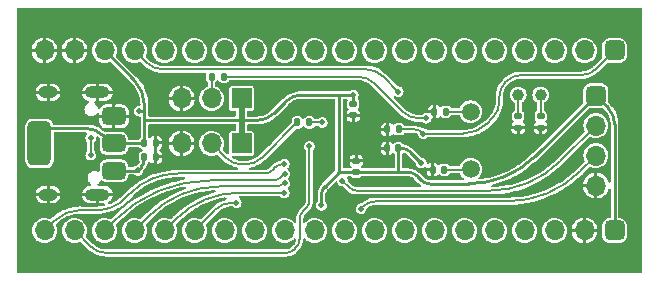
<source format=gbr>
%TF.GenerationSoftware,KiCad,Pcbnew,6.0.2+dfsg-1*%
%TF.CreationDate,2022-07-02T11:43:58+03:00*%
%TF.ProjectId,GDBluePill,4744426c-7565-4506-996c-6c2e6b696361,rev?*%
%TF.SameCoordinates,Original*%
%TF.FileFunction,Copper,L2,Bot*%
%TF.FilePolarity,Positive*%
%FSLAX46Y46*%
G04 Gerber Fmt 4.6, Leading zero omitted, Abs format (unit mm)*
G04 Created by KiCad (PCBNEW 6.0.2+dfsg-1) date 2022-07-02 11:43:58*
%MOMM*%
%LPD*%
G01*
G04 APERTURE LIST*
G04 Aperture macros list*
%AMRoundRect*
0 Rectangle with rounded corners*
0 $1 Rounding radius*
0 $2 $3 $4 $5 $6 $7 $8 $9 X,Y pos of 4 corners*
0 Add a 4 corners polygon primitive as box body*
4,1,4,$2,$3,$4,$5,$6,$7,$8,$9,$2,$3,0*
0 Add four circle primitives for the rounded corners*
1,1,$1+$1,$2,$3*
1,1,$1+$1,$4,$5*
1,1,$1+$1,$6,$7*
1,1,$1+$1,$8,$9*
0 Add four rect primitives between the rounded corners*
20,1,$1+$1,$2,$3,$4,$5,0*
20,1,$1+$1,$4,$5,$6,$7,0*
20,1,$1+$1,$6,$7,$8,$9,0*
20,1,$1+$1,$8,$9,$2,$3,0*%
G04 Aperture macros list end*
%TA.AperFunction,ComponentPad*%
%ADD10O,2.100000X1.000000*%
%TD*%
%TA.AperFunction,ComponentPad*%
%ADD11O,1.600000X1.000000*%
%TD*%
%TA.AperFunction,ComponentPad*%
%ADD12O,1.700000X1.700000*%
%TD*%
%TA.AperFunction,ComponentPad*%
%ADD13R,1.700000X1.700000*%
%TD*%
%TA.AperFunction,ComponentPad*%
%ADD14C,1.000000*%
%TD*%
%TA.AperFunction,ComponentPad*%
%ADD15RoundRect,0.425000X-0.425000X-0.425000X0.425000X-0.425000X0.425000X0.425000X-0.425000X0.425000X0*%
%TD*%
%TA.AperFunction,ComponentPad*%
%ADD16RoundRect,0.425000X-0.425000X0.425000X-0.425000X-0.425000X0.425000X-0.425000X0.425000X0.425000X0*%
%TD*%
%TA.AperFunction,ComponentPad*%
%ADD17C,1.500000*%
%TD*%
%TA.AperFunction,SMDPad,CuDef*%
%ADD18RoundRect,0.135000X0.135000X0.185000X-0.135000X0.185000X-0.135000X-0.185000X0.135000X-0.185000X0*%
%TD*%
%TA.AperFunction,SMDPad,CuDef*%
%ADD19RoundRect,0.140000X0.140000X0.170000X-0.140000X0.170000X-0.140000X-0.170000X0.140000X-0.170000X0*%
%TD*%
%TA.AperFunction,SMDPad,CuDef*%
%ADD20RoundRect,0.140000X0.170000X-0.140000X0.170000X0.140000X-0.170000X0.140000X-0.170000X-0.140000X0*%
%TD*%
%TA.AperFunction,SMDPad,CuDef*%
%ADD21RoundRect,0.140000X-0.140000X-0.170000X0.140000X-0.170000X0.140000X0.170000X-0.140000X0.170000X0*%
%TD*%
%TA.AperFunction,SMDPad,CuDef*%
%ADD22RoundRect,0.140000X-0.170000X0.140000X-0.170000X-0.140000X0.170000X-0.140000X0.170000X0.140000X0*%
%TD*%
%TA.AperFunction,SMDPad,CuDef*%
%ADD23RoundRect,0.375000X0.625000X0.375000X-0.625000X0.375000X-0.625000X-0.375000X0.625000X-0.375000X0*%
%TD*%
%TA.AperFunction,SMDPad,CuDef*%
%ADD24RoundRect,0.500000X0.500000X1.400000X-0.500000X1.400000X-0.500000X-1.400000X0.500000X-1.400000X0*%
%TD*%
%TA.AperFunction,ViaPad*%
%ADD25C,0.500000*%
%TD*%
%TA.AperFunction,Conductor*%
%ADD26C,0.250000*%
%TD*%
%TA.AperFunction,Conductor*%
%ADD27C,0.200000*%
%TD*%
%TA.AperFunction,Conductor*%
%ADD28C,0.500000*%
%TD*%
G04 APERTURE END LIST*
D10*
%TO.P,P1,S1,SHIELD*%
%TO.N,GND*%
X22257600Y-31244000D03*
D11*
X18077600Y-31244000D03*
X18077600Y-22604000D03*
D10*
X22257600Y-22604000D03*
%TD*%
D12*
%TO.P,J2,3,Pin_3*%
%TO.N,GND*%
X29380000Y-26924000D03*
%TO.P,J2,2,Pin_2*%
%TO.N,Net-(J2-Pad2)*%
X31920000Y-26924000D03*
D13*
%TO.P,J2,1,Pin_1*%
%TO.N,+3V3*%
X34460000Y-26924000D03*
%TD*%
D14*
%TO.P,Y2,1,1*%
%TO.N,PC15*%
X57886600Y-22809200D03*
%TO.P,Y2,2,2*%
%TO.N,PC14*%
X59786600Y-22809200D03*
%TD*%
D12*
%TO.P,J1,3,Pin_3*%
%TO.N,GND*%
X29385000Y-23114000D03*
%TO.P,J1,2,Pin_2*%
%TO.N,Net-(J1-Pad2)*%
X31925000Y-23114000D03*
D13*
%TO.P,J1,1,Pin_1*%
%TO.N,+3V3*%
X34465000Y-23114000D03*
%TD*%
D15*
%TO.P,J4,1,Pin_1*%
%TO.N,+3V3*%
X64459000Y-22870000D03*
D12*
%TO.P,J4,2,Pin_2*%
%TO.N,SWDIO*%
X64459000Y-25410000D03*
%TO.P,J4,3,Pin_3*%
%TO.N,SWCLK*%
X64459000Y-27950000D03*
%TO.P,J4,4,Pin_4*%
%TO.N,GND*%
X64459000Y-30490000D03*
%TD*%
D16*
%TO.P,J3,1,Pin_1*%
%TO.N,VBAT*%
X66040000Y-19050000D03*
D12*
%TO.P,J3,2,Pin_2*%
%TO.N,PC13*%
X63500000Y-19050000D03*
%TO.P,J3,3,Pin_3*%
%TO.N,PC14*%
X60960000Y-19050000D03*
%TO.P,J3,4,Pin_4*%
%TO.N,PC15*%
X58420000Y-19050000D03*
%TO.P,J3,5,Pin_5*%
%TO.N,PA0*%
X55880000Y-19050000D03*
%TO.P,J3,6,Pin_6*%
%TO.N,PA1*%
X53340000Y-19050000D03*
%TO.P,J3,7,Pin_7*%
%TO.N,PA2*%
X50800000Y-19050000D03*
%TO.P,J3,8,Pin_8*%
%TO.N,PA3*%
X48260000Y-19050000D03*
%TO.P,J3,9,Pin_9*%
%TO.N,PA4*%
X45720000Y-19050000D03*
%TO.P,J3,10,Pin_10*%
%TO.N,PA5*%
X43180000Y-19050000D03*
%TO.P,J3,11,Pin_11*%
%TO.N,PA6*%
X40640000Y-19050000D03*
%TO.P,J3,12,Pin_12*%
%TO.N,PA7*%
X38100000Y-19050000D03*
%TO.P,J3,13,Pin_13*%
%TO.N,PB0*%
X35560000Y-19050000D03*
%TO.P,J3,14,Pin_14*%
%TO.N,PB1*%
X33020000Y-19050000D03*
%TO.P,J3,15,Pin_15*%
%TO.N,PB10*%
X30480000Y-19050000D03*
%TO.P,J3,16,Pin_16*%
%TO.N,PB11*%
X27940000Y-19050000D03*
%TO.P,J3,17,Pin_17*%
%TO.N,RESET*%
X25400000Y-19050000D03*
%TO.P,J3,18,Pin_18*%
%TO.N,+3V3*%
X22860000Y-19050000D03*
%TO.P,J3,19,Pin_19*%
%TO.N,GND*%
X20320000Y-19050000D03*
%TO.P,J3,20,Pin_20*%
X17780000Y-19050000D03*
%TD*%
D17*
%TO.P,Y1,1,1*%
%TO.N,OSC_IN*%
X53850000Y-24230000D03*
%TO.P,Y1,2,2*%
%TO.N,OSC_OUT*%
X53850000Y-29110000D03*
%TD*%
D12*
%TO.P,J5,20,Pin_20*%
%TO.N,PB12*%
X17780000Y-34290000D03*
%TO.P,J5,19,Pin_19*%
%TO.N,PB13*%
X20320000Y-34290000D03*
%TO.P,J5,18,Pin_18*%
%TO.N,PB14*%
X22860000Y-34290000D03*
%TO.P,J5,17,Pin_17*%
%TO.N,PB15*%
X25400000Y-34290000D03*
%TO.P,J5,16,Pin_16*%
%TO.N,PA8*%
X27940000Y-34290000D03*
%TO.P,J5,15,Pin_15*%
%TO.N,PA9*%
X30480000Y-34290000D03*
%TO.P,J5,14,Pin_14*%
%TO.N,PA10*%
X33020000Y-34290000D03*
%TO.P,J5,13,Pin_13*%
%TO.N,PA11*%
X35560000Y-34290000D03*
%TO.P,J5,12,Pin_12*%
%TO.N,PA12*%
X38100000Y-34290000D03*
%TO.P,J5,11,Pin_11*%
%TO.N,PA15*%
X40640000Y-34290000D03*
%TO.P,J5,10,Pin_10*%
%TO.N,PB3*%
X43180000Y-34290000D03*
%TO.P,J5,9,Pin_9*%
%TO.N,PB4*%
X45720000Y-34290000D03*
%TO.P,J5,8,Pin_8*%
%TO.N,PB5*%
X48260000Y-34290000D03*
%TO.P,J5,7,Pin_7*%
%TO.N,PB6*%
X50800000Y-34290000D03*
%TO.P,J5,6,Pin_6*%
%TO.N,PB7*%
X53340000Y-34290000D03*
%TO.P,J5,5,Pin_5*%
%TO.N,PB8*%
X55880000Y-34290000D03*
%TO.P,J5,4,Pin_4*%
%TO.N,PB9*%
X58420000Y-34290000D03*
%TO.P,J5,3,Pin_3*%
%TO.N,+5V*%
X60960000Y-34290000D03*
%TO.P,J5,2,Pin_2*%
%TO.N,GND*%
X63500000Y-34290000D03*
D16*
%TO.P,J5,1,Pin_1*%
%TO.N,+3V3*%
X66040000Y-34290000D03*
%TD*%
D18*
%TO.P,R1,1*%
%TO.N,BOOT0*%
X32945800Y-21259800D03*
%TO.P,R1,2*%
%TO.N,Net-(J1-Pad2)*%
X31925800Y-21259800D03*
%TD*%
D19*
%TO.P,C7,1*%
%TO.N,+3V3*%
X47750000Y-27330000D03*
%TO.P,C7,2*%
%TO.N,GND*%
X46790000Y-27330000D03*
%TD*%
D20*
%TO.P,C9,1*%
%TO.N,+3V3*%
X44170600Y-29359800D03*
%TO.P,C9,2*%
%TO.N,GND*%
X44170600Y-28399800D03*
%TD*%
D21*
%TO.P,C5,1*%
%TO.N,+3V3*%
X26240800Y-26873200D03*
%TO.P,C5,2*%
%TO.N,GND*%
X27200800Y-26873200D03*
%TD*%
D19*
%TO.P,C6,1*%
%TO.N,OSC_OUT*%
X51620000Y-29140000D03*
%TO.P,C6,2*%
%TO.N,GND*%
X50660000Y-29140000D03*
%TD*%
%TO.P,C12,1*%
%TO.N,VBAT*%
X47760000Y-25730000D03*
%TO.P,C12,2*%
%TO.N,GND*%
X46800000Y-25730000D03*
%TD*%
D18*
%TO.P,R2,1*%
%TO.N,BOOT1*%
X40210200Y-25146000D03*
%TO.P,R2,2*%
%TO.N,Net-(J2-Pad2)*%
X39190200Y-25146000D03*
%TD*%
D21*
%TO.P,C1,1*%
%TO.N,+5V*%
X26240800Y-28067000D03*
%TO.P,C1,2*%
%TO.N,GND*%
X27200800Y-28067000D03*
%TD*%
D22*
%TO.P,C8,1*%
%TO.N,PC14*%
X59790000Y-24630000D03*
%TO.P,C8,2*%
%TO.N,GND*%
X59790000Y-25590000D03*
%TD*%
D19*
%TO.P,C3,1*%
%TO.N,OSC_IN*%
X51730000Y-24230000D03*
%TO.P,C3,2*%
%TO.N,GND*%
X50770000Y-24230000D03*
%TD*%
D22*
%TO.P,C4,1*%
%TO.N,+3V3*%
X43916600Y-23580000D03*
%TO.P,C4,2*%
%TO.N,GND*%
X43916600Y-24540000D03*
%TD*%
D23*
%TO.P,U1,1,GND*%
%TO.N,GND*%
X23650000Y-24624000D03*
D24*
%TO.P,U1,2,VO*%
%TO.N,+3V3*%
X17350000Y-26924000D03*
D23*
X23650000Y-26924000D03*
%TO.P,U1,3,VI*%
%TO.N,+5V*%
X23650000Y-29224000D03*
%TD*%
D22*
%TO.P,C10,1*%
%TO.N,PC15*%
X57880000Y-24630000D03*
%TO.P,C10,2*%
%TO.N,GND*%
X57880000Y-25590000D03*
%TD*%
D25*
%TO.N,GND*%
X44754800Y-29972000D03*
X50393600Y-28143200D03*
%TO.N,+5V*%
X25679400Y-29210000D03*
%TO.N,GND*%
X43510200Y-27203400D03*
X41986200Y-27203400D03*
X60858400Y-27381200D03*
X54610000Y-22402800D03*
X44323000Y-35687000D03*
X45161200Y-28295600D03*
X43484800Y-25857200D03*
X56896000Y-26873200D03*
X41986200Y-25882600D03*
X62788800Y-21996400D03*
X50800000Y-26797000D03*
X52070000Y-35814000D03*
X67233800Y-31445200D03*
X36779200Y-26847800D03*
X37693600Y-27711400D03*
X44805600Y-24587200D03*
X67589400Y-21183600D03*
X45872400Y-27330400D03*
%TO.N,RESET*%
X47726600Y-22529800D03*
%TO.N,+3V3*%
X25806400Y-24180800D03*
X49682400Y-28575000D03*
X41224200Y-32156400D03*
X43916600Y-22809200D03*
%TO.N,VBAT*%
X49834800Y-26085800D03*
%TO.N,SWDIO*%
X43002200Y-30073600D03*
%TO.N,SWCLK*%
X44577000Y-32435800D03*
%TO.N,PA9*%
X34010600Y-31927800D03*
%TO.N,PA8*%
X38074600Y-31089600D03*
%TO.N,PB15*%
X38100000Y-30302200D03*
%TO.N,PB14*%
X38100000Y-29489400D03*
%TO.N,PB13*%
X40208200Y-27178000D03*
%TO.N,PB12*%
X38074600Y-28651200D03*
%TO.N,Net-(P1-PadA6)*%
X21691600Y-26441400D03*
X21691600Y-27914600D03*
%TO.N,BOOT0*%
X50088800Y-24790400D03*
%TO.N,BOOT1*%
X41300400Y-25146000D03*
%TD*%
D26*
%TO.N,+5V*%
X23650000Y-29224000D02*
X25665400Y-29224000D01*
X26240800Y-28234386D02*
X26240800Y-28067000D01*
X25665400Y-29224000D02*
X25947907Y-28941493D01*
X25947907Y-28941493D02*
G75*
G03*
X26240800Y-28234386I-707106J707106D01*
G01*
D27*
%TO.N,RESET*%
X47726600Y-22529800D02*
X46432786Y-21235986D01*
X26414413Y-20064413D02*
X25400000Y-19050000D01*
X45018573Y-20650200D02*
X27828627Y-20650200D01*
X45018573Y-20650201D02*
G75*
G02*
X46432785Y-21235987I0J-1999999D01*
G01*
X27828627Y-20650199D02*
G75*
G02*
X26414414Y-20064412I0J1999999D01*
G01*
%TO.N,OSC_IN*%
X51730000Y-24230000D02*
X53850000Y-24230000D01*
%TO.N,+3V3*%
X64465200Y-22870000D02*
X64459000Y-22870000D01*
D28*
X34465000Y-23114000D02*
X34465000Y-24965400D01*
D26*
X42725400Y-29359800D02*
X42725400Y-22811800D01*
X23390800Y-26921400D02*
X26192600Y-26921400D01*
X34467800Y-24968200D02*
X35772973Y-24968200D01*
X22709187Y-26239787D02*
X23390800Y-26921400D01*
X37187187Y-24382413D02*
X38174614Y-23394986D01*
D27*
X26192600Y-26921400D02*
X26238200Y-26875800D01*
D26*
X41224200Y-32156400D02*
X41224200Y-31275214D01*
X17800000Y-25654000D02*
X21294973Y-25654000D01*
X49668907Y-30034707D02*
X49286893Y-29652693D01*
X47750000Y-27330000D02*
X48023186Y-27330000D01*
X26593800Y-24968200D02*
X34467800Y-24968200D01*
D28*
X34460000Y-26924000D02*
X34460000Y-24970400D01*
D27*
X34465000Y-24965400D02*
X34467800Y-24968200D01*
D26*
X53713130Y-30327600D02*
X50376014Y-30327600D01*
X26238200Y-24968200D02*
X26238200Y-24206200D01*
X26238200Y-26875800D02*
X26238200Y-24968200D01*
X41517093Y-30568107D02*
X42725400Y-29359800D01*
X26238200Y-24206200D02*
X26238200Y-23670841D01*
D27*
X16530000Y-26924000D02*
X17800000Y-25654000D01*
X34460000Y-24970400D02*
X34465000Y-24965400D01*
D26*
X48730293Y-27622893D02*
X49682400Y-28575000D01*
X25359520Y-21549520D02*
X22860000Y-19050000D01*
X26238200Y-24968200D02*
X26593800Y-24968200D01*
X65454213Y-23865213D02*
X64459000Y-22870000D01*
D27*
X26212800Y-24180800D02*
X26238200Y-24206200D01*
D26*
X42725400Y-29359800D02*
X44170600Y-29359800D01*
X66040000Y-34290000D02*
X66040000Y-25279427D01*
X43916600Y-23580000D02*
X43916600Y-22809200D01*
X64459000Y-22870000D02*
X59326557Y-28002443D01*
X48579786Y-29359800D02*
X47750000Y-29359800D01*
X39588827Y-22809200D02*
X42722800Y-22809200D01*
X42722800Y-22809200D02*
X43916600Y-22809200D01*
D27*
X42725400Y-22811800D02*
X42722800Y-22809200D01*
D26*
X25806400Y-24180800D02*
X26212800Y-24180800D01*
X44170600Y-29359800D02*
X47750000Y-29359800D01*
X47750000Y-29359800D02*
X47750000Y-27330000D01*
X41517093Y-30568107D02*
G75*
G03*
X41224200Y-31275214I707106J-707106D01*
G01*
X37187187Y-24382413D02*
G75*
G02*
X35772973Y-24968200I-1414214J1414213D01*
G01*
X66039999Y-25279427D02*
G75*
G03*
X65454212Y-23865214I-1999999J0D01*
G01*
X22709187Y-26239787D02*
G75*
G03*
X21294973Y-25654000I-1414214J-1414213D01*
G01*
X25359520Y-21549520D02*
G75*
G02*
X26238200Y-23670841I-2121325J-2121323D01*
G01*
X49668907Y-30034707D02*
G75*
G03*
X50376014Y-30327600I707106J707106D01*
G01*
X48579786Y-29359801D02*
G75*
G02*
X49286892Y-29652694I1J-999998D01*
G01*
X39588827Y-22809201D02*
G75*
G03*
X38174615Y-23394987I0J-1999999D01*
G01*
X53713130Y-30327600D02*
G75*
G03*
X59326557Y-28002443I3J7938578D01*
G01*
X48730293Y-27622893D02*
G75*
G03*
X48023186Y-27330000I-707106J-707106D01*
G01*
D27*
%TO.N,OSC_OUT*%
X53820000Y-29140000D02*
X53850000Y-29110000D01*
X51620000Y-29140000D02*
X53820000Y-29140000D01*
%TO.N,PC14*%
X59790000Y-24335000D02*
X59790000Y-22812600D01*
X59790000Y-22812600D02*
X59786600Y-22809200D01*
%TO.N,PC15*%
X57880000Y-22815800D02*
X57886600Y-22809200D01*
X57880000Y-24285000D02*
X57880000Y-22815800D01*
%TO.N,VBAT*%
X49064786Y-25730000D02*
X47760000Y-25730000D01*
X64469763Y-20620237D02*
X66040000Y-19050000D01*
X56798963Y-21737837D02*
X56891437Y-21645363D01*
X55255091Y-25237509D02*
X55700614Y-24791986D01*
X58128874Y-21132800D02*
X63232326Y-21132800D01*
X56286400Y-23377773D02*
X56286400Y-22975274D01*
X49834800Y-26085800D02*
X49771893Y-26022893D01*
X49834800Y-26085800D02*
X53207135Y-26085800D01*
X58128874Y-21132800D02*
G75*
G03*
X56891437Y-21645363I1J-1750003D01*
G01*
X56286399Y-23377773D02*
G75*
G02*
X55700613Y-24791985I-1999999J0D01*
G01*
X55255091Y-25237509D02*
G75*
G02*
X53207135Y-26085800I-2047957J2047959D01*
G01*
X49771893Y-26022893D02*
G75*
G03*
X49064786Y-25730000I-707106J-707106D01*
G01*
X56798963Y-21737837D02*
G75*
G03*
X56286400Y-22975274I1237440J-1237438D01*
G01*
X64469763Y-20620237D02*
G75*
G02*
X63232326Y-21132800I-1237438J1237440D01*
G01*
%TO.N,Net-(J1-Pad2)*%
X31925000Y-21260600D02*
X31925800Y-21259800D01*
X31925000Y-23114000D02*
X31925000Y-21260600D01*
%TO.N,Net-(J2-Pad2)*%
X39164800Y-25146000D02*
X39190200Y-25146000D01*
X36194587Y-28116213D02*
X39164800Y-25146000D01*
X31920000Y-26924000D02*
X33112214Y-28116214D01*
X34526427Y-28702000D02*
X34780373Y-28702000D01*
X34526427Y-28701999D02*
G75*
G02*
X33112215Y-28116213I0J1999999D01*
G01*
X34780373Y-28701999D02*
G75*
G03*
X36194586Y-28116212I0J1999999D01*
G01*
%TO.N,SWDIO*%
X44262814Y-30920000D02*
X55425884Y-30920000D01*
X61440219Y-28428781D02*
X64459000Y-25410000D01*
X43002200Y-30073600D02*
X43555707Y-30627107D01*
X55425884Y-30920000D02*
G75*
G03*
X61440219Y-28428781I-1J8505556D01*
G01*
X44262814Y-30919999D02*
G75*
G02*
X43555708Y-30627106I-3J999993D01*
G01*
%TO.N,SWCLK*%
X63131279Y-29277721D02*
X64459000Y-27950000D01*
X45856351Y-31810000D02*
X57017815Y-31810000D01*
X44577000Y-32435800D02*
X44740671Y-32272129D01*
X57017815Y-31809999D02*
G75*
G03*
X63131278Y-29277720I0J8645745D01*
G01*
X45856351Y-31810001D02*
G75*
G03*
X44740672Y-32272130I-3J-1577804D01*
G01*
%TO.N,PA9*%
X34010600Y-31927800D02*
X33670627Y-31927800D01*
X32256413Y-32513587D02*
X30480000Y-34290000D01*
X32256413Y-32513587D02*
G75*
G02*
X33670627Y-31927800I1414214J-1414213D01*
G01*
%TO.N,PA8*%
X28906891Y-33323109D02*
X27940000Y-34290000D01*
X38074600Y-31089600D02*
X34299061Y-31089600D01*
X34299061Y-31089601D02*
G75*
G03*
X28906892Y-33323110I-5J-7625670D01*
G01*
%TO.N,PB15*%
X38100000Y-30302200D02*
X38065670Y-30336530D01*
X37535340Y-30556200D02*
X32646132Y-30556200D01*
X26650207Y-33039793D02*
X25400000Y-34290000D01*
X37535340Y-30556199D02*
G75*
G03*
X38065669Y-30336529I3J749992D01*
G01*
X26650207Y-33039793D02*
G75*
G02*
X32646132Y-30556200I5995926J-5995930D01*
G01*
%TO.N,PB14*%
X38100000Y-29489400D02*
X37834093Y-29755307D01*
X23727003Y-33422997D02*
X22860000Y-34290000D01*
X37126986Y-30048200D02*
X31874482Y-30048200D01*
X37126986Y-30048199D02*
G75*
G03*
X37834092Y-29755306I3J999993D01*
G01*
X31874482Y-30048200D02*
G75*
G03*
X23727003Y-33422997I4J-11522283D01*
G01*
%TO.N,PB13*%
X39077107Y-35725893D02*
X38900893Y-35902107D01*
X39662893Y-32676307D02*
X39915307Y-32423893D01*
X38193786Y-36195000D02*
X23053427Y-36195000D01*
X39370000Y-35018786D02*
X39370000Y-33383414D01*
X40208200Y-31716786D02*
X40208200Y-27178000D01*
X21639213Y-35609213D02*
X20320000Y-34290000D01*
X39662893Y-32676307D02*
G75*
G03*
X39370000Y-33383414I707106J-707106D01*
G01*
X39915307Y-32423893D02*
G75*
G03*
X40208200Y-31716786I-707106J707106D01*
G01*
X23053427Y-36194999D02*
G75*
G02*
X21639214Y-35609212I0J1999999D01*
G01*
X39077107Y-35725893D02*
G75*
G03*
X39370000Y-35018786I-707106J707106D01*
G01*
X38193786Y-36194999D02*
G75*
G03*
X38900892Y-35902106I3J999993D01*
G01*
%TO.N,PB12*%
X24617247Y-31567552D02*
X24617248Y-31567552D01*
X20830746Y-32562800D02*
X22214504Y-32562800D01*
X24617248Y-31567552D02*
X25055204Y-31129596D01*
X29076327Y-29464000D02*
X36390386Y-29464000D01*
X38031614Y-28651200D02*
X38074600Y-28651200D01*
X37097493Y-29171107D02*
X37324507Y-28944093D01*
X17780000Y-34290000D02*
X18571312Y-33498688D01*
X20830746Y-32562801D02*
G75*
G03*
X18571313Y-33498689I-2J-3195317D01*
G01*
X36390386Y-29463999D02*
G75*
G03*
X37097492Y-29171106I3J999993D01*
G01*
X37324507Y-28944093D02*
G75*
G02*
X38031614Y-28651200I707106J-707106D01*
G01*
X29076327Y-29464000D02*
G75*
G03*
X25055204Y-31129596I0J-5686745D01*
G01*
X24617247Y-31567552D02*
G75*
G02*
X22214504Y-32562800I-2402745J2402751D01*
G01*
%TO.N,Net-(P1-PadA6)*%
X21691600Y-27914600D02*
X21691600Y-26441400D01*
%TO.N,BOOT0*%
X50088800Y-24790400D02*
X49494827Y-24790400D01*
X44307373Y-21259800D02*
X32945800Y-21259800D01*
X48080613Y-24204613D02*
X45721586Y-21845586D01*
X48080613Y-24204613D02*
G75*
G03*
X49494827Y-24790400I1414214J1414213D01*
G01*
X45721586Y-21845586D02*
G75*
G03*
X44307373Y-21259800I-1414213J-1414214D01*
G01*
%TO.N,BOOT1*%
X40210200Y-25146000D02*
X41300400Y-25146000D01*
%TD*%
%TA.AperFunction,Conductor*%
%TO.N,GND*%
G36*
X68339191Y-15458907D02*
G01*
X68375155Y-15508407D01*
X68380000Y-15539000D01*
X68380000Y-37801000D01*
X68361093Y-37859191D01*
X68311593Y-37895155D01*
X68281000Y-37900000D01*
X15539000Y-37900000D01*
X15480809Y-37881093D01*
X15444845Y-37831593D01*
X15440000Y-37801000D01*
X15440000Y-31382873D01*
X17036386Y-31382873D01*
X17048379Y-31452664D01*
X17051606Y-31463630D01*
X17115942Y-31614829D01*
X17121600Y-31624748D01*
X17218996Y-31757095D01*
X17226789Y-31765452D01*
X17352013Y-31871838D01*
X17361525Y-31878181D01*
X17507863Y-31952906D01*
X17518573Y-31956889D01*
X17679490Y-31996265D01*
X17688169Y-31997585D01*
X17693344Y-31997906D01*
X17696378Y-31998000D01*
X17934920Y-31998000D01*
X17947605Y-31993878D01*
X17950600Y-31989757D01*
X17950600Y-31982320D01*
X18204600Y-31982320D01*
X18208722Y-31995005D01*
X18212843Y-31998000D01*
X18418760Y-31998000D01*
X18424472Y-31997668D01*
X18546521Y-31983439D01*
X18557649Y-31980808D01*
X18712101Y-31924745D01*
X18722322Y-31919627D01*
X18859738Y-31829532D01*
X18868499Y-31822207D01*
X18981506Y-31702915D01*
X18988351Y-31693766D01*
X19070885Y-31551673D01*
X19075437Y-31541203D01*
X19123067Y-31383938D01*
X19123256Y-31382888D01*
X19123252Y-31382873D01*
X20966386Y-31382873D01*
X20978379Y-31452664D01*
X20981606Y-31463630D01*
X21045942Y-31614829D01*
X21051600Y-31624748D01*
X21148996Y-31757095D01*
X21156789Y-31765452D01*
X21282013Y-31871838D01*
X21291525Y-31878181D01*
X21437863Y-31952906D01*
X21448573Y-31956889D01*
X21609490Y-31996265D01*
X21618169Y-31997585D01*
X21623344Y-31997906D01*
X21626378Y-31998000D01*
X22114920Y-31998000D01*
X22127605Y-31993878D01*
X22130600Y-31989757D01*
X22130600Y-31386680D01*
X22126478Y-31373995D01*
X22122357Y-31371000D01*
X20980026Y-31371000D01*
X20967341Y-31375122D01*
X20966902Y-31375726D01*
X20966386Y-31382873D01*
X19123252Y-31382873D01*
X19120897Y-31373734D01*
X19118103Y-31371427D01*
X19115859Y-31371000D01*
X18220280Y-31371000D01*
X18207595Y-31375122D01*
X18204600Y-31379243D01*
X18204600Y-31982320D01*
X17950600Y-31982320D01*
X17950600Y-31386680D01*
X17946478Y-31373995D01*
X17942357Y-31371000D01*
X17050026Y-31371000D01*
X17037341Y-31375122D01*
X17036902Y-31375726D01*
X17036386Y-31382873D01*
X15440000Y-31382873D01*
X15440000Y-31105112D01*
X17031944Y-31105112D01*
X17034303Y-31114266D01*
X17037097Y-31116573D01*
X17039341Y-31117000D01*
X17934920Y-31117000D01*
X17947605Y-31112878D01*
X17950600Y-31108757D01*
X17950600Y-31101320D01*
X18204600Y-31101320D01*
X18208722Y-31114005D01*
X18212843Y-31117000D01*
X19105174Y-31117000D01*
X19117859Y-31112878D01*
X19118298Y-31112274D01*
X19118814Y-31105127D01*
X19106821Y-31035336D01*
X19103594Y-31024370D01*
X19039258Y-30873171D01*
X19033600Y-30863252D01*
X18936204Y-30730905D01*
X18928411Y-30722548D01*
X18803187Y-30616162D01*
X18793675Y-30609819D01*
X18647337Y-30535094D01*
X18636627Y-30531111D01*
X18475710Y-30491735D01*
X18467031Y-30490415D01*
X18461856Y-30490094D01*
X18458822Y-30490000D01*
X18220280Y-30490000D01*
X18207595Y-30494122D01*
X18204600Y-30498243D01*
X18204600Y-31101320D01*
X17950600Y-31101320D01*
X17950600Y-30505680D01*
X17946478Y-30492995D01*
X17942357Y-30490000D01*
X17736440Y-30490000D01*
X17730728Y-30490332D01*
X17608679Y-30504561D01*
X17597551Y-30507192D01*
X17443099Y-30563255D01*
X17432878Y-30568373D01*
X17295462Y-30658468D01*
X17286701Y-30665793D01*
X17173694Y-30785085D01*
X17166849Y-30794234D01*
X17084315Y-30936327D01*
X17079763Y-30946797D01*
X17032133Y-31104062D01*
X17031944Y-31105112D01*
X15440000Y-31105112D01*
X15440000Y-25468007D01*
X16149500Y-25468007D01*
X16149501Y-28379992D01*
X16151365Y-28400283D01*
X16155536Y-28445678D01*
X16156171Y-28452594D01*
X16172547Y-28504850D01*
X16202528Y-28600517D01*
X16206873Y-28614383D01*
X16294703Y-28759408D01*
X16414592Y-28879297D01*
X16559617Y-28967127D01*
X16565310Y-28968911D01*
X16565312Y-28968912D01*
X16632339Y-28989917D01*
X16721406Y-29017829D01*
X16794007Y-29024500D01*
X17349877Y-29024500D01*
X17905992Y-29024499D01*
X17945528Y-29020867D01*
X17973360Y-29018310D01*
X17973361Y-29018310D01*
X17978594Y-29017829D01*
X18094417Y-28981532D01*
X18134688Y-28968912D01*
X18134690Y-28968911D01*
X18140383Y-28967127D01*
X18285408Y-28879297D01*
X18405297Y-28759408D01*
X18493127Y-28614383D01*
X18497473Y-28600517D01*
X18527896Y-28503436D01*
X18543829Y-28452594D01*
X18550500Y-28379993D01*
X18550499Y-26078500D01*
X18569406Y-26020309D01*
X18618906Y-25984345D01*
X18649499Y-25979500D01*
X21257836Y-25979500D01*
X21275025Y-25981004D01*
X21289306Y-25983522D01*
X21293278Y-25984222D01*
X21347302Y-26012945D01*
X21374125Y-26067937D01*
X21363502Y-26128193D01*
X21350293Y-26147253D01*
X21311196Y-26191522D01*
X21256354Y-26308332D01*
X21236501Y-26435840D01*
X21237416Y-26442837D01*
X21237416Y-26442838D01*
X21240360Y-26465351D01*
X21253233Y-26563794D01*
X21256071Y-26570245D01*
X21256072Y-26570247D01*
X21302364Y-26675454D01*
X21305205Y-26681910D01*
X21332467Y-26714342D01*
X21367883Y-26756475D01*
X21390853Y-26813185D01*
X21391100Y-26820177D01*
X21391100Y-27536789D01*
X21372193Y-27594980D01*
X21366304Y-27602324D01*
X21311196Y-27664722D01*
X21256354Y-27781532D01*
X21236501Y-27909040D01*
X21237416Y-27916037D01*
X21237416Y-27916038D01*
X21240560Y-27940082D01*
X21253233Y-28036994D01*
X21256071Y-28043445D01*
X21256072Y-28043447D01*
X21300845Y-28145202D01*
X21305205Y-28155110D01*
X21340413Y-28196995D01*
X21383700Y-28248492D01*
X21383703Y-28248494D01*
X21388239Y-28253891D01*
X21495660Y-28325396D01*
X21502388Y-28327498D01*
X21502390Y-28327499D01*
X21553895Y-28343590D01*
X21618833Y-28363878D01*
X21683344Y-28365060D01*
X21740802Y-28366114D01*
X21740804Y-28366114D01*
X21747855Y-28366243D01*
X21754658Y-28364388D01*
X21754660Y-28364388D01*
X21806516Y-28350250D01*
X21872355Y-28332300D01*
X21966954Y-28274216D01*
X21976311Y-28268471D01*
X21982324Y-28264779D01*
X22020068Y-28223080D01*
X22064190Y-28174335D01*
X22064190Y-28174334D01*
X22068922Y-28169107D01*
X22125188Y-28052975D01*
X22137671Y-27978778D01*
X22145963Y-27929491D01*
X22145963Y-27929486D01*
X22146597Y-27925720D01*
X22146733Y-27914600D01*
X22128439Y-27786859D01*
X22090992Y-27704498D01*
X22077949Y-27675812D01*
X22077948Y-27675811D01*
X22075028Y-27669388D01*
X22016101Y-27600999D01*
X21992440Y-27544575D01*
X21992100Y-27536377D01*
X21992100Y-26818930D01*
X22011007Y-26760739D01*
X22017702Y-26752494D01*
X22040708Y-26727078D01*
X22046025Y-26721203D01*
X22064190Y-26701135D01*
X22064190Y-26701134D01*
X22068922Y-26695907D01*
X22108745Y-26613713D01*
X22122112Y-26586124D01*
X22122112Y-26586123D01*
X22125188Y-26579775D01*
X22137708Y-26505354D01*
X22145963Y-26456291D01*
X22145963Y-26456286D01*
X22146597Y-26452520D01*
X22146650Y-26448244D01*
X22146686Y-26445225D01*
X22146733Y-26441400D01*
X22142096Y-26409021D01*
X22152563Y-26348737D01*
X22196465Y-26306119D01*
X22257032Y-26297445D01*
X22295098Y-26312671D01*
X22308952Y-26321928D01*
X22319225Y-26329811D01*
X22417649Y-26416126D01*
X22448933Y-26468709D01*
X22450527Y-26503480D01*
X22449500Y-26511280D01*
X22449500Y-27336720D01*
X22464313Y-27449236D01*
X22466797Y-27455233D01*
X22519819Y-27583240D01*
X22519821Y-27583244D01*
X22522302Y-27589233D01*
X22526248Y-27594375D01*
X22526250Y-27594379D01*
X22585124Y-27671104D01*
X22614549Y-27709451D01*
X22619698Y-27713402D01*
X22729621Y-27797750D01*
X22729625Y-27797752D01*
X22734767Y-27801698D01*
X22740756Y-27804179D01*
X22740760Y-27804181D01*
X22860759Y-27853886D01*
X22874764Y-27859687D01*
X22987280Y-27874500D01*
X24312720Y-27874500D01*
X24425236Y-27859687D01*
X24439241Y-27853886D01*
X24559240Y-27804181D01*
X24559244Y-27804179D01*
X24565233Y-27801698D01*
X24570375Y-27797752D01*
X24570379Y-27797750D01*
X24680302Y-27713402D01*
X24685451Y-27709451D01*
X24714876Y-27671104D01*
X24773750Y-27594379D01*
X24773752Y-27594375D01*
X24777698Y-27589233D01*
X24780179Y-27583244D01*
X24780181Y-27583240D01*
X24833203Y-27455233D01*
X24835687Y-27449236D01*
X24850500Y-27336720D01*
X24851157Y-27336807D01*
X24872778Y-27282601D01*
X24924522Y-27249948D01*
X24948898Y-27246900D01*
X25781952Y-27246900D01*
X25840143Y-27265807D01*
X25851956Y-27275896D01*
X25902484Y-27326424D01*
X25910332Y-27330084D01*
X25910334Y-27330085D01*
X26004444Y-27373969D01*
X26011206Y-27377122D01*
X26011313Y-27377172D01*
X26011305Y-27377189D01*
X26058745Y-27409491D01*
X26079420Y-27467078D01*
X26062298Y-27525819D01*
X26011255Y-27562904D01*
X26011313Y-27563028D01*
X26010673Y-27563326D01*
X26010671Y-27563327D01*
X26004444Y-27566231D01*
X25910334Y-27610115D01*
X25910332Y-27610116D01*
X25902484Y-27613776D01*
X25817576Y-27698684D01*
X25813916Y-27706532D01*
X25813915Y-27706534D01*
X25771025Y-27798512D01*
X25766828Y-27807513D01*
X25760300Y-27857099D01*
X25760301Y-28276900D01*
X25760724Y-28280110D01*
X25760724Y-28280117D01*
X25765735Y-28318187D01*
X25766828Y-28326487D01*
X25785367Y-28366243D01*
X25812568Y-28424576D01*
X25817576Y-28435316D01*
X25823697Y-28441437D01*
X25827128Y-28446337D01*
X25845015Y-28504850D01*
X25833340Y-28549786D01*
X25806224Y-28600517D01*
X25795442Y-28616654D01*
X25738009Y-28686636D01*
X25727292Y-28696566D01*
X25727412Y-28696686D01*
X25721287Y-28702812D01*
X25714193Y-28707779D01*
X25709225Y-28714874D01*
X25709224Y-28714875D01*
X25707794Y-28716917D01*
X25705310Y-28718788D01*
X25703102Y-28720997D01*
X25702792Y-28720687D01*
X25658929Y-28753739D01*
X25626093Y-28759130D01*
X25624938Y-28759123D01*
X25624680Y-28759121D01*
X25617631Y-28759078D01*
X25610854Y-28761015D01*
X25610853Y-28761015D01*
X25500335Y-28792601D01*
X25500333Y-28792602D01*
X25493555Y-28794539D01*
X25487591Y-28798302D01*
X25470550Y-28809054D01*
X25384419Y-28863399D01*
X25379750Y-28868686D01*
X25374380Y-28873256D01*
X25372596Y-28871160D01*
X25330282Y-28896135D01*
X25308771Y-28898500D01*
X24948728Y-28898500D01*
X24890537Y-28879593D01*
X24854573Y-28830093D01*
X24850947Y-28811221D01*
X24850500Y-28811280D01*
X24847642Y-28789575D01*
X24835687Y-28698764D01*
X24832061Y-28690010D01*
X24780181Y-28564760D01*
X24780179Y-28564756D01*
X24777698Y-28558767D01*
X24773752Y-28553625D01*
X24773750Y-28553621D01*
X24689402Y-28443698D01*
X24685451Y-28438549D01*
X24672853Y-28428882D01*
X24570379Y-28350250D01*
X24570375Y-28350248D01*
X24565233Y-28346302D01*
X24559244Y-28343821D01*
X24559240Y-28343819D01*
X24431233Y-28290797D01*
X24425236Y-28288313D01*
X24312720Y-28273500D01*
X22987280Y-28273500D01*
X22874764Y-28288313D01*
X22868767Y-28290797D01*
X22740760Y-28343819D01*
X22740756Y-28343821D01*
X22734767Y-28346302D01*
X22729625Y-28350248D01*
X22729621Y-28350250D01*
X22627147Y-28428882D01*
X22614549Y-28438549D01*
X22610598Y-28443698D01*
X22526250Y-28553621D01*
X22526248Y-28553625D01*
X22522302Y-28558767D01*
X22519821Y-28564756D01*
X22519819Y-28564760D01*
X22467939Y-28690010D01*
X22464313Y-28698764D01*
X22449500Y-28811280D01*
X22449500Y-29232759D01*
X22430593Y-29290950D01*
X22381093Y-29326914D01*
X22319907Y-29326914D01*
X22301002Y-29318497D01*
X22295378Y-29315250D01*
X22290233Y-29311302D01*
X22150236Y-29253313D01*
X22037720Y-29238500D01*
X21962280Y-29238500D01*
X21849764Y-29253313D01*
X21843767Y-29255797D01*
X21715760Y-29308819D01*
X21715756Y-29308821D01*
X21709767Y-29311302D01*
X21704625Y-29315248D01*
X21704621Y-29315250D01*
X21603802Y-29392612D01*
X21589549Y-29403549D01*
X21585598Y-29408698D01*
X21501250Y-29518621D01*
X21501248Y-29518625D01*
X21497302Y-29523767D01*
X21494821Y-29529756D01*
X21494819Y-29529760D01*
X21444807Y-29650500D01*
X21439313Y-29663764D01*
X21419534Y-29814000D01*
X21439313Y-29964236D01*
X21441797Y-29970233D01*
X21494819Y-30098240D01*
X21494820Y-30098242D01*
X21497302Y-30104233D01*
X21501248Y-30109375D01*
X21501250Y-30109379D01*
X21563753Y-30190833D01*
X21589549Y-30224451D01*
X21594698Y-30228402D01*
X21706068Y-30313860D01*
X21740723Y-30364285D01*
X21739121Y-30425449D01*
X21701874Y-30473991D01*
X21657264Y-30490736D01*
X21538679Y-30504561D01*
X21527551Y-30507192D01*
X21373099Y-30563255D01*
X21362878Y-30568373D01*
X21225462Y-30658468D01*
X21216701Y-30665793D01*
X21103694Y-30785085D01*
X21096849Y-30794234D01*
X21014315Y-30936327D01*
X21009763Y-30946797D01*
X20962133Y-31104062D01*
X20961944Y-31105112D01*
X20964303Y-31114266D01*
X20967097Y-31116573D01*
X20969341Y-31117000D01*
X23535174Y-31117000D01*
X23547859Y-31112878D01*
X23548298Y-31112274D01*
X23548814Y-31105127D01*
X23536821Y-31035336D01*
X23533594Y-31024370D01*
X23469258Y-30873171D01*
X23463600Y-30863252D01*
X23366204Y-30730905D01*
X23358411Y-30722548D01*
X23233187Y-30616162D01*
X23223675Y-30609819D01*
X23077337Y-30535094D01*
X23066627Y-30531111D01*
X22905710Y-30491735D01*
X22897031Y-30490415D01*
X22891856Y-30490094D01*
X22888822Y-30490000D01*
X22356027Y-30490000D01*
X22297836Y-30471093D01*
X22261872Y-30421593D01*
X22261872Y-30360407D01*
X22295759Y-30312458D01*
X22405302Y-30228402D01*
X22410451Y-30224451D01*
X22436247Y-30190833D01*
X22498750Y-30109379D01*
X22498752Y-30109375D01*
X22502698Y-30104233D01*
X22510092Y-30086382D01*
X22549830Y-30039857D01*
X22609325Y-30025574D01*
X22661823Y-30045727D01*
X22729617Y-30097747D01*
X22729621Y-30097749D01*
X22734767Y-30101698D01*
X22740756Y-30104179D01*
X22740760Y-30104181D01*
X22868767Y-30157203D01*
X22874764Y-30159687D01*
X22987280Y-30174500D01*
X24312720Y-30174500D01*
X24425236Y-30159687D01*
X24431233Y-30157203D01*
X24559240Y-30104181D01*
X24559244Y-30104179D01*
X24565233Y-30101698D01*
X24570375Y-30097752D01*
X24570379Y-30097750D01*
X24680302Y-30013402D01*
X24685451Y-30009451D01*
X24703763Y-29985587D01*
X24773750Y-29894379D01*
X24773752Y-29894375D01*
X24777698Y-29889233D01*
X24780179Y-29883244D01*
X24780181Y-29883240D01*
X24833203Y-29755233D01*
X24835687Y-29749236D01*
X24850500Y-29636720D01*
X24851976Y-29636914D01*
X24872621Y-29585186D01*
X24924371Y-29552543D01*
X24948728Y-29549500D01*
X25346416Y-29549500D01*
X25401273Y-29566088D01*
X25483460Y-29620796D01*
X25490188Y-29622898D01*
X25490190Y-29622899D01*
X25532963Y-29636262D01*
X25606633Y-29659278D01*
X25671144Y-29660460D01*
X25728602Y-29661514D01*
X25728604Y-29661514D01*
X25735655Y-29661643D01*
X25742458Y-29659788D01*
X25742460Y-29659788D01*
X25796843Y-29644961D01*
X25860155Y-29627700D01*
X25970124Y-29560179D01*
X25977036Y-29552543D01*
X26051990Y-29469735D01*
X26051990Y-29469734D01*
X26056722Y-29464507D01*
X26112988Y-29348375D01*
X26114158Y-29341422D01*
X26114159Y-29341418D01*
X26129968Y-29247447D01*
X26158268Y-29193200D01*
X26170810Y-29182778D01*
X26174520Y-29180180D01*
X26174523Y-29180177D01*
X26181621Y-29175207D01*
X26189971Y-29163282D01*
X26196635Y-29154791D01*
X26233212Y-29113083D01*
X26294646Y-29043031D01*
X26391180Y-28898558D01*
X26468030Y-28742721D01*
X26470508Y-28735423D01*
X26523281Y-28579958D01*
X26559890Y-28530933D01*
X26567539Y-28526495D01*
X26571269Y-28523883D01*
X26579116Y-28520224D01*
X26612966Y-28486374D01*
X26667483Y-28458597D01*
X26727915Y-28468168D01*
X26752974Y-28486374D01*
X26820820Y-28554220D01*
X26833265Y-28563262D01*
X26930590Y-28612851D01*
X26945225Y-28617606D01*
X27025947Y-28630391D01*
X27033686Y-28631000D01*
X27058120Y-28631000D01*
X27070805Y-28626878D01*
X27073800Y-28622757D01*
X27073800Y-28615319D01*
X27327800Y-28615319D01*
X27331922Y-28628004D01*
X27336043Y-28630999D01*
X27367912Y-28630999D01*
X27375654Y-28630390D01*
X27456376Y-28617605D01*
X27471009Y-28612851D01*
X27568335Y-28563262D01*
X27580780Y-28554220D01*
X27658020Y-28476980D01*
X27667062Y-28464535D01*
X27716651Y-28367210D01*
X27721406Y-28352575D01*
X27734191Y-28271853D01*
X27734800Y-28264114D01*
X27734800Y-28209680D01*
X27730678Y-28196995D01*
X27726557Y-28194000D01*
X27343480Y-28194000D01*
X27330795Y-28198122D01*
X27327800Y-28202243D01*
X27327800Y-28615319D01*
X27073800Y-28615319D01*
X27073800Y-27924320D01*
X27327800Y-27924320D01*
X27331922Y-27937005D01*
X27336043Y-27940000D01*
X27719119Y-27940000D01*
X27731804Y-27935878D01*
X27734799Y-27931757D01*
X27734799Y-27869888D01*
X27734190Y-27862146D01*
X27721405Y-27781424D01*
X27716651Y-27766791D01*
X27667062Y-27669465D01*
X27658020Y-27657020D01*
X27580780Y-27579780D01*
X27568335Y-27570738D01*
X27543943Y-27558310D01*
X27500678Y-27515045D01*
X27491107Y-27454613D01*
X27518885Y-27400096D01*
X27543943Y-27381890D01*
X27568335Y-27369462D01*
X27580780Y-27360420D01*
X27658020Y-27283180D01*
X27667062Y-27270735D01*
X27716651Y-27173410D01*
X27721406Y-27158775D01*
X27734191Y-27078053D01*
X27734800Y-27070314D01*
X27734800Y-27060405D01*
X28282492Y-27060405D01*
X28284623Y-27092918D01*
X28286036Y-27101839D01*
X28333749Y-27289708D01*
X28336763Y-27298219D01*
X28417911Y-27474241D01*
X28422433Y-27482074D01*
X28534299Y-27640361D01*
X28540163Y-27647227D01*
X28679004Y-27782479D01*
X28686027Y-27788166D01*
X28847183Y-27895847D01*
X28855134Y-27900164D01*
X29033214Y-27976673D01*
X29041809Y-27979466D01*
X29230856Y-28022243D01*
X29237886Y-28023169D01*
X29250169Y-28019705D01*
X29252783Y-28016390D01*
X29253000Y-28015172D01*
X29253000Y-28005530D01*
X29507000Y-28005530D01*
X29511122Y-28018215D01*
X29512293Y-28019066D01*
X29518270Y-28019576D01*
X29634340Y-28002747D01*
X29643125Y-28000637D01*
X29826664Y-27938334D01*
X29834922Y-27934657D01*
X30004028Y-27839953D01*
X30011483Y-27834830D01*
X30160498Y-27710896D01*
X30166896Y-27704498D01*
X30290830Y-27555483D01*
X30295953Y-27548028D01*
X30390657Y-27378922D01*
X30394334Y-27370664D01*
X30456637Y-27187125D01*
X30458747Y-27178340D01*
X30474960Y-27066517D01*
X30472702Y-27053373D01*
X30471665Y-27052363D01*
X30465818Y-27051000D01*
X29522680Y-27051000D01*
X29509995Y-27055122D01*
X29507000Y-27059243D01*
X29507000Y-28005530D01*
X29253000Y-28005530D01*
X29253000Y-27066680D01*
X29248878Y-27053995D01*
X29244757Y-27051000D01*
X28297556Y-27051000D01*
X28284871Y-27055122D01*
X28282796Y-27057977D01*
X28282492Y-27060405D01*
X27734800Y-27060405D01*
X27734800Y-27015880D01*
X27730678Y-27003195D01*
X27726557Y-27000200D01*
X27343480Y-27000200D01*
X27330795Y-27004322D01*
X27327800Y-27008443D01*
X27327800Y-27421520D01*
X27332356Y-27435542D01*
X27332357Y-27496727D01*
X27328976Y-27503362D01*
X27327800Y-27510789D01*
X27327800Y-27924320D01*
X27073800Y-27924320D01*
X27073800Y-27518680D01*
X27069244Y-27504658D01*
X27069243Y-27443473D01*
X27072624Y-27436838D01*
X27073800Y-27429411D01*
X27073800Y-26781428D01*
X28285089Y-26781428D01*
X28287691Y-26794510D01*
X28289266Y-26795966D01*
X28293980Y-26797000D01*
X29237320Y-26797000D01*
X29250005Y-26792878D01*
X29253000Y-26788757D01*
X29253000Y-26781320D01*
X29507000Y-26781320D01*
X29511122Y-26794005D01*
X29515243Y-26797000D01*
X30461380Y-26797000D01*
X30474065Y-26792878D01*
X30475734Y-26790582D01*
X30476138Y-26786966D01*
X30470579Y-26726470D01*
X30468931Y-26717580D01*
X30416323Y-26531042D01*
X30413079Y-26522590D01*
X30327356Y-26348762D01*
X30322631Y-26341052D01*
X30206663Y-26185752D01*
X30200614Y-26179034D01*
X30058282Y-26047463D01*
X30051117Y-26041965D01*
X29887190Y-25938535D01*
X29879138Y-25934432D01*
X29699109Y-25862609D01*
X29690450Y-25860044D01*
X29522379Y-25826612D01*
X29509134Y-25828180D01*
X29509099Y-25828212D01*
X29507000Y-25836256D01*
X29507000Y-26781320D01*
X29253000Y-26781320D01*
X29253000Y-25841243D01*
X29248878Y-25828558D01*
X29248274Y-25828119D01*
X29241127Y-25827603D01*
X29097516Y-25852280D01*
X29088780Y-25854621D01*
X28906938Y-25921706D01*
X28898776Y-25925599D01*
X28732212Y-26024695D01*
X28724887Y-26030016D01*
X28579168Y-26157809D01*
X28572948Y-26164363D01*
X28452951Y-26316578D01*
X28448028Y-26324157D01*
X28357777Y-26495696D01*
X28354323Y-26504036D01*
X28296845Y-26689143D01*
X28294964Y-26697993D01*
X28285089Y-26781428D01*
X27073800Y-26781428D01*
X27073800Y-26730520D01*
X27327800Y-26730520D01*
X27331922Y-26743205D01*
X27336043Y-26746200D01*
X27719119Y-26746200D01*
X27731804Y-26742078D01*
X27734799Y-26737957D01*
X27734799Y-26676088D01*
X27734190Y-26668346D01*
X27721405Y-26587624D01*
X27716651Y-26572991D01*
X27667062Y-26475665D01*
X27658020Y-26463220D01*
X27580780Y-26385980D01*
X27568335Y-26376938D01*
X27471010Y-26327349D01*
X27456375Y-26322594D01*
X27375653Y-26309809D01*
X27367914Y-26309200D01*
X27343480Y-26309200D01*
X27330795Y-26313322D01*
X27327800Y-26317443D01*
X27327800Y-26730520D01*
X27073800Y-26730520D01*
X27073800Y-26324881D01*
X27069678Y-26312196D01*
X27065557Y-26309201D01*
X27033688Y-26309201D01*
X27025946Y-26309810D01*
X26945224Y-26322595D01*
X26930591Y-26327349D01*
X26833265Y-26376938D01*
X26820820Y-26385980D01*
X26752974Y-26453826D01*
X26698457Y-26481603D01*
X26638025Y-26472032D01*
X26612966Y-26453826D01*
X26592696Y-26433556D01*
X26564919Y-26379039D01*
X26563700Y-26363552D01*
X26563700Y-25392700D01*
X26582607Y-25334509D01*
X26632107Y-25298545D01*
X26662700Y-25293700D01*
X33910500Y-25293700D01*
X33968691Y-25312607D01*
X34004655Y-25362107D01*
X34009500Y-25392700D01*
X34009500Y-25774500D01*
X33990593Y-25832691D01*
X33941093Y-25868655D01*
X33910500Y-25873500D01*
X33590252Y-25873500D01*
X33564005Y-25878721D01*
X33541334Y-25883230D01*
X33541332Y-25883231D01*
X33531769Y-25885133D01*
X33465448Y-25929448D01*
X33421133Y-25995769D01*
X33419231Y-26005332D01*
X33419230Y-26005334D01*
X33417858Y-26012232D01*
X33409500Y-26054252D01*
X33409500Y-27749521D01*
X33390593Y-27807712D01*
X33341093Y-27843676D01*
X33279907Y-27843676D01*
X33240496Y-27819525D01*
X32897798Y-27476827D01*
X32870021Y-27422310D01*
X32880908Y-27362397D01*
X32879963Y-27361976D01*
X32881688Y-27358101D01*
X32881720Y-27357926D01*
X32881934Y-27357549D01*
X32884323Y-27353344D01*
X32888785Y-27339933D01*
X32947824Y-27162454D01*
X32947824Y-27162452D01*
X32949351Y-27157863D01*
X32952507Y-27132886D01*
X32972257Y-26976542D01*
X32975171Y-26953474D01*
X32975583Y-26924000D01*
X32974937Y-26917407D01*
X32955952Y-26723780D01*
X32955951Y-26723776D01*
X32955480Y-26718970D01*
X32950096Y-26701135D01*
X32911354Y-26572818D01*
X32895935Y-26521749D01*
X32799218Y-26339849D01*
X32669011Y-26180200D01*
X32652790Y-26166781D01*
X32514002Y-26051965D01*
X32514000Y-26051964D01*
X32510275Y-26048882D01*
X32390916Y-25984345D01*
X32333309Y-25953197D01*
X32333308Y-25953197D01*
X32329055Y-25950897D01*
X32247330Y-25925599D01*
X32136875Y-25891407D01*
X32136871Y-25891406D01*
X32132254Y-25889977D01*
X32127446Y-25889472D01*
X32127443Y-25889471D01*
X31932185Y-25868949D01*
X31932183Y-25868949D01*
X31927369Y-25868443D01*
X31880811Y-25872680D01*
X31727022Y-25886675D01*
X31727017Y-25886676D01*
X31722203Y-25887114D01*
X31524572Y-25945280D01*
X31520288Y-25947519D01*
X31520287Y-25947520D01*
X31469783Y-25973923D01*
X31342002Y-26040726D01*
X31328023Y-26051965D01*
X31185220Y-26166781D01*
X31185217Y-26166783D01*
X31181447Y-26169815D01*
X31178333Y-26173526D01*
X31178332Y-26173527D01*
X31053250Y-26322594D01*
X31049024Y-26327630D01*
X31046689Y-26331878D01*
X31046688Y-26331879D01*
X31023017Y-26374937D01*
X30949776Y-26508162D01*
X30948313Y-26512775D01*
X30948311Y-26512779D01*
X30898963Y-26668346D01*
X30887484Y-26704532D01*
X30886944Y-26709344D01*
X30886944Y-26709345D01*
X30868575Y-26873115D01*
X30864520Y-26909262D01*
X30866496Y-26932788D01*
X30880770Y-27102770D01*
X30881759Y-27114553D01*
X30883092Y-27119201D01*
X30883092Y-27119202D01*
X30932806Y-27292574D01*
X30938544Y-27312586D01*
X31032712Y-27495818D01*
X31160677Y-27657270D01*
X31164357Y-27660402D01*
X31164359Y-27660404D01*
X31226632Y-27713402D01*
X31317564Y-27790791D01*
X31321787Y-27793151D01*
X31321791Y-27793154D01*
X31427498Y-27852231D01*
X31497398Y-27891297D01*
X31501996Y-27892791D01*
X31688724Y-27953463D01*
X31688726Y-27953464D01*
X31693329Y-27954959D01*
X31897894Y-27979351D01*
X31902716Y-27978980D01*
X31902719Y-27978980D01*
X31973259Y-27973552D01*
X32103300Y-27963546D01*
X32301725Y-27908145D01*
X32306038Y-27905966D01*
X32306044Y-27905964D01*
X32355653Y-27880904D01*
X32416118Y-27871544D01*
X32470294Y-27899266D01*
X32875016Y-28303988D01*
X32886108Y-28317208D01*
X32886794Y-28318187D01*
X32896450Y-28331978D01*
X32903459Y-28336885D01*
X32903702Y-28337102D01*
X32905724Y-28339124D01*
X32907840Y-28340800D01*
X33089830Y-28503437D01*
X33144856Y-28542480D01*
X33298296Y-28651352D01*
X33298301Y-28651355D01*
X33300560Y-28652958D01*
X33526705Y-28777944D01*
X33529268Y-28779006D01*
X33529275Y-28779009D01*
X33723927Y-28859636D01*
X33765423Y-28876824D01*
X33768092Y-28877593D01*
X33768095Y-28877594D01*
X33877208Y-28909029D01*
X34013711Y-28948355D01*
X34016451Y-28948821D01*
X34016453Y-28948821D01*
X34122854Y-28966899D01*
X34177055Y-28995286D01*
X34204220Y-29050111D01*
X34193971Y-29110432D01*
X34150224Y-29153208D01*
X34106271Y-29163500D01*
X29111280Y-29163500D01*
X29094091Y-29161996D01*
X29076327Y-29158864D01*
X29070502Y-29159891D01*
X29066011Y-29160051D01*
X29066010Y-29160051D01*
X28650694Y-29174884D01*
X28650693Y-29174884D01*
X28648931Y-29174947D01*
X28647187Y-29175134D01*
X28647180Y-29175135D01*
X28225470Y-29220474D01*
X28225467Y-29220474D01*
X28223713Y-29220663D01*
X28221983Y-29220975D01*
X28221970Y-29220977D01*
X27804584Y-29296281D01*
X27804575Y-29296283D01*
X27802840Y-29296596D01*
X27801124Y-29297034D01*
X27390160Y-29401926D01*
X27390151Y-29401929D01*
X27388457Y-29402361D01*
X27198772Y-29465494D01*
X26984331Y-29536866D01*
X26984319Y-29536871D01*
X26982674Y-29537418D01*
X26587560Y-29701079D01*
X26585990Y-29701865D01*
X26585981Y-29701869D01*
X26207392Y-29891376D01*
X26205127Y-29892510D01*
X26203629Y-29893399D01*
X26203614Y-29893407D01*
X25838849Y-30109831D01*
X25838842Y-30109836D01*
X25837326Y-30110735D01*
X25835877Y-30111741D01*
X25835874Y-30111743D01*
X25491646Y-30350744D01*
X25486030Y-30354643D01*
X25153029Y-30622991D01*
X25151748Y-30624184D01*
X25151743Y-30624188D01*
X25041470Y-30726855D01*
X24844285Y-30910440D01*
X24839441Y-30913832D01*
X24834475Y-30920924D01*
X24834472Y-30920927D01*
X24829097Y-30928604D01*
X24818006Y-30941823D01*
X24437937Y-31321892D01*
X24419880Y-31336164D01*
X24419861Y-31336176D01*
X24411899Y-31341084D01*
X24406366Y-31348360D01*
X24406321Y-31348401D01*
X24401484Y-31351788D01*
X24396514Y-31358886D01*
X24395881Y-31359790D01*
X24381272Y-31376355D01*
X24183140Y-31555932D01*
X24175630Y-31562095D01*
X23939281Y-31737384D01*
X23931212Y-31742776D01*
X23823742Y-31807191D01*
X23678825Y-31894050D01*
X23670257Y-31898630D01*
X23404260Y-32024437D01*
X23395284Y-32028155D01*
X23279906Y-32069438D01*
X23218747Y-32071240D01*
X23168210Y-32036749D01*
X23147597Y-31979140D01*
X23164782Y-31920418D01*
X23192273Y-31893433D01*
X23289738Y-31829532D01*
X23298499Y-31822207D01*
X23411506Y-31702915D01*
X23418351Y-31693766D01*
X23500885Y-31551673D01*
X23505437Y-31541203D01*
X23553067Y-31383938D01*
X23553256Y-31382888D01*
X23550897Y-31373734D01*
X23548103Y-31371427D01*
X23545859Y-31371000D01*
X22400280Y-31371000D01*
X22387595Y-31375122D01*
X22384600Y-31379243D01*
X22384600Y-31982320D01*
X22388722Y-31995005D01*
X22392843Y-31998000D01*
X22833659Y-31998000D01*
X22891850Y-32016907D01*
X22927814Y-32066407D01*
X22927814Y-32127593D01*
X22891850Y-32177093D01*
X22857714Y-32193033D01*
X22823509Y-32201601D01*
X22813980Y-32203496D01*
X22522928Y-32246670D01*
X22513260Y-32247623D01*
X22404065Y-32252988D01*
X22246166Y-32260745D01*
X22224117Y-32259359D01*
X22223034Y-32259168D01*
X22223033Y-32259168D01*
X22214504Y-32257664D01*
X22196740Y-32260796D01*
X22179551Y-32262300D01*
X20865699Y-32262300D01*
X20848510Y-32260796D01*
X20840359Y-32259359D01*
X20839276Y-32259168D01*
X20830746Y-32257664D01*
X20827436Y-32258248D01*
X20820793Y-32258574D01*
X20820792Y-32258574D01*
X20490118Y-32274818D01*
X20490111Y-32274819D01*
X20487682Y-32274938D01*
X20147923Y-32325337D01*
X20031721Y-32354444D01*
X19840633Y-32402309D01*
X19814739Y-32408795D01*
X19812449Y-32409614D01*
X19812447Y-32409615D01*
X19493628Y-32523690D01*
X19493622Y-32523692D01*
X19491340Y-32524509D01*
X19489145Y-32525547D01*
X19489143Y-32525548D01*
X19366031Y-32583776D01*
X19180840Y-32671365D01*
X19178753Y-32672616D01*
X19178749Y-32672618D01*
X19123832Y-32705534D01*
X18886229Y-32847947D01*
X18884273Y-32849398D01*
X18884271Y-32849399D01*
X18612311Y-33051099D01*
X18612303Y-33051106D01*
X18610346Y-33052557D01*
X18525766Y-33129216D01*
X18364652Y-33275240D01*
X18364651Y-33275242D01*
X18358304Y-33280994D01*
X18355548Y-33282924D01*
X18345202Y-33297699D01*
X18334114Y-33310915D01*
X18331503Y-33313526D01*
X18276986Y-33341303D01*
X18214413Y-33330608D01*
X18202234Y-33324023D01*
X18189055Y-33316897D01*
X18090477Y-33286382D01*
X17996875Y-33257407D01*
X17996871Y-33257406D01*
X17992254Y-33255977D01*
X17987446Y-33255472D01*
X17987443Y-33255471D01*
X17792185Y-33234949D01*
X17792183Y-33234949D01*
X17787369Y-33234443D01*
X17752481Y-33237618D01*
X17587022Y-33252675D01*
X17587017Y-33252676D01*
X17582203Y-33253114D01*
X17384572Y-33311280D01*
X17380288Y-33313519D01*
X17380287Y-33313520D01*
X17360197Y-33324023D01*
X17202002Y-33406726D01*
X17198231Y-33409758D01*
X17045220Y-33532781D01*
X17045217Y-33532783D01*
X17041447Y-33535815D01*
X17038333Y-33539526D01*
X17038332Y-33539527D01*
X16918298Y-33682578D01*
X16909024Y-33693630D01*
X16906689Y-33697878D01*
X16906688Y-33697879D01*
X16901645Y-33707052D01*
X16809776Y-33874162D01*
X16808313Y-33878775D01*
X16808311Y-33878779D01*
X16802518Y-33897042D01*
X16747484Y-34070532D01*
X16746944Y-34075344D01*
X16746944Y-34075345D01*
X16738238Y-34152966D01*
X16724520Y-34275262D01*
X16724925Y-34280082D01*
X16736622Y-34419373D01*
X16741759Y-34480553D01*
X16743092Y-34485201D01*
X16743092Y-34485202D01*
X16762569Y-34553125D01*
X16798544Y-34678586D01*
X16892712Y-34861818D01*
X17020677Y-35023270D01*
X17024357Y-35026402D01*
X17024359Y-35026404D01*
X17087525Y-35080162D01*
X17177564Y-35156791D01*
X17181787Y-35159151D01*
X17181791Y-35159154D01*
X17288852Y-35218988D01*
X17357398Y-35257297D01*
X17361996Y-35258791D01*
X17548724Y-35319463D01*
X17548726Y-35319464D01*
X17553329Y-35320959D01*
X17757894Y-35345351D01*
X17762716Y-35344980D01*
X17762719Y-35344980D01*
X17830541Y-35339761D01*
X17963300Y-35329546D01*
X18161725Y-35274145D01*
X18166038Y-35271966D01*
X18166044Y-35271964D01*
X18341289Y-35183441D01*
X18341291Y-35183440D01*
X18345610Y-35181258D01*
X18349427Y-35178276D01*
X18504135Y-35057406D01*
X18504139Y-35057402D01*
X18507951Y-35054424D01*
X18642564Y-34898472D01*
X18661231Y-34865613D01*
X18741934Y-34723550D01*
X18741935Y-34723547D01*
X18744323Y-34719344D01*
X18749501Y-34703781D01*
X18807824Y-34528454D01*
X18807824Y-34528452D01*
X18809351Y-34523863D01*
X18816429Y-34467839D01*
X18834823Y-34322228D01*
X18835171Y-34319474D01*
X18835583Y-34290000D01*
X18834138Y-34275262D01*
X19264520Y-34275262D01*
X19264925Y-34280082D01*
X19276622Y-34419373D01*
X19281759Y-34480553D01*
X19283092Y-34485201D01*
X19283092Y-34485202D01*
X19302569Y-34553125D01*
X19338544Y-34678586D01*
X19432712Y-34861818D01*
X19560677Y-35023270D01*
X19564357Y-35026402D01*
X19564359Y-35026404D01*
X19627525Y-35080162D01*
X19717564Y-35156791D01*
X19721787Y-35159151D01*
X19721791Y-35159154D01*
X19828852Y-35218988D01*
X19897398Y-35257297D01*
X19901996Y-35258791D01*
X20088724Y-35319463D01*
X20088726Y-35319464D01*
X20093329Y-35320959D01*
X20297894Y-35345351D01*
X20302716Y-35344980D01*
X20302719Y-35344980D01*
X20370541Y-35339761D01*
X20503300Y-35329546D01*
X20701725Y-35274145D01*
X20706042Y-35271964D01*
X20706048Y-35271962D01*
X20755655Y-35246904D01*
X20816120Y-35237544D01*
X20870295Y-35265266D01*
X21402015Y-35796986D01*
X21413103Y-35810202D01*
X21423449Y-35824977D01*
X21430458Y-35829884D01*
X21430712Y-35830111D01*
X21432724Y-35832123D01*
X21434840Y-35833800D01*
X21616829Y-35996436D01*
X21619097Y-35998045D01*
X21825295Y-36144351D01*
X21825300Y-36144354D01*
X21827559Y-36145957D01*
X22053705Y-36270944D01*
X22056268Y-36272006D01*
X22056275Y-36272009D01*
X22257364Y-36355302D01*
X22292423Y-36369824D01*
X22295092Y-36370593D01*
X22295095Y-36370594D01*
X22476618Y-36422890D01*
X22540711Y-36441355D01*
X22543451Y-36441821D01*
X22543453Y-36441821D01*
X22792697Y-36484169D01*
X22792701Y-36484169D01*
X22795447Y-36484636D01*
X22964664Y-36494139D01*
X23039143Y-36498322D01*
X23041820Y-36498632D01*
X23044667Y-36498632D01*
X23045005Y-36498651D01*
X23053427Y-36500136D01*
X23071191Y-36497004D01*
X23088380Y-36495500D01*
X38158832Y-36495500D01*
X38176021Y-36497004D01*
X38183169Y-36498264D01*
X38185250Y-36498631D01*
X38193785Y-36500136D01*
X38200095Y-36499023D01*
X38205076Y-36498631D01*
X38205078Y-36498631D01*
X38393988Y-36483765D01*
X38393995Y-36483764D01*
X38397857Y-36483460D01*
X38573238Y-36441355D01*
X38593128Y-36436580D01*
X38593131Y-36436579D01*
X38596905Y-36435673D01*
X38786026Y-36357336D01*
X38960564Y-36250379D01*
X39069407Y-36157418D01*
X39071036Y-36156241D01*
X39070956Y-36156143D01*
X39073977Y-36153662D01*
X39073987Y-36153653D01*
X39075842Y-36152129D01*
X39077128Y-36150843D01*
X39077878Y-36150183D01*
X39107607Y-36124793D01*
X39107612Y-36124788D01*
X39111415Y-36121540D01*
X39116657Y-36117870D01*
X39121625Y-36110775D01*
X39121628Y-36110772D01*
X39127001Y-36103098D01*
X39138094Y-36089877D01*
X39264879Y-35963093D01*
X39278099Y-35952001D01*
X39285775Y-35946626D01*
X39285776Y-35946625D01*
X39292871Y-35941657D01*
X39296541Y-35936416D01*
X39332341Y-35894500D01*
X39422852Y-35788524D01*
X39425380Y-35785564D01*
X39498153Y-35666809D01*
X39530303Y-35614346D01*
X39530305Y-35614341D01*
X39532337Y-35611026D01*
X39562162Y-35539023D01*
X39609186Y-35425494D01*
X39610673Y-35421905D01*
X39658460Y-35222858D01*
X39659223Y-35213170D01*
X39664315Y-35148469D01*
X39669691Y-35080157D01*
X39670012Y-35078177D01*
X39669883Y-35078164D01*
X39670264Y-35074276D01*
X39670500Y-35071871D01*
X39670500Y-35070061D01*
X39670561Y-35069106D01*
X39673052Y-35037451D01*
X39696466Y-34980923D01*
X39748635Y-34948954D01*
X39809632Y-34953754D01*
X39849332Y-34983724D01*
X39877670Y-35019477D01*
X39877674Y-35019481D01*
X39880677Y-35023270D01*
X39884357Y-35026402D01*
X39884359Y-35026404D01*
X39947525Y-35080162D01*
X40037564Y-35156791D01*
X40041787Y-35159151D01*
X40041791Y-35159154D01*
X40148852Y-35218988D01*
X40217398Y-35257297D01*
X40221996Y-35258791D01*
X40408724Y-35319463D01*
X40408726Y-35319464D01*
X40413329Y-35320959D01*
X40617894Y-35345351D01*
X40622716Y-35344980D01*
X40622719Y-35344980D01*
X40690541Y-35339761D01*
X40823300Y-35329546D01*
X41021725Y-35274145D01*
X41026038Y-35271966D01*
X41026044Y-35271964D01*
X41201289Y-35183441D01*
X41201291Y-35183440D01*
X41205610Y-35181258D01*
X41209427Y-35178276D01*
X41364135Y-35057406D01*
X41364139Y-35057402D01*
X41367951Y-35054424D01*
X41502564Y-34898472D01*
X41521231Y-34865613D01*
X41601934Y-34723550D01*
X41601935Y-34723547D01*
X41604323Y-34719344D01*
X41609501Y-34703781D01*
X41667824Y-34528454D01*
X41667824Y-34528452D01*
X41669351Y-34523863D01*
X41676429Y-34467839D01*
X41694823Y-34322228D01*
X41695171Y-34319474D01*
X41695583Y-34290000D01*
X41694138Y-34275262D01*
X42124520Y-34275262D01*
X42124925Y-34280082D01*
X42136622Y-34419373D01*
X42141759Y-34480553D01*
X42143092Y-34485201D01*
X42143092Y-34485202D01*
X42162569Y-34553125D01*
X42198544Y-34678586D01*
X42292712Y-34861818D01*
X42420677Y-35023270D01*
X42424357Y-35026402D01*
X42424359Y-35026404D01*
X42487525Y-35080162D01*
X42577564Y-35156791D01*
X42581787Y-35159151D01*
X42581791Y-35159154D01*
X42688852Y-35218988D01*
X42757398Y-35257297D01*
X42761996Y-35258791D01*
X42948724Y-35319463D01*
X42948726Y-35319464D01*
X42953329Y-35320959D01*
X43157894Y-35345351D01*
X43162716Y-35344980D01*
X43162719Y-35344980D01*
X43230541Y-35339761D01*
X43363300Y-35329546D01*
X43561725Y-35274145D01*
X43566038Y-35271966D01*
X43566044Y-35271964D01*
X43741289Y-35183441D01*
X43741291Y-35183440D01*
X43745610Y-35181258D01*
X43749427Y-35178276D01*
X43904135Y-35057406D01*
X43904139Y-35057402D01*
X43907951Y-35054424D01*
X44042564Y-34898472D01*
X44061231Y-34865613D01*
X44141934Y-34723550D01*
X44141935Y-34723547D01*
X44144323Y-34719344D01*
X44149501Y-34703781D01*
X44207824Y-34528454D01*
X44207824Y-34528452D01*
X44209351Y-34523863D01*
X44216429Y-34467839D01*
X44234823Y-34322228D01*
X44235171Y-34319474D01*
X44235583Y-34290000D01*
X44234138Y-34275262D01*
X44664520Y-34275262D01*
X44664925Y-34280082D01*
X44676622Y-34419373D01*
X44681759Y-34480553D01*
X44683092Y-34485201D01*
X44683092Y-34485202D01*
X44702569Y-34553125D01*
X44738544Y-34678586D01*
X44832712Y-34861818D01*
X44960677Y-35023270D01*
X44964357Y-35026402D01*
X44964359Y-35026404D01*
X45027525Y-35080162D01*
X45117564Y-35156791D01*
X45121787Y-35159151D01*
X45121791Y-35159154D01*
X45228852Y-35218988D01*
X45297398Y-35257297D01*
X45301996Y-35258791D01*
X45488724Y-35319463D01*
X45488726Y-35319464D01*
X45493329Y-35320959D01*
X45697894Y-35345351D01*
X45702716Y-35344980D01*
X45702719Y-35344980D01*
X45770541Y-35339761D01*
X45903300Y-35329546D01*
X46101725Y-35274145D01*
X46106038Y-35271966D01*
X46106044Y-35271964D01*
X46281289Y-35183441D01*
X46281291Y-35183440D01*
X46285610Y-35181258D01*
X46289427Y-35178276D01*
X46444135Y-35057406D01*
X46444139Y-35057402D01*
X46447951Y-35054424D01*
X46582564Y-34898472D01*
X46601231Y-34865613D01*
X46681934Y-34723550D01*
X46681935Y-34723547D01*
X46684323Y-34719344D01*
X46689501Y-34703781D01*
X46747824Y-34528454D01*
X46747824Y-34528452D01*
X46749351Y-34523863D01*
X46756429Y-34467839D01*
X46774823Y-34322228D01*
X46775171Y-34319474D01*
X46775583Y-34290000D01*
X46774138Y-34275262D01*
X47204520Y-34275262D01*
X47204925Y-34280082D01*
X47216622Y-34419373D01*
X47221759Y-34480553D01*
X47223092Y-34485201D01*
X47223092Y-34485202D01*
X47242569Y-34553125D01*
X47278544Y-34678586D01*
X47372712Y-34861818D01*
X47500677Y-35023270D01*
X47504357Y-35026402D01*
X47504359Y-35026404D01*
X47567525Y-35080162D01*
X47657564Y-35156791D01*
X47661787Y-35159151D01*
X47661791Y-35159154D01*
X47768852Y-35218988D01*
X47837398Y-35257297D01*
X47841996Y-35258791D01*
X48028724Y-35319463D01*
X48028726Y-35319464D01*
X48033329Y-35320959D01*
X48237894Y-35345351D01*
X48242716Y-35344980D01*
X48242719Y-35344980D01*
X48310541Y-35339761D01*
X48443300Y-35329546D01*
X48641725Y-35274145D01*
X48646038Y-35271966D01*
X48646044Y-35271964D01*
X48821289Y-35183441D01*
X48821291Y-35183440D01*
X48825610Y-35181258D01*
X48829427Y-35178276D01*
X48984135Y-35057406D01*
X48984139Y-35057402D01*
X48987951Y-35054424D01*
X49122564Y-34898472D01*
X49141231Y-34865613D01*
X49221934Y-34723550D01*
X49221935Y-34723547D01*
X49224323Y-34719344D01*
X49229501Y-34703781D01*
X49287824Y-34528454D01*
X49287824Y-34528452D01*
X49289351Y-34523863D01*
X49296429Y-34467839D01*
X49314823Y-34322228D01*
X49315171Y-34319474D01*
X49315583Y-34290000D01*
X49314138Y-34275262D01*
X49744520Y-34275262D01*
X49744925Y-34280082D01*
X49756622Y-34419373D01*
X49761759Y-34480553D01*
X49763092Y-34485201D01*
X49763092Y-34485202D01*
X49782569Y-34553125D01*
X49818544Y-34678586D01*
X49912712Y-34861818D01*
X50040677Y-35023270D01*
X50044357Y-35026402D01*
X50044359Y-35026404D01*
X50107525Y-35080162D01*
X50197564Y-35156791D01*
X50201787Y-35159151D01*
X50201791Y-35159154D01*
X50308852Y-35218988D01*
X50377398Y-35257297D01*
X50381996Y-35258791D01*
X50568724Y-35319463D01*
X50568726Y-35319464D01*
X50573329Y-35320959D01*
X50777894Y-35345351D01*
X50782716Y-35344980D01*
X50782719Y-35344980D01*
X50850541Y-35339761D01*
X50983300Y-35329546D01*
X51181725Y-35274145D01*
X51186038Y-35271966D01*
X51186044Y-35271964D01*
X51361289Y-35183441D01*
X51361291Y-35183440D01*
X51365610Y-35181258D01*
X51369427Y-35178276D01*
X51524135Y-35057406D01*
X51524139Y-35057402D01*
X51527951Y-35054424D01*
X51662564Y-34898472D01*
X51681231Y-34865613D01*
X51761934Y-34723550D01*
X51761935Y-34723547D01*
X51764323Y-34719344D01*
X51769501Y-34703781D01*
X51827824Y-34528454D01*
X51827824Y-34528452D01*
X51829351Y-34523863D01*
X51836429Y-34467839D01*
X51854823Y-34322228D01*
X51855171Y-34319474D01*
X51855583Y-34290000D01*
X51854138Y-34275262D01*
X52284520Y-34275262D01*
X52284925Y-34280082D01*
X52296622Y-34419373D01*
X52301759Y-34480553D01*
X52303092Y-34485201D01*
X52303092Y-34485202D01*
X52322569Y-34553125D01*
X52358544Y-34678586D01*
X52452712Y-34861818D01*
X52580677Y-35023270D01*
X52584357Y-35026402D01*
X52584359Y-35026404D01*
X52647525Y-35080162D01*
X52737564Y-35156791D01*
X52741787Y-35159151D01*
X52741791Y-35159154D01*
X52848852Y-35218988D01*
X52917398Y-35257297D01*
X52921996Y-35258791D01*
X53108724Y-35319463D01*
X53108726Y-35319464D01*
X53113329Y-35320959D01*
X53317894Y-35345351D01*
X53322716Y-35344980D01*
X53322719Y-35344980D01*
X53390541Y-35339761D01*
X53523300Y-35329546D01*
X53721725Y-35274145D01*
X53726038Y-35271966D01*
X53726044Y-35271964D01*
X53901289Y-35183441D01*
X53901291Y-35183440D01*
X53905610Y-35181258D01*
X53909427Y-35178276D01*
X54064135Y-35057406D01*
X54064139Y-35057402D01*
X54067951Y-35054424D01*
X54202564Y-34898472D01*
X54221231Y-34865613D01*
X54301934Y-34723550D01*
X54301935Y-34723547D01*
X54304323Y-34719344D01*
X54309501Y-34703781D01*
X54367824Y-34528454D01*
X54367824Y-34528452D01*
X54369351Y-34523863D01*
X54376429Y-34467839D01*
X54394823Y-34322228D01*
X54395171Y-34319474D01*
X54395583Y-34290000D01*
X54394138Y-34275262D01*
X54824520Y-34275262D01*
X54824925Y-34280082D01*
X54836622Y-34419373D01*
X54841759Y-34480553D01*
X54843092Y-34485201D01*
X54843092Y-34485202D01*
X54862569Y-34553125D01*
X54898544Y-34678586D01*
X54992712Y-34861818D01*
X55120677Y-35023270D01*
X55124357Y-35026402D01*
X55124359Y-35026404D01*
X55187525Y-35080162D01*
X55277564Y-35156791D01*
X55281787Y-35159151D01*
X55281791Y-35159154D01*
X55388852Y-35218988D01*
X55457398Y-35257297D01*
X55461996Y-35258791D01*
X55648724Y-35319463D01*
X55648726Y-35319464D01*
X55653329Y-35320959D01*
X55857894Y-35345351D01*
X55862716Y-35344980D01*
X55862719Y-35344980D01*
X55930541Y-35339761D01*
X56063300Y-35329546D01*
X56261725Y-35274145D01*
X56266038Y-35271966D01*
X56266044Y-35271964D01*
X56441289Y-35183441D01*
X56441291Y-35183440D01*
X56445610Y-35181258D01*
X56449427Y-35178276D01*
X56604135Y-35057406D01*
X56604139Y-35057402D01*
X56607951Y-35054424D01*
X56742564Y-34898472D01*
X56761231Y-34865613D01*
X56841934Y-34723550D01*
X56841935Y-34723547D01*
X56844323Y-34719344D01*
X56849501Y-34703781D01*
X56907824Y-34528454D01*
X56907824Y-34528452D01*
X56909351Y-34523863D01*
X56916429Y-34467839D01*
X56934823Y-34322228D01*
X56935171Y-34319474D01*
X56935583Y-34290000D01*
X56934138Y-34275262D01*
X57364520Y-34275262D01*
X57364925Y-34280082D01*
X57376622Y-34419373D01*
X57381759Y-34480553D01*
X57383092Y-34485201D01*
X57383092Y-34485202D01*
X57402569Y-34553125D01*
X57438544Y-34678586D01*
X57532712Y-34861818D01*
X57660677Y-35023270D01*
X57664357Y-35026402D01*
X57664359Y-35026404D01*
X57727525Y-35080162D01*
X57817564Y-35156791D01*
X57821787Y-35159151D01*
X57821791Y-35159154D01*
X57928852Y-35218988D01*
X57997398Y-35257297D01*
X58001996Y-35258791D01*
X58188724Y-35319463D01*
X58188726Y-35319464D01*
X58193329Y-35320959D01*
X58397894Y-35345351D01*
X58402716Y-35344980D01*
X58402719Y-35344980D01*
X58470541Y-35339761D01*
X58603300Y-35329546D01*
X58801725Y-35274145D01*
X58806038Y-35271966D01*
X58806044Y-35271964D01*
X58981289Y-35183441D01*
X58981291Y-35183440D01*
X58985610Y-35181258D01*
X58989427Y-35178276D01*
X59144135Y-35057406D01*
X59144139Y-35057402D01*
X59147951Y-35054424D01*
X59282564Y-34898472D01*
X59301231Y-34865613D01*
X59381934Y-34723550D01*
X59381935Y-34723547D01*
X59384323Y-34719344D01*
X59389501Y-34703781D01*
X59447824Y-34528454D01*
X59447824Y-34528452D01*
X59449351Y-34523863D01*
X59456429Y-34467839D01*
X59474823Y-34322228D01*
X59475171Y-34319474D01*
X59475583Y-34290000D01*
X59474138Y-34275262D01*
X59904520Y-34275262D01*
X59904925Y-34280082D01*
X59916622Y-34419373D01*
X59921759Y-34480553D01*
X59923092Y-34485201D01*
X59923092Y-34485202D01*
X59942569Y-34553125D01*
X59978544Y-34678586D01*
X60072712Y-34861818D01*
X60200677Y-35023270D01*
X60204357Y-35026402D01*
X60204359Y-35026404D01*
X60267525Y-35080162D01*
X60357564Y-35156791D01*
X60361787Y-35159151D01*
X60361791Y-35159154D01*
X60468852Y-35218988D01*
X60537398Y-35257297D01*
X60541996Y-35258791D01*
X60728724Y-35319463D01*
X60728726Y-35319464D01*
X60733329Y-35320959D01*
X60937894Y-35345351D01*
X60942716Y-35344980D01*
X60942719Y-35344980D01*
X61010541Y-35339761D01*
X61143300Y-35329546D01*
X61341725Y-35274145D01*
X61346038Y-35271966D01*
X61346044Y-35271964D01*
X61521289Y-35183441D01*
X61521291Y-35183440D01*
X61525610Y-35181258D01*
X61529427Y-35178276D01*
X61684135Y-35057406D01*
X61684139Y-35057402D01*
X61687951Y-35054424D01*
X61822564Y-34898472D01*
X61841231Y-34865613D01*
X61921934Y-34723550D01*
X61921935Y-34723547D01*
X61924323Y-34719344D01*
X61929501Y-34703781D01*
X61987824Y-34528454D01*
X61987824Y-34528452D01*
X61989351Y-34523863D01*
X61996429Y-34467839D01*
X62001663Y-34426405D01*
X62402492Y-34426405D01*
X62404623Y-34458918D01*
X62406036Y-34467839D01*
X62453749Y-34655708D01*
X62456763Y-34664219D01*
X62537911Y-34840241D01*
X62542433Y-34848074D01*
X62654299Y-35006361D01*
X62660163Y-35013227D01*
X62799004Y-35148479D01*
X62806027Y-35154166D01*
X62967183Y-35261847D01*
X62975134Y-35266164D01*
X63153214Y-35342673D01*
X63161809Y-35345466D01*
X63350856Y-35388243D01*
X63357886Y-35389169D01*
X63370169Y-35385705D01*
X63372783Y-35382390D01*
X63373000Y-35381172D01*
X63373000Y-35371530D01*
X63627000Y-35371530D01*
X63631122Y-35384215D01*
X63632293Y-35385066D01*
X63638270Y-35385576D01*
X63754340Y-35368747D01*
X63763125Y-35366637D01*
X63946664Y-35304334D01*
X63954922Y-35300657D01*
X64124028Y-35205953D01*
X64131483Y-35200830D01*
X64280498Y-35076896D01*
X64286896Y-35070498D01*
X64410830Y-34921483D01*
X64415953Y-34914028D01*
X64510657Y-34744922D01*
X64514334Y-34736664D01*
X64576637Y-34553125D01*
X64578747Y-34544340D01*
X64594960Y-34432517D01*
X64592702Y-34419373D01*
X64591665Y-34418363D01*
X64585818Y-34417000D01*
X63642680Y-34417000D01*
X63629995Y-34421122D01*
X63627000Y-34425243D01*
X63627000Y-35371530D01*
X63373000Y-35371530D01*
X63373000Y-34432680D01*
X63368878Y-34419995D01*
X63364757Y-34417000D01*
X62417556Y-34417000D01*
X62404871Y-34421122D01*
X62402796Y-34423977D01*
X62402492Y-34426405D01*
X62001663Y-34426405D01*
X62014823Y-34322228D01*
X62015171Y-34319474D01*
X62015583Y-34290000D01*
X62003131Y-34163000D01*
X62001604Y-34147428D01*
X62405089Y-34147428D01*
X62407691Y-34160510D01*
X62409266Y-34161966D01*
X62413980Y-34163000D01*
X63357320Y-34163000D01*
X63370005Y-34158878D01*
X63373000Y-34154757D01*
X63373000Y-34147320D01*
X63627000Y-34147320D01*
X63631122Y-34160005D01*
X63635243Y-34163000D01*
X64581380Y-34163000D01*
X64594065Y-34158878D01*
X64595734Y-34156582D01*
X64596138Y-34152966D01*
X64590579Y-34092470D01*
X64588931Y-34083580D01*
X64536323Y-33897042D01*
X64533079Y-33888590D01*
X64447356Y-33714762D01*
X64442631Y-33707052D01*
X64326663Y-33551752D01*
X64320614Y-33545034D01*
X64178282Y-33413463D01*
X64171117Y-33407965D01*
X64007190Y-33304535D01*
X63999138Y-33300432D01*
X63819109Y-33228609D01*
X63810450Y-33226044D01*
X63642379Y-33192612D01*
X63629134Y-33194180D01*
X63629099Y-33194212D01*
X63627000Y-33202256D01*
X63627000Y-34147320D01*
X63373000Y-34147320D01*
X63373000Y-33207243D01*
X63368878Y-33194558D01*
X63368274Y-33194119D01*
X63361127Y-33193603D01*
X63217516Y-33218280D01*
X63208780Y-33220621D01*
X63026938Y-33287706D01*
X63018776Y-33291599D01*
X62852212Y-33390695D01*
X62844887Y-33396016D01*
X62699168Y-33523809D01*
X62692948Y-33530363D01*
X62572951Y-33682578D01*
X62568028Y-33690157D01*
X62477777Y-33861696D01*
X62474323Y-33870036D01*
X62416845Y-34055143D01*
X62414964Y-34063993D01*
X62405089Y-34147428D01*
X62001604Y-34147428D01*
X61995952Y-34089780D01*
X61995951Y-34089776D01*
X61995480Y-34084970D01*
X61935935Y-33887749D01*
X61839218Y-33705849D01*
X61709011Y-33546200D01*
X61691579Y-33531779D01*
X61554002Y-33417965D01*
X61554000Y-33417964D01*
X61550275Y-33414882D01*
X61393897Y-33330329D01*
X61373309Y-33319197D01*
X61373307Y-33319196D01*
X61369055Y-33316897D01*
X61270477Y-33286382D01*
X61176875Y-33257407D01*
X61176871Y-33257406D01*
X61172254Y-33255977D01*
X61167446Y-33255472D01*
X61167443Y-33255471D01*
X60972185Y-33234949D01*
X60972183Y-33234949D01*
X60967369Y-33234443D01*
X60932481Y-33237618D01*
X60767022Y-33252675D01*
X60767017Y-33252676D01*
X60762203Y-33253114D01*
X60564572Y-33311280D01*
X60560288Y-33313519D01*
X60560287Y-33313520D01*
X60540197Y-33324023D01*
X60382002Y-33406726D01*
X60378231Y-33409758D01*
X60225220Y-33532781D01*
X60225217Y-33532783D01*
X60221447Y-33535815D01*
X60218333Y-33539526D01*
X60218332Y-33539527D01*
X60098298Y-33682578D01*
X60089024Y-33693630D01*
X60086689Y-33697878D01*
X60086688Y-33697879D01*
X60081645Y-33707052D01*
X59989776Y-33874162D01*
X59988313Y-33878775D01*
X59988311Y-33878779D01*
X59982518Y-33897042D01*
X59927484Y-34070532D01*
X59926944Y-34075344D01*
X59926944Y-34075345D01*
X59918238Y-34152966D01*
X59904520Y-34275262D01*
X59474138Y-34275262D01*
X59463131Y-34163000D01*
X59455952Y-34089780D01*
X59455951Y-34089776D01*
X59455480Y-34084970D01*
X59395935Y-33887749D01*
X59299218Y-33705849D01*
X59169011Y-33546200D01*
X59151579Y-33531779D01*
X59014002Y-33417965D01*
X59014000Y-33417964D01*
X59010275Y-33414882D01*
X58853897Y-33330329D01*
X58833309Y-33319197D01*
X58833307Y-33319196D01*
X58829055Y-33316897D01*
X58730477Y-33286382D01*
X58636875Y-33257407D01*
X58636871Y-33257406D01*
X58632254Y-33255977D01*
X58627446Y-33255472D01*
X58627443Y-33255471D01*
X58432185Y-33234949D01*
X58432183Y-33234949D01*
X58427369Y-33234443D01*
X58392481Y-33237618D01*
X58227022Y-33252675D01*
X58227017Y-33252676D01*
X58222203Y-33253114D01*
X58024572Y-33311280D01*
X58020288Y-33313519D01*
X58020287Y-33313520D01*
X58000197Y-33324023D01*
X57842002Y-33406726D01*
X57838231Y-33409758D01*
X57685220Y-33532781D01*
X57685217Y-33532783D01*
X57681447Y-33535815D01*
X57678333Y-33539526D01*
X57678332Y-33539527D01*
X57558298Y-33682578D01*
X57549024Y-33693630D01*
X57546689Y-33697878D01*
X57546688Y-33697879D01*
X57541645Y-33707052D01*
X57449776Y-33874162D01*
X57448313Y-33878775D01*
X57448311Y-33878779D01*
X57442518Y-33897042D01*
X57387484Y-34070532D01*
X57386944Y-34075344D01*
X57386944Y-34075345D01*
X57378238Y-34152966D01*
X57364520Y-34275262D01*
X56934138Y-34275262D01*
X56923131Y-34163000D01*
X56915952Y-34089780D01*
X56915951Y-34089776D01*
X56915480Y-34084970D01*
X56855935Y-33887749D01*
X56759218Y-33705849D01*
X56629011Y-33546200D01*
X56611579Y-33531779D01*
X56474002Y-33417965D01*
X56474000Y-33417964D01*
X56470275Y-33414882D01*
X56313897Y-33330329D01*
X56293309Y-33319197D01*
X56293307Y-33319196D01*
X56289055Y-33316897D01*
X56190477Y-33286382D01*
X56096875Y-33257407D01*
X56096871Y-33257406D01*
X56092254Y-33255977D01*
X56087446Y-33255472D01*
X56087443Y-33255471D01*
X55892185Y-33234949D01*
X55892183Y-33234949D01*
X55887369Y-33234443D01*
X55852481Y-33237618D01*
X55687022Y-33252675D01*
X55687017Y-33252676D01*
X55682203Y-33253114D01*
X55484572Y-33311280D01*
X55480288Y-33313519D01*
X55480287Y-33313520D01*
X55460197Y-33324023D01*
X55302002Y-33406726D01*
X55298231Y-33409758D01*
X55145220Y-33532781D01*
X55145217Y-33532783D01*
X55141447Y-33535815D01*
X55138333Y-33539526D01*
X55138332Y-33539527D01*
X55018298Y-33682578D01*
X55009024Y-33693630D01*
X55006689Y-33697878D01*
X55006688Y-33697879D01*
X55001645Y-33707052D01*
X54909776Y-33874162D01*
X54908313Y-33878775D01*
X54908311Y-33878779D01*
X54902518Y-33897042D01*
X54847484Y-34070532D01*
X54846944Y-34075344D01*
X54846944Y-34075345D01*
X54838238Y-34152966D01*
X54824520Y-34275262D01*
X54394138Y-34275262D01*
X54383131Y-34163000D01*
X54375952Y-34089780D01*
X54375951Y-34089776D01*
X54375480Y-34084970D01*
X54315935Y-33887749D01*
X54219218Y-33705849D01*
X54089011Y-33546200D01*
X54071579Y-33531779D01*
X53934002Y-33417965D01*
X53934000Y-33417964D01*
X53930275Y-33414882D01*
X53773897Y-33330329D01*
X53753309Y-33319197D01*
X53753307Y-33319196D01*
X53749055Y-33316897D01*
X53650477Y-33286382D01*
X53556875Y-33257407D01*
X53556871Y-33257406D01*
X53552254Y-33255977D01*
X53547446Y-33255472D01*
X53547443Y-33255471D01*
X53352185Y-33234949D01*
X53352183Y-33234949D01*
X53347369Y-33234443D01*
X53312481Y-33237618D01*
X53147022Y-33252675D01*
X53147017Y-33252676D01*
X53142203Y-33253114D01*
X52944572Y-33311280D01*
X52940288Y-33313519D01*
X52940287Y-33313520D01*
X52920197Y-33324023D01*
X52762002Y-33406726D01*
X52758231Y-33409758D01*
X52605220Y-33532781D01*
X52605217Y-33532783D01*
X52601447Y-33535815D01*
X52598333Y-33539526D01*
X52598332Y-33539527D01*
X52478298Y-33682578D01*
X52469024Y-33693630D01*
X52466689Y-33697878D01*
X52466688Y-33697879D01*
X52461645Y-33707052D01*
X52369776Y-33874162D01*
X52368313Y-33878775D01*
X52368311Y-33878779D01*
X52362518Y-33897042D01*
X52307484Y-34070532D01*
X52306944Y-34075344D01*
X52306944Y-34075345D01*
X52298238Y-34152966D01*
X52284520Y-34275262D01*
X51854138Y-34275262D01*
X51843131Y-34163000D01*
X51835952Y-34089780D01*
X51835951Y-34089776D01*
X51835480Y-34084970D01*
X51775935Y-33887749D01*
X51679218Y-33705849D01*
X51549011Y-33546200D01*
X51531579Y-33531779D01*
X51394002Y-33417965D01*
X51394000Y-33417964D01*
X51390275Y-33414882D01*
X51233897Y-33330329D01*
X51213309Y-33319197D01*
X51213307Y-33319196D01*
X51209055Y-33316897D01*
X51110477Y-33286382D01*
X51016875Y-33257407D01*
X51016871Y-33257406D01*
X51012254Y-33255977D01*
X51007446Y-33255472D01*
X51007443Y-33255471D01*
X50812185Y-33234949D01*
X50812183Y-33234949D01*
X50807369Y-33234443D01*
X50772481Y-33237618D01*
X50607022Y-33252675D01*
X50607017Y-33252676D01*
X50602203Y-33253114D01*
X50404572Y-33311280D01*
X50400288Y-33313519D01*
X50400287Y-33313520D01*
X50380197Y-33324023D01*
X50222002Y-33406726D01*
X50218231Y-33409758D01*
X50065220Y-33532781D01*
X50065217Y-33532783D01*
X50061447Y-33535815D01*
X50058333Y-33539526D01*
X50058332Y-33539527D01*
X49938298Y-33682578D01*
X49929024Y-33693630D01*
X49926689Y-33697878D01*
X49926688Y-33697879D01*
X49921645Y-33707052D01*
X49829776Y-33874162D01*
X49828313Y-33878775D01*
X49828311Y-33878779D01*
X49822518Y-33897042D01*
X49767484Y-34070532D01*
X49766944Y-34075344D01*
X49766944Y-34075345D01*
X49758238Y-34152966D01*
X49744520Y-34275262D01*
X49314138Y-34275262D01*
X49303131Y-34163000D01*
X49295952Y-34089780D01*
X49295951Y-34089776D01*
X49295480Y-34084970D01*
X49235935Y-33887749D01*
X49139218Y-33705849D01*
X49009011Y-33546200D01*
X48991579Y-33531779D01*
X48854002Y-33417965D01*
X48854000Y-33417964D01*
X48850275Y-33414882D01*
X48693897Y-33330329D01*
X48673309Y-33319197D01*
X48673307Y-33319196D01*
X48669055Y-33316897D01*
X48570477Y-33286382D01*
X48476875Y-33257407D01*
X48476871Y-33257406D01*
X48472254Y-33255977D01*
X48467446Y-33255472D01*
X48467443Y-33255471D01*
X48272185Y-33234949D01*
X48272183Y-33234949D01*
X48267369Y-33234443D01*
X48232481Y-33237618D01*
X48067022Y-33252675D01*
X48067017Y-33252676D01*
X48062203Y-33253114D01*
X47864572Y-33311280D01*
X47860288Y-33313519D01*
X47860287Y-33313520D01*
X47840197Y-33324023D01*
X47682002Y-33406726D01*
X47678231Y-33409758D01*
X47525220Y-33532781D01*
X47525217Y-33532783D01*
X47521447Y-33535815D01*
X47518333Y-33539526D01*
X47518332Y-33539527D01*
X47398298Y-33682578D01*
X47389024Y-33693630D01*
X47386689Y-33697878D01*
X47386688Y-33697879D01*
X47381645Y-33707052D01*
X47289776Y-33874162D01*
X47288313Y-33878775D01*
X47288311Y-33878779D01*
X47282518Y-33897042D01*
X47227484Y-34070532D01*
X47226944Y-34075344D01*
X47226944Y-34075345D01*
X47218238Y-34152966D01*
X47204520Y-34275262D01*
X46774138Y-34275262D01*
X46763131Y-34163000D01*
X46755952Y-34089780D01*
X46755951Y-34089776D01*
X46755480Y-34084970D01*
X46695935Y-33887749D01*
X46599218Y-33705849D01*
X46469011Y-33546200D01*
X46451579Y-33531779D01*
X46314002Y-33417965D01*
X46314000Y-33417964D01*
X46310275Y-33414882D01*
X46153897Y-33330329D01*
X46133309Y-33319197D01*
X46133307Y-33319196D01*
X46129055Y-33316897D01*
X46030477Y-33286382D01*
X45936875Y-33257407D01*
X45936871Y-33257406D01*
X45932254Y-33255977D01*
X45927446Y-33255472D01*
X45927443Y-33255471D01*
X45732185Y-33234949D01*
X45732183Y-33234949D01*
X45727369Y-33234443D01*
X45692481Y-33237618D01*
X45527022Y-33252675D01*
X45527017Y-33252676D01*
X45522203Y-33253114D01*
X45324572Y-33311280D01*
X45320288Y-33313519D01*
X45320287Y-33313520D01*
X45300197Y-33324023D01*
X45142002Y-33406726D01*
X45138231Y-33409758D01*
X44985220Y-33532781D01*
X44985217Y-33532783D01*
X44981447Y-33535815D01*
X44978333Y-33539526D01*
X44978332Y-33539527D01*
X44858298Y-33682578D01*
X44849024Y-33693630D01*
X44846689Y-33697878D01*
X44846688Y-33697879D01*
X44841645Y-33707052D01*
X44749776Y-33874162D01*
X44748313Y-33878775D01*
X44748311Y-33878779D01*
X44742518Y-33897042D01*
X44687484Y-34070532D01*
X44686944Y-34075344D01*
X44686944Y-34075345D01*
X44678238Y-34152966D01*
X44664520Y-34275262D01*
X44234138Y-34275262D01*
X44223131Y-34163000D01*
X44215952Y-34089780D01*
X44215951Y-34089776D01*
X44215480Y-34084970D01*
X44155935Y-33887749D01*
X44059218Y-33705849D01*
X43929011Y-33546200D01*
X43911579Y-33531779D01*
X43774002Y-33417965D01*
X43774000Y-33417964D01*
X43770275Y-33414882D01*
X43613897Y-33330329D01*
X43593309Y-33319197D01*
X43593307Y-33319196D01*
X43589055Y-33316897D01*
X43490477Y-33286382D01*
X43396875Y-33257407D01*
X43396871Y-33257406D01*
X43392254Y-33255977D01*
X43387446Y-33255472D01*
X43387443Y-33255471D01*
X43192185Y-33234949D01*
X43192183Y-33234949D01*
X43187369Y-33234443D01*
X43152481Y-33237618D01*
X42987022Y-33252675D01*
X42987017Y-33252676D01*
X42982203Y-33253114D01*
X42784572Y-33311280D01*
X42780288Y-33313519D01*
X42780287Y-33313520D01*
X42760197Y-33324023D01*
X42602002Y-33406726D01*
X42598231Y-33409758D01*
X42445220Y-33532781D01*
X42445217Y-33532783D01*
X42441447Y-33535815D01*
X42438333Y-33539526D01*
X42438332Y-33539527D01*
X42318298Y-33682578D01*
X42309024Y-33693630D01*
X42306689Y-33697878D01*
X42306688Y-33697879D01*
X42301645Y-33707052D01*
X42209776Y-33874162D01*
X42208313Y-33878775D01*
X42208311Y-33878779D01*
X42202518Y-33897042D01*
X42147484Y-34070532D01*
X42146944Y-34075344D01*
X42146944Y-34075345D01*
X42138238Y-34152966D01*
X42124520Y-34275262D01*
X41694138Y-34275262D01*
X41683131Y-34163000D01*
X41675952Y-34089780D01*
X41675951Y-34089776D01*
X41675480Y-34084970D01*
X41615935Y-33887749D01*
X41519218Y-33705849D01*
X41389011Y-33546200D01*
X41371579Y-33531779D01*
X41234002Y-33417965D01*
X41234000Y-33417964D01*
X41230275Y-33414882D01*
X41073897Y-33330329D01*
X41053309Y-33319197D01*
X41053307Y-33319196D01*
X41049055Y-33316897D01*
X40950477Y-33286382D01*
X40856875Y-33257407D01*
X40856871Y-33257406D01*
X40852254Y-33255977D01*
X40847446Y-33255472D01*
X40847443Y-33255471D01*
X40652185Y-33234949D01*
X40652183Y-33234949D01*
X40647369Y-33234443D01*
X40612481Y-33237618D01*
X40447022Y-33252675D01*
X40447017Y-33252676D01*
X40442203Y-33253114D01*
X40244572Y-33311280D01*
X40240288Y-33313519D01*
X40240287Y-33313520D01*
X40220197Y-33324023D01*
X40062002Y-33406726D01*
X40058231Y-33409758D01*
X39905220Y-33532781D01*
X39905217Y-33532783D01*
X39901447Y-33535815D01*
X39898333Y-33539526D01*
X39898332Y-33539527D01*
X39845338Y-33602683D01*
X39793450Y-33635106D01*
X39732414Y-33630838D01*
X39685543Y-33591509D01*
X39670500Y-33539047D01*
X39670500Y-33418367D01*
X39672004Y-33401175D01*
X39673632Y-33391942D01*
X39675136Y-33383414D01*
X39673632Y-33374883D01*
X39673632Y-33366225D01*
X39673997Y-33366225D01*
X39673493Y-33353029D01*
X39673677Y-33351166D01*
X39682985Y-33256651D01*
X39686771Y-33237618D01*
X39691508Y-33222004D01*
X39720916Y-33125057D01*
X39728343Y-33107127D01*
X39783788Y-33003396D01*
X39794571Y-32987258D01*
X39856012Y-32912394D01*
X39865695Y-32903423D01*
X39865437Y-32903165D01*
X39871564Y-32897038D01*
X39878657Y-32892071D01*
X39889001Y-32877298D01*
X39900094Y-32864077D01*
X40103079Y-32661093D01*
X40116299Y-32650001D01*
X40123975Y-32644626D01*
X40123976Y-32644625D01*
X40131071Y-32639657D01*
X40134741Y-32634416D01*
X40141499Y-32626504D01*
X40261052Y-32486524D01*
X40263580Y-32483564D01*
X40326945Y-32380162D01*
X40368503Y-32312346D01*
X40368505Y-32312341D01*
X40370537Y-32309026D01*
X40373145Y-32302732D01*
X40418583Y-32193033D01*
X40448873Y-32119905D01*
X40496660Y-31920858D01*
X40497789Y-31906522D01*
X40502712Y-31843959D01*
X40507891Y-31778157D01*
X40508212Y-31776177D01*
X40508083Y-31776164D01*
X40508464Y-31772276D01*
X40508700Y-31769871D01*
X40508700Y-31768061D01*
X40508761Y-31767106D01*
X40511832Y-31728084D01*
X40511832Y-31728079D01*
X40512225Y-31723086D01*
X40513336Y-31716786D01*
X40510204Y-31699022D01*
X40508700Y-31681833D01*
X40508700Y-27555530D01*
X40527607Y-27497339D01*
X40534302Y-27489094D01*
X40537477Y-27485587D01*
X40585522Y-27432507D01*
X40630617Y-27339432D01*
X40638712Y-27322724D01*
X40638712Y-27322723D01*
X40641788Y-27316375D01*
X40654382Y-27241516D01*
X40662563Y-27192891D01*
X40662563Y-27192886D01*
X40663197Y-27189120D01*
X40663333Y-27178000D01*
X40645039Y-27050259D01*
X40623640Y-27003195D01*
X40594549Y-26939212D01*
X40594548Y-26939211D01*
X40591628Y-26932788D01*
X40507393Y-26835028D01*
X40501476Y-26831193D01*
X40501474Y-26831191D01*
X40428895Y-26784149D01*
X40399106Y-26764841D01*
X40392350Y-26762821D01*
X40392349Y-26762820D01*
X40326762Y-26743205D01*
X40275473Y-26727866D01*
X40198844Y-26727398D01*
X40153482Y-26727121D01*
X40146431Y-26727078D01*
X40139654Y-26729015D01*
X40139653Y-26729015D01*
X40029135Y-26760601D01*
X40029133Y-26760602D01*
X40022355Y-26762539D01*
X39913219Y-26831399D01*
X39827796Y-26928122D01*
X39772954Y-27044932D01*
X39753101Y-27172440D01*
X39754016Y-27179437D01*
X39754016Y-27179438D01*
X39755021Y-27187125D01*
X39769833Y-27300394D01*
X39772671Y-27306845D01*
X39772672Y-27306847D01*
X39818964Y-27412054D01*
X39821805Y-27418510D01*
X39842223Y-27442800D01*
X39884483Y-27493075D01*
X39907453Y-27549785D01*
X39907700Y-27556777D01*
X39907700Y-31681833D01*
X39906196Y-31699022D01*
X39903064Y-31716786D01*
X39904568Y-31725317D01*
X39904568Y-31733975D01*
X39904203Y-31733975D01*
X39904707Y-31747170D01*
X39898933Y-31805792D01*
X39895215Y-31843547D01*
X39891429Y-31862580D01*
X39886697Y-31878181D01*
X39857284Y-31975143D01*
X39849857Y-31993073D01*
X39794412Y-32096804D01*
X39783629Y-32112942D01*
X39722188Y-32187806D01*
X39712505Y-32196777D01*
X39712763Y-32197035D01*
X39706636Y-32203162D01*
X39699543Y-32208129D01*
X39689197Y-32222904D01*
X39678109Y-32236120D01*
X39475120Y-32439109D01*
X39461904Y-32450197D01*
X39447129Y-32460543D01*
X39443459Y-32465784D01*
X39440211Y-32469587D01*
X39440208Y-32469590D01*
X39346340Y-32579496D01*
X39314620Y-32616636D01*
X39297468Y-32644626D01*
X39215124Y-32778999D01*
X39207663Y-32791174D01*
X39206176Y-32794765D01*
X39206173Y-32794770D01*
X39168810Y-32884975D01*
X39129327Y-32980295D01*
X39081540Y-33179342D01*
X39081236Y-33183207D01*
X39081235Y-33183212D01*
X39076805Y-33239500D01*
X39070534Y-33319197D01*
X39070310Y-33322038D01*
X39069988Y-33324023D01*
X39070117Y-33324036D01*
X39069500Y-33330329D01*
X39069500Y-33332139D01*
X39069439Y-33333094D01*
X39066368Y-33372116D01*
X39065975Y-33377114D01*
X39064864Y-33383414D01*
X39066368Y-33391942D01*
X39067996Y-33401175D01*
X39069500Y-33418367D01*
X39069500Y-33538522D01*
X39050593Y-33596713D01*
X39001093Y-33632677D01*
X38939907Y-33632677D01*
X38893781Y-33601093D01*
X38852071Y-33549952D01*
X38849011Y-33546200D01*
X38831579Y-33531779D01*
X38694002Y-33417965D01*
X38694000Y-33417964D01*
X38690275Y-33414882D01*
X38533897Y-33330329D01*
X38513309Y-33319197D01*
X38513307Y-33319196D01*
X38509055Y-33316897D01*
X38410477Y-33286382D01*
X38316875Y-33257407D01*
X38316871Y-33257406D01*
X38312254Y-33255977D01*
X38307446Y-33255472D01*
X38307443Y-33255471D01*
X38112185Y-33234949D01*
X38112183Y-33234949D01*
X38107369Y-33234443D01*
X38072481Y-33237618D01*
X37907022Y-33252675D01*
X37907017Y-33252676D01*
X37902203Y-33253114D01*
X37704572Y-33311280D01*
X37700288Y-33313519D01*
X37700287Y-33313520D01*
X37680197Y-33324023D01*
X37522002Y-33406726D01*
X37518231Y-33409758D01*
X37365220Y-33532781D01*
X37365217Y-33532783D01*
X37361447Y-33535815D01*
X37358333Y-33539526D01*
X37358332Y-33539527D01*
X37238298Y-33682578D01*
X37229024Y-33693630D01*
X37226689Y-33697878D01*
X37226688Y-33697879D01*
X37221645Y-33707052D01*
X37129776Y-33874162D01*
X37128313Y-33878775D01*
X37128311Y-33878779D01*
X37122518Y-33897042D01*
X37067484Y-34070532D01*
X37066944Y-34075344D01*
X37066944Y-34075345D01*
X37058238Y-34152966D01*
X37044520Y-34275262D01*
X37044925Y-34280082D01*
X37056622Y-34419373D01*
X37061759Y-34480553D01*
X37063092Y-34485201D01*
X37063092Y-34485202D01*
X37082569Y-34553125D01*
X37118544Y-34678586D01*
X37212712Y-34861818D01*
X37340677Y-35023270D01*
X37344357Y-35026402D01*
X37344359Y-35026404D01*
X37407525Y-35080162D01*
X37497564Y-35156791D01*
X37501787Y-35159151D01*
X37501791Y-35159154D01*
X37608852Y-35218988D01*
X37677398Y-35257297D01*
X37681996Y-35258791D01*
X37868724Y-35319463D01*
X37868726Y-35319464D01*
X37873329Y-35320959D01*
X38077894Y-35345351D01*
X38082716Y-35344980D01*
X38082719Y-35344980D01*
X38150541Y-35339761D01*
X38283300Y-35329546D01*
X38481725Y-35274145D01*
X38486038Y-35271966D01*
X38486044Y-35271964D01*
X38661289Y-35183441D01*
X38661291Y-35183440D01*
X38665610Y-35181258D01*
X38669427Y-35178276D01*
X38824135Y-35057406D01*
X38824139Y-35057402D01*
X38827951Y-35054424D01*
X38892571Y-34979560D01*
X38944906Y-34947866D01*
X39005877Y-34952986D01*
X39052194Y-34992965D01*
X39066036Y-35053953D01*
X39063641Y-35078274D01*
X39057015Y-35145547D01*
X39053229Y-35164582D01*
X39019084Y-35277143D01*
X39011657Y-35295073D01*
X38985089Y-35344778D01*
X38963214Y-35385705D01*
X38956212Y-35398804D01*
X38945429Y-35414942D01*
X38883988Y-35489806D01*
X38874305Y-35498777D01*
X38874563Y-35499035D01*
X38868436Y-35505162D01*
X38861343Y-35510129D01*
X38850997Y-35524904D01*
X38839909Y-35538120D01*
X38713120Y-35664909D01*
X38699901Y-35676000D01*
X38692224Y-35681375D01*
X38692221Y-35681378D01*
X38685129Y-35686344D01*
X38680163Y-35693436D01*
X38674035Y-35699564D01*
X38673777Y-35699306D01*
X38664806Y-35708989D01*
X38589943Y-35770428D01*
X38573806Y-35781210D01*
X38544291Y-35796986D01*
X38470072Y-35836657D01*
X38452144Y-35844083D01*
X38339580Y-35878229D01*
X38320545Y-35882015D01*
X38224173Y-35891506D01*
X38210979Y-35891003D01*
X38210979Y-35891368D01*
X38202316Y-35891368D01*
X38193787Y-35889864D01*
X38176023Y-35892996D01*
X38158834Y-35894500D01*
X23088380Y-35894500D01*
X23071191Y-35892996D01*
X23053427Y-35889864D01*
X23044898Y-35891368D01*
X23042390Y-35891368D01*
X23022354Y-35892462D01*
X22932505Y-35886574D01*
X22838070Y-35880384D01*
X22825243Y-35878696D01*
X22619923Y-35837855D01*
X22607422Y-35834505D01*
X22409195Y-35767216D01*
X22397247Y-35762267D01*
X22209485Y-35669673D01*
X22198292Y-35663211D01*
X22024225Y-35546903D01*
X22013961Y-35539027D01*
X21875114Y-35417261D01*
X21861704Y-35402303D01*
X21859946Y-35400545D01*
X21854977Y-35393449D01*
X21840202Y-35383103D01*
X21826986Y-35372015D01*
X21297798Y-34842827D01*
X21270021Y-34788310D01*
X21280908Y-34728397D01*
X21279963Y-34727976D01*
X21281688Y-34724101D01*
X21281720Y-34723926D01*
X21284323Y-34719344D01*
X21289501Y-34703781D01*
X21347824Y-34528454D01*
X21347824Y-34528452D01*
X21349351Y-34523863D01*
X21356429Y-34467839D01*
X21374823Y-34322228D01*
X21375171Y-34319474D01*
X21375583Y-34290000D01*
X21363131Y-34163000D01*
X21355952Y-34089780D01*
X21355951Y-34089776D01*
X21355480Y-34084970D01*
X21295935Y-33887749D01*
X21199218Y-33705849D01*
X21069011Y-33546200D01*
X21051579Y-33531779D01*
X20914002Y-33417965D01*
X20914000Y-33417964D01*
X20910275Y-33414882D01*
X20753897Y-33330329D01*
X20733309Y-33319197D01*
X20733307Y-33319196D01*
X20729055Y-33316897D01*
X20630477Y-33286382D01*
X20536875Y-33257407D01*
X20536871Y-33257406D01*
X20532254Y-33255977D01*
X20527446Y-33255472D01*
X20527443Y-33255471D01*
X20332185Y-33234949D01*
X20332183Y-33234949D01*
X20327369Y-33234443D01*
X20292481Y-33237618D01*
X20127022Y-33252675D01*
X20127017Y-33252676D01*
X20122203Y-33253114D01*
X19924572Y-33311280D01*
X19920288Y-33313519D01*
X19920287Y-33313520D01*
X19900197Y-33324023D01*
X19742002Y-33406726D01*
X19738231Y-33409758D01*
X19585220Y-33532781D01*
X19585217Y-33532783D01*
X19581447Y-33535815D01*
X19578333Y-33539526D01*
X19578332Y-33539527D01*
X19458298Y-33682578D01*
X19449024Y-33693630D01*
X19446689Y-33697878D01*
X19446688Y-33697879D01*
X19441645Y-33707052D01*
X19349776Y-33874162D01*
X19348313Y-33878775D01*
X19348311Y-33878779D01*
X19342518Y-33897042D01*
X19287484Y-34070532D01*
X19286944Y-34075344D01*
X19286944Y-34075345D01*
X19278238Y-34152966D01*
X19264520Y-34275262D01*
X18834138Y-34275262D01*
X18823131Y-34163000D01*
X18815952Y-34089780D01*
X18815951Y-34089776D01*
X18815480Y-34084970D01*
X18755935Y-33887749D01*
X18738704Y-33855341D01*
X18728078Y-33795087D01*
X18756111Y-33738860D01*
X18759085Y-33735886D01*
X18772301Y-33724798D01*
X18787076Y-33714452D01*
X18792258Y-33707052D01*
X18792677Y-33706453D01*
X18807288Y-33689884D01*
X18990689Y-33523660D01*
X18998199Y-33517497D01*
X19218559Y-33354066D01*
X19226637Y-33348668D01*
X19461963Y-33207619D01*
X19470531Y-33203039D01*
X19718549Y-33085736D01*
X19727525Y-33082018D01*
X19985847Y-32989589D01*
X19995144Y-32986769D01*
X20261280Y-32920105D01*
X20270809Y-32918210D01*
X20542185Y-32877955D01*
X20551853Y-32877002D01*
X20645747Y-32872389D01*
X20799089Y-32864856D01*
X20821138Y-32866242D01*
X20822215Y-32866432D01*
X20822216Y-32866432D01*
X20830746Y-32867936D01*
X20848510Y-32864804D01*
X20865699Y-32863300D01*
X22179551Y-32863300D01*
X22196740Y-32864804D01*
X22214504Y-32867936D01*
X22222886Y-32866458D01*
X22223482Y-32866432D01*
X22227021Y-32866432D01*
X22229366Y-32866175D01*
X22537156Y-32852737D01*
X22644293Y-32838632D01*
X22855214Y-32810864D01*
X22855226Y-32810862D01*
X22857352Y-32810582D01*
X23127080Y-32750785D01*
X23170541Y-32741150D01*
X23170544Y-32741149D01*
X23172656Y-32740681D01*
X23480668Y-32643565D01*
X23779043Y-32519974D01*
X23978516Y-32416135D01*
X24063602Y-32371842D01*
X24063606Y-32371840D01*
X24065511Y-32370848D01*
X24102389Y-32347354D01*
X24336074Y-32198481D01*
X24336077Y-32198479D01*
X24337893Y-32197322D01*
X24594114Y-32000718D01*
X24806771Y-31805854D01*
X24808467Y-31804572D01*
X24814813Y-31798817D01*
X24822596Y-31794020D01*
X24828129Y-31786744D01*
X24828176Y-31786701D01*
X24833010Y-31783316D01*
X24843352Y-31768546D01*
X24854445Y-31755326D01*
X25242975Y-31366797D01*
X25256193Y-31355705D01*
X25263872Y-31350328D01*
X25270967Y-31345360D01*
X25277398Y-31336176D01*
X25291292Y-31320264D01*
X25575393Y-31057646D01*
X25581304Y-31052597D01*
X25907330Y-30795580D01*
X25913619Y-30791011D01*
X26258804Y-30560367D01*
X26265432Y-30556306D01*
X26627638Y-30353462D01*
X26634564Y-30349933D01*
X27011570Y-30176131D01*
X27018752Y-30173156D01*
X27408248Y-30029464D01*
X27415640Y-30027062D01*
X27510528Y-30000301D01*
X27815202Y-29914375D01*
X27822739Y-29912565D01*
X28030635Y-29871212D01*
X28229922Y-29831572D01*
X28237600Y-29830356D01*
X28447758Y-29805482D01*
X28649873Y-29781560D01*
X28657605Y-29780952D01*
X29044213Y-29765762D01*
X29065290Y-29767190D01*
X29076327Y-29769136D01*
X29094091Y-29766004D01*
X29111280Y-29764500D01*
X29620069Y-29764500D01*
X29678260Y-29783407D01*
X29714224Y-29832907D01*
X29714224Y-29894093D01*
X29678260Y-29943593D01*
X29638110Y-29960842D01*
X29416817Y-30001856D01*
X29416801Y-30001859D01*
X29415546Y-30002092D01*
X28813474Y-30146637D01*
X28812240Y-30147002D01*
X28812227Y-30147006D01*
X28572060Y-30218147D01*
X28219791Y-30322494D01*
X27636126Y-30529181D01*
X27634922Y-30529680D01*
X27634916Y-30529682D01*
X27481686Y-30593152D01*
X27064078Y-30766131D01*
X27062937Y-30766675D01*
X27062924Y-30766681D01*
X26618984Y-30978430D01*
X26505215Y-31032695D01*
X25961068Y-31328143D01*
X25959982Y-31328808D01*
X25959969Y-31328816D01*
X25439574Y-31647714D01*
X25433130Y-31651663D01*
X25432045Y-31652409D01*
X25432043Y-31652410D01*
X24923926Y-32001629D01*
X24923915Y-32001637D01*
X24922847Y-32002371D01*
X24921823Y-32003157D01*
X24921813Y-32003164D01*
X24434519Y-32377078D01*
X24431618Y-32379304D01*
X24203541Y-32574100D01*
X23961786Y-32780578D01*
X23961776Y-32780587D01*
X23960789Y-32781430D01*
X23959854Y-32782318D01*
X23959841Y-32782329D01*
X23735953Y-32994792D01*
X23514475Y-33204967D01*
X23511239Y-33207233D01*
X23500893Y-33222008D01*
X23489805Y-33235224D01*
X23411503Y-33313526D01*
X23356986Y-33341303D01*
X23294413Y-33330608D01*
X23282234Y-33324023D01*
X23269055Y-33316897D01*
X23170477Y-33286382D01*
X23076875Y-33257407D01*
X23076871Y-33257406D01*
X23072254Y-33255977D01*
X23067446Y-33255472D01*
X23067443Y-33255471D01*
X22872185Y-33234949D01*
X22872183Y-33234949D01*
X22867369Y-33234443D01*
X22832481Y-33237618D01*
X22667022Y-33252675D01*
X22667017Y-33252676D01*
X22662203Y-33253114D01*
X22464572Y-33311280D01*
X22460288Y-33313519D01*
X22460287Y-33313520D01*
X22440197Y-33324023D01*
X22282002Y-33406726D01*
X22278231Y-33409758D01*
X22125220Y-33532781D01*
X22125217Y-33532783D01*
X22121447Y-33535815D01*
X22118333Y-33539526D01*
X22118332Y-33539527D01*
X21998298Y-33682578D01*
X21989024Y-33693630D01*
X21986689Y-33697878D01*
X21986688Y-33697879D01*
X21981645Y-33707052D01*
X21889776Y-33874162D01*
X21888313Y-33878775D01*
X21888311Y-33878779D01*
X21882518Y-33897042D01*
X21827484Y-34070532D01*
X21826944Y-34075344D01*
X21826944Y-34075345D01*
X21818238Y-34152966D01*
X21804520Y-34275262D01*
X21804925Y-34280082D01*
X21816622Y-34419373D01*
X21821759Y-34480553D01*
X21823092Y-34485201D01*
X21823092Y-34485202D01*
X21842569Y-34553125D01*
X21878544Y-34678586D01*
X21972712Y-34861818D01*
X22100677Y-35023270D01*
X22104357Y-35026402D01*
X22104359Y-35026404D01*
X22167525Y-35080162D01*
X22257564Y-35156791D01*
X22261787Y-35159151D01*
X22261791Y-35159154D01*
X22368852Y-35218988D01*
X22437398Y-35257297D01*
X22441996Y-35258791D01*
X22628724Y-35319463D01*
X22628726Y-35319464D01*
X22633329Y-35320959D01*
X22837894Y-35345351D01*
X22842716Y-35344980D01*
X22842719Y-35344980D01*
X22910541Y-35339761D01*
X23043300Y-35329546D01*
X23241725Y-35274145D01*
X23246038Y-35271966D01*
X23246044Y-35271964D01*
X23421289Y-35183441D01*
X23421291Y-35183440D01*
X23425610Y-35181258D01*
X23429427Y-35178276D01*
X23584135Y-35057406D01*
X23584139Y-35057402D01*
X23587951Y-35054424D01*
X23722564Y-34898472D01*
X23741231Y-34865613D01*
X23821934Y-34723550D01*
X23821935Y-34723547D01*
X23824323Y-34719344D01*
X23829501Y-34703781D01*
X23887824Y-34528454D01*
X23887824Y-34528452D01*
X23889351Y-34523863D01*
X23896429Y-34467839D01*
X23914823Y-34322228D01*
X23915171Y-34319474D01*
X23915583Y-34290000D01*
X23903131Y-34163000D01*
X23895952Y-34089780D01*
X23895951Y-34089776D01*
X23895480Y-34084970D01*
X23838741Y-33897042D01*
X23837334Y-33892381D01*
X23837332Y-33892376D01*
X23835935Y-33887749D01*
X23833666Y-33883481D01*
X23833662Y-33883472D01*
X23818704Y-33855341D01*
X23808079Y-33795086D01*
X23836112Y-33738860D01*
X23914777Y-33660195D01*
X23927997Y-33649103D01*
X23935669Y-33643731D01*
X23942767Y-33638761D01*
X23950206Y-33628137D01*
X23963289Y-33612982D01*
X23975865Y-33601093D01*
X24059084Y-33522416D01*
X24394869Y-33204959D01*
X24399010Y-33201258D01*
X24576834Y-33051099D01*
X24875721Y-32798711D01*
X24880029Y-32795277D01*
X25195056Y-32558194D01*
X25378538Y-32420110D01*
X25383067Y-32416897D01*
X25901834Y-32070268D01*
X25906524Y-32067320D01*
X26443906Y-31750327D01*
X26448766Y-31747641D01*
X26634549Y-31651663D01*
X27003063Y-31461284D01*
X27008061Y-31458876D01*
X27021711Y-31452768D01*
X27577565Y-31204040D01*
X27582689Y-31201918D01*
X28165575Y-30979419D01*
X28170816Y-30977585D01*
X28199276Y-30968514D01*
X28765257Y-30788119D01*
X28770590Y-30786583D01*
X28775835Y-30785230D01*
X29374713Y-30630748D01*
X29380116Y-30629514D01*
X29594820Y-30586807D01*
X29630977Y-30579615D01*
X29691738Y-30586807D01*
X29736668Y-30628340D01*
X29748605Y-30688349D01*
X29722989Y-30743914D01*
X29682586Y-30770298D01*
X29531274Y-30822512D01*
X29041056Y-31025567D01*
X28563992Y-31257850D01*
X28234878Y-31443471D01*
X28112773Y-31512339D01*
X28101824Y-31518514D01*
X28100578Y-31519319D01*
X28100574Y-31519322D01*
X27998101Y-31585576D01*
X27656237Y-31806607D01*
X27655046Y-31807483D01*
X27655032Y-31807493D01*
X27236933Y-32115136D01*
X27228858Y-32121078D01*
X27201123Y-32144192D01*
X26822402Y-32459816D01*
X26822391Y-32459826D01*
X26821246Y-32460780D01*
X26820150Y-32461811D01*
X26820144Y-32461817D01*
X26712350Y-32563288D01*
X26438026Y-32821520D01*
X26434443Y-32824029D01*
X26429473Y-32831127D01*
X26424101Y-32838799D01*
X26413009Y-32852018D01*
X25951503Y-33313525D01*
X25896986Y-33341303D01*
X25834413Y-33330608D01*
X25822234Y-33324023D01*
X25809055Y-33316897D01*
X25710477Y-33286382D01*
X25616875Y-33257407D01*
X25616871Y-33257406D01*
X25612254Y-33255977D01*
X25607446Y-33255472D01*
X25607443Y-33255471D01*
X25412185Y-33234949D01*
X25412183Y-33234949D01*
X25407369Y-33234443D01*
X25372481Y-33237618D01*
X25207022Y-33252675D01*
X25207017Y-33252676D01*
X25202203Y-33253114D01*
X25004572Y-33311280D01*
X25000288Y-33313519D01*
X25000287Y-33313520D01*
X24980197Y-33324023D01*
X24822002Y-33406726D01*
X24818231Y-33409758D01*
X24665220Y-33532781D01*
X24665217Y-33532783D01*
X24661447Y-33535815D01*
X24658333Y-33539526D01*
X24658332Y-33539527D01*
X24538298Y-33682578D01*
X24529024Y-33693630D01*
X24526689Y-33697878D01*
X24526688Y-33697879D01*
X24521645Y-33707052D01*
X24429776Y-33874162D01*
X24428313Y-33878775D01*
X24428311Y-33878779D01*
X24422518Y-33897042D01*
X24367484Y-34070532D01*
X24366944Y-34075344D01*
X24366944Y-34075345D01*
X24358238Y-34152966D01*
X24344520Y-34275262D01*
X24344925Y-34280082D01*
X24356622Y-34419373D01*
X24361759Y-34480553D01*
X24363092Y-34485201D01*
X24363092Y-34485202D01*
X24382569Y-34553125D01*
X24418544Y-34678586D01*
X24512712Y-34861818D01*
X24640677Y-35023270D01*
X24644357Y-35026402D01*
X24644359Y-35026404D01*
X24707525Y-35080162D01*
X24797564Y-35156791D01*
X24801787Y-35159151D01*
X24801791Y-35159154D01*
X24908852Y-35218988D01*
X24977398Y-35257297D01*
X24981996Y-35258791D01*
X25168724Y-35319463D01*
X25168726Y-35319464D01*
X25173329Y-35320959D01*
X25377894Y-35345351D01*
X25382716Y-35344980D01*
X25382719Y-35344980D01*
X25450541Y-35339761D01*
X25583300Y-35329546D01*
X25781725Y-35274145D01*
X25786038Y-35271966D01*
X25786044Y-35271964D01*
X25961289Y-35183441D01*
X25961291Y-35183440D01*
X25965610Y-35181258D01*
X25969427Y-35178276D01*
X26124135Y-35057406D01*
X26124139Y-35057402D01*
X26127951Y-35054424D01*
X26262564Y-34898472D01*
X26281231Y-34865613D01*
X26361934Y-34723550D01*
X26361935Y-34723547D01*
X26364323Y-34719344D01*
X26369501Y-34703781D01*
X26427824Y-34528454D01*
X26427824Y-34528452D01*
X26429351Y-34523863D01*
X26436429Y-34467839D01*
X26454823Y-34322228D01*
X26455171Y-34319474D01*
X26455583Y-34290000D01*
X26443131Y-34163000D01*
X26435952Y-34089780D01*
X26435951Y-34089776D01*
X26435480Y-34084970D01*
X26375935Y-33887749D01*
X26358704Y-33855341D01*
X26348078Y-33795087D01*
X26376111Y-33738860D01*
X26837980Y-33276991D01*
X26851196Y-33265903D01*
X26865971Y-33255557D01*
X26872984Y-33245542D01*
X26886402Y-33230072D01*
X27250971Y-32888616D01*
X27255842Y-32884345D01*
X27664556Y-32548922D01*
X27669696Y-32544978D01*
X28099477Y-32237002D01*
X28104863Y-32233403D01*
X28274293Y-32128045D01*
X28553880Y-31954187D01*
X28559487Y-31950950D01*
X28563074Y-31949033D01*
X29025776Y-31701713D01*
X29031587Y-31698848D01*
X29513206Y-31480629D01*
X29519191Y-31478149D01*
X29520475Y-31477666D01*
X29861443Y-31349335D01*
X30014047Y-31291899D01*
X30020182Y-31289817D01*
X30526142Y-31136335D01*
X30532400Y-31134658D01*
X31047325Y-31014595D01*
X31053678Y-31013331D01*
X31183091Y-30991965D01*
X31575382Y-30927197D01*
X31581776Y-30926356D01*
X32107973Y-30874530D01*
X32114433Y-30874106D01*
X32121666Y-30873869D01*
X32179670Y-30871971D01*
X32238448Y-30888965D01*
X32276012Y-30937262D01*
X32278013Y-30998414D01*
X32243687Y-31049064D01*
X32211648Y-31065654D01*
X31749909Y-31205720D01*
X31264219Y-31388521D01*
X31262770Y-31389177D01*
X31262764Y-31389180D01*
X30792985Y-31602034D01*
X30792971Y-31602041D01*
X30791523Y-31602697D01*
X30790102Y-31603456D01*
X30790097Y-31603459D01*
X30461971Y-31778846D01*
X30333848Y-31847329D01*
X30186558Y-31938920D01*
X29894516Y-32120523D01*
X29894507Y-32120529D01*
X29893153Y-32121371D01*
X29891858Y-32122299D01*
X29891846Y-32122307D01*
X29637015Y-32304917D01*
X29471324Y-32423650D01*
X29299519Y-32564647D01*
X29071410Y-32751850D01*
X29071397Y-32751861D01*
X29070168Y-32752870D01*
X28906802Y-32905879D01*
X28718741Y-33082018D01*
X28693396Y-33105756D01*
X28691127Y-33107345D01*
X28680781Y-33122120D01*
X28669693Y-33135336D01*
X28491503Y-33313526D01*
X28436986Y-33341303D01*
X28374413Y-33330608D01*
X28362234Y-33324023D01*
X28349055Y-33316897D01*
X28250477Y-33286382D01*
X28156875Y-33257407D01*
X28156871Y-33257406D01*
X28152254Y-33255977D01*
X28147446Y-33255472D01*
X28147443Y-33255471D01*
X27952185Y-33234949D01*
X27952183Y-33234949D01*
X27947369Y-33234443D01*
X27912481Y-33237618D01*
X27747022Y-33252675D01*
X27747017Y-33252676D01*
X27742203Y-33253114D01*
X27544572Y-33311280D01*
X27540288Y-33313519D01*
X27540287Y-33313520D01*
X27520197Y-33324023D01*
X27362002Y-33406726D01*
X27358231Y-33409758D01*
X27205220Y-33532781D01*
X27205217Y-33532783D01*
X27201447Y-33535815D01*
X27198333Y-33539526D01*
X27198332Y-33539527D01*
X27078298Y-33682578D01*
X27069024Y-33693630D01*
X27066689Y-33697878D01*
X27066688Y-33697879D01*
X27061645Y-33707052D01*
X26969776Y-33874162D01*
X26968313Y-33878775D01*
X26968311Y-33878779D01*
X26962518Y-33897042D01*
X26907484Y-34070532D01*
X26906944Y-34075344D01*
X26906944Y-34075345D01*
X26898238Y-34152966D01*
X26884520Y-34275262D01*
X26884925Y-34280082D01*
X26896622Y-34419373D01*
X26901759Y-34480553D01*
X26903092Y-34485201D01*
X26903092Y-34485202D01*
X26922569Y-34553125D01*
X26958544Y-34678586D01*
X27052712Y-34861818D01*
X27180677Y-35023270D01*
X27184357Y-35026402D01*
X27184359Y-35026404D01*
X27247525Y-35080162D01*
X27337564Y-35156791D01*
X27341787Y-35159151D01*
X27341791Y-35159154D01*
X27448852Y-35218988D01*
X27517398Y-35257297D01*
X27521996Y-35258791D01*
X27708724Y-35319463D01*
X27708726Y-35319464D01*
X27713329Y-35320959D01*
X27917894Y-35345351D01*
X27922716Y-35344980D01*
X27922719Y-35344980D01*
X27990541Y-35339761D01*
X28123300Y-35329546D01*
X28321725Y-35274145D01*
X28326038Y-35271966D01*
X28326044Y-35271964D01*
X28501289Y-35183441D01*
X28501291Y-35183440D01*
X28505610Y-35181258D01*
X28509427Y-35178276D01*
X28664135Y-35057406D01*
X28664139Y-35057402D01*
X28667951Y-35054424D01*
X28802564Y-34898472D01*
X28821231Y-34865613D01*
X28901934Y-34723550D01*
X28901935Y-34723547D01*
X28904323Y-34719344D01*
X28909501Y-34703781D01*
X28967824Y-34528454D01*
X28967824Y-34528452D01*
X28969351Y-34523863D01*
X28976429Y-34467839D01*
X28994823Y-34322228D01*
X28995171Y-34319474D01*
X28995583Y-34290000D01*
X28983131Y-34163000D01*
X28975952Y-34089780D01*
X28975951Y-34089776D01*
X28975480Y-34084970D01*
X28918741Y-33897042D01*
X28917334Y-33892381D01*
X28917332Y-33892376D01*
X28915935Y-33887749D01*
X28913666Y-33883481D01*
X28913662Y-33883472D01*
X28898704Y-33855341D01*
X28888079Y-33795086D01*
X28916112Y-33738860D01*
X29094665Y-33560307D01*
X29107885Y-33549215D01*
X29108215Y-33548984D01*
X29122655Y-33538873D01*
X29129665Y-33528861D01*
X29143084Y-33513390D01*
X29174523Y-33483945D01*
X29466869Y-33210134D01*
X29471739Y-33205863D01*
X29837269Y-32905879D01*
X29842409Y-32901935D01*
X30226773Y-32626504D01*
X30232159Y-32622905D01*
X30391710Y-32523690D01*
X30633728Y-32373194D01*
X30639335Y-32369957D01*
X30675971Y-32350375D01*
X31056349Y-32147058D01*
X31062159Y-32144192D01*
X31492887Y-31949032D01*
X31498870Y-31946554D01*
X31538536Y-31931625D01*
X31869148Y-31807191D01*
X31941433Y-31779985D01*
X31947568Y-31777903D01*
X32400058Y-31640642D01*
X32406315Y-31638965D01*
X32674475Y-31576438D01*
X32866841Y-31531585D01*
X32873175Y-31530325D01*
X33099194Y-31493009D01*
X33159687Y-31502185D01*
X33203234Y-31545166D01*
X33213200Y-31605534D01*
X33185780Y-31660231D01*
X33142727Y-31685818D01*
X32912294Y-31752205D01*
X32912291Y-31752206D01*
X32909622Y-31752975D01*
X32898321Y-31757656D01*
X32673474Y-31850790D01*
X32673467Y-31850793D01*
X32670904Y-31851855D01*
X32444758Y-31976842D01*
X32442499Y-31978445D01*
X32442494Y-31978448D01*
X32236295Y-32124754D01*
X32236290Y-32124758D01*
X32234028Y-32126363D01*
X32231961Y-32128211D01*
X32231955Y-32128215D01*
X32052024Y-32289011D01*
X32049920Y-32290678D01*
X32047913Y-32292686D01*
X32047648Y-32292922D01*
X32040649Y-32297823D01*
X32030303Y-32312598D01*
X32019215Y-32325814D01*
X31031503Y-33313526D01*
X30976986Y-33341303D01*
X30914413Y-33330608D01*
X30902234Y-33324023D01*
X30889055Y-33316897D01*
X30790477Y-33286382D01*
X30696875Y-33257407D01*
X30696871Y-33257406D01*
X30692254Y-33255977D01*
X30687446Y-33255472D01*
X30687443Y-33255471D01*
X30492185Y-33234949D01*
X30492183Y-33234949D01*
X30487369Y-33234443D01*
X30452481Y-33237618D01*
X30287022Y-33252675D01*
X30287017Y-33252676D01*
X30282203Y-33253114D01*
X30084572Y-33311280D01*
X30080288Y-33313519D01*
X30080287Y-33313520D01*
X30060197Y-33324023D01*
X29902002Y-33406726D01*
X29898231Y-33409758D01*
X29745220Y-33532781D01*
X29745217Y-33532783D01*
X29741447Y-33535815D01*
X29738333Y-33539526D01*
X29738332Y-33539527D01*
X29618298Y-33682578D01*
X29609024Y-33693630D01*
X29606689Y-33697878D01*
X29606688Y-33697879D01*
X29601645Y-33707052D01*
X29509776Y-33874162D01*
X29508313Y-33878775D01*
X29508311Y-33878779D01*
X29502518Y-33897042D01*
X29447484Y-34070532D01*
X29446944Y-34075344D01*
X29446944Y-34075345D01*
X29438238Y-34152966D01*
X29424520Y-34275262D01*
X29424925Y-34280082D01*
X29436622Y-34419373D01*
X29441759Y-34480553D01*
X29443092Y-34485201D01*
X29443092Y-34485202D01*
X29462569Y-34553125D01*
X29498544Y-34678586D01*
X29592712Y-34861818D01*
X29720677Y-35023270D01*
X29724357Y-35026402D01*
X29724359Y-35026404D01*
X29787525Y-35080162D01*
X29877564Y-35156791D01*
X29881787Y-35159151D01*
X29881791Y-35159154D01*
X29988852Y-35218988D01*
X30057398Y-35257297D01*
X30061996Y-35258791D01*
X30248724Y-35319463D01*
X30248726Y-35319464D01*
X30253329Y-35320959D01*
X30457894Y-35345351D01*
X30462716Y-35344980D01*
X30462719Y-35344980D01*
X30530541Y-35339761D01*
X30663300Y-35329546D01*
X30861725Y-35274145D01*
X30866038Y-35271966D01*
X30866044Y-35271964D01*
X31041289Y-35183441D01*
X31041291Y-35183440D01*
X31045610Y-35181258D01*
X31049427Y-35178276D01*
X31204135Y-35057406D01*
X31204139Y-35057402D01*
X31207951Y-35054424D01*
X31342564Y-34898472D01*
X31361231Y-34865613D01*
X31441934Y-34723550D01*
X31441935Y-34723547D01*
X31444323Y-34719344D01*
X31449501Y-34703781D01*
X31507824Y-34528454D01*
X31507824Y-34528452D01*
X31509351Y-34523863D01*
X31516429Y-34467839D01*
X31534823Y-34322228D01*
X31535171Y-34319474D01*
X31535583Y-34290000D01*
X31534138Y-34275262D01*
X31964520Y-34275262D01*
X31964925Y-34280082D01*
X31976622Y-34419373D01*
X31981759Y-34480553D01*
X31983092Y-34485201D01*
X31983092Y-34485202D01*
X32002569Y-34553125D01*
X32038544Y-34678586D01*
X32132712Y-34861818D01*
X32260677Y-35023270D01*
X32264357Y-35026402D01*
X32264359Y-35026404D01*
X32327525Y-35080162D01*
X32417564Y-35156791D01*
X32421787Y-35159151D01*
X32421791Y-35159154D01*
X32528852Y-35218988D01*
X32597398Y-35257297D01*
X32601996Y-35258791D01*
X32788724Y-35319463D01*
X32788726Y-35319464D01*
X32793329Y-35320959D01*
X32997894Y-35345351D01*
X33002716Y-35344980D01*
X33002719Y-35344980D01*
X33070541Y-35339761D01*
X33203300Y-35329546D01*
X33401725Y-35274145D01*
X33406038Y-35271966D01*
X33406044Y-35271964D01*
X33581289Y-35183441D01*
X33581291Y-35183440D01*
X33585610Y-35181258D01*
X33589427Y-35178276D01*
X33744135Y-35057406D01*
X33744139Y-35057402D01*
X33747951Y-35054424D01*
X33882564Y-34898472D01*
X33901231Y-34865613D01*
X33981934Y-34723550D01*
X33981935Y-34723547D01*
X33984323Y-34719344D01*
X33989501Y-34703781D01*
X34047824Y-34528454D01*
X34047824Y-34528452D01*
X34049351Y-34523863D01*
X34056429Y-34467839D01*
X34074823Y-34322228D01*
X34075171Y-34319474D01*
X34075583Y-34290000D01*
X34074138Y-34275262D01*
X34504520Y-34275262D01*
X34504925Y-34280082D01*
X34516622Y-34419373D01*
X34521759Y-34480553D01*
X34523092Y-34485201D01*
X34523092Y-34485202D01*
X34542569Y-34553125D01*
X34578544Y-34678586D01*
X34672712Y-34861818D01*
X34800677Y-35023270D01*
X34804357Y-35026402D01*
X34804359Y-35026404D01*
X34867525Y-35080162D01*
X34957564Y-35156791D01*
X34961787Y-35159151D01*
X34961791Y-35159154D01*
X35068852Y-35218988D01*
X35137398Y-35257297D01*
X35141996Y-35258791D01*
X35328724Y-35319463D01*
X35328726Y-35319464D01*
X35333329Y-35320959D01*
X35537894Y-35345351D01*
X35542716Y-35344980D01*
X35542719Y-35344980D01*
X35610541Y-35339761D01*
X35743300Y-35329546D01*
X35941725Y-35274145D01*
X35946038Y-35271966D01*
X35946044Y-35271964D01*
X36121289Y-35183441D01*
X36121291Y-35183440D01*
X36125610Y-35181258D01*
X36129427Y-35178276D01*
X36284135Y-35057406D01*
X36284139Y-35057402D01*
X36287951Y-35054424D01*
X36422564Y-34898472D01*
X36441231Y-34865613D01*
X36521934Y-34723550D01*
X36521935Y-34723547D01*
X36524323Y-34719344D01*
X36529501Y-34703781D01*
X36587824Y-34528454D01*
X36587824Y-34528452D01*
X36589351Y-34523863D01*
X36596429Y-34467839D01*
X36614823Y-34322228D01*
X36615171Y-34319474D01*
X36615583Y-34290000D01*
X36603131Y-34163000D01*
X36595952Y-34089780D01*
X36595951Y-34089776D01*
X36595480Y-34084970D01*
X36535935Y-33887749D01*
X36439218Y-33705849D01*
X36309011Y-33546200D01*
X36291579Y-33531779D01*
X36154002Y-33417965D01*
X36154000Y-33417964D01*
X36150275Y-33414882D01*
X35993897Y-33330329D01*
X35973309Y-33319197D01*
X35973307Y-33319196D01*
X35969055Y-33316897D01*
X35870477Y-33286382D01*
X35776875Y-33257407D01*
X35776871Y-33257406D01*
X35772254Y-33255977D01*
X35767446Y-33255472D01*
X35767443Y-33255471D01*
X35572185Y-33234949D01*
X35572183Y-33234949D01*
X35567369Y-33234443D01*
X35532481Y-33237618D01*
X35367022Y-33252675D01*
X35367017Y-33252676D01*
X35362203Y-33253114D01*
X35164572Y-33311280D01*
X35160288Y-33313519D01*
X35160287Y-33313520D01*
X35140197Y-33324023D01*
X34982002Y-33406726D01*
X34978231Y-33409758D01*
X34825220Y-33532781D01*
X34825217Y-33532783D01*
X34821447Y-33535815D01*
X34818333Y-33539526D01*
X34818332Y-33539527D01*
X34698298Y-33682578D01*
X34689024Y-33693630D01*
X34686689Y-33697878D01*
X34686688Y-33697879D01*
X34681645Y-33707052D01*
X34589776Y-33874162D01*
X34588313Y-33878775D01*
X34588311Y-33878779D01*
X34582518Y-33897042D01*
X34527484Y-34070532D01*
X34526944Y-34075344D01*
X34526944Y-34075345D01*
X34518238Y-34152966D01*
X34504520Y-34275262D01*
X34074138Y-34275262D01*
X34063131Y-34163000D01*
X34055952Y-34089780D01*
X34055951Y-34089776D01*
X34055480Y-34084970D01*
X33995935Y-33887749D01*
X33899218Y-33705849D01*
X33769011Y-33546200D01*
X33751579Y-33531779D01*
X33614002Y-33417965D01*
X33614000Y-33417964D01*
X33610275Y-33414882D01*
X33453897Y-33330329D01*
X33433309Y-33319197D01*
X33433307Y-33319196D01*
X33429055Y-33316897D01*
X33330477Y-33286382D01*
X33236875Y-33257407D01*
X33236871Y-33257406D01*
X33232254Y-33255977D01*
X33227446Y-33255472D01*
X33227443Y-33255471D01*
X33032185Y-33234949D01*
X33032183Y-33234949D01*
X33027369Y-33234443D01*
X32992481Y-33237618D01*
X32827022Y-33252675D01*
X32827017Y-33252676D01*
X32822203Y-33253114D01*
X32624572Y-33311280D01*
X32620288Y-33313519D01*
X32620287Y-33313520D01*
X32600197Y-33324023D01*
X32442002Y-33406726D01*
X32438231Y-33409758D01*
X32285220Y-33532781D01*
X32285217Y-33532783D01*
X32281447Y-33535815D01*
X32278333Y-33539526D01*
X32278332Y-33539527D01*
X32158298Y-33682578D01*
X32149024Y-33693630D01*
X32146689Y-33697878D01*
X32146688Y-33697879D01*
X32141645Y-33707052D01*
X32049776Y-33874162D01*
X32048313Y-33878775D01*
X32048311Y-33878779D01*
X32042518Y-33897042D01*
X31987484Y-34070532D01*
X31986944Y-34075344D01*
X31986944Y-34075345D01*
X31978238Y-34152966D01*
X31964520Y-34275262D01*
X31534138Y-34275262D01*
X31523131Y-34163000D01*
X31515952Y-34089780D01*
X31515951Y-34089776D01*
X31515480Y-34084970D01*
X31455935Y-33887749D01*
X31438704Y-33855341D01*
X31428078Y-33795087D01*
X31456111Y-33738860D01*
X31929073Y-33265899D01*
X32444187Y-32750785D01*
X32457407Y-32739693D01*
X32465083Y-32734318D01*
X32472177Y-32729351D01*
X32477143Y-32722259D01*
X32478896Y-32720506D01*
X32492318Y-32705534D01*
X32519485Y-32681709D01*
X32631161Y-32583772D01*
X32641425Y-32575896D01*
X32815489Y-32459590D01*
X32826693Y-32453122D01*
X33014435Y-32360537D01*
X33026398Y-32355582D01*
X33224622Y-32288294D01*
X33237123Y-32284944D01*
X33442443Y-32244103D01*
X33455270Y-32242415D01*
X33548965Y-32236274D01*
X33624414Y-32231329D01*
X33683716Y-32246390D01*
X33696752Y-32257764D01*
X33697443Y-32256991D01*
X33702699Y-32261690D01*
X33707239Y-32267091D01*
X33814660Y-32338596D01*
X33821388Y-32340698D01*
X33821390Y-32340699D01*
X33852362Y-32350375D01*
X33937833Y-32377078D01*
X34002344Y-32378261D01*
X34059802Y-32379314D01*
X34059804Y-32379314D01*
X34066855Y-32379443D01*
X34073658Y-32377588D01*
X34073660Y-32377588D01*
X34115428Y-32366200D01*
X34191355Y-32345500D01*
X34301324Y-32277979D01*
X34316877Y-32260796D01*
X34383190Y-32187535D01*
X34383190Y-32187534D01*
X34387922Y-32182307D01*
X34444188Y-32066175D01*
X34456351Y-31993878D01*
X34464963Y-31942691D01*
X34464963Y-31942686D01*
X34465597Y-31938920D01*
X34465733Y-31927800D01*
X34447439Y-31800059D01*
X34405963Y-31708837D01*
X34396949Y-31689012D01*
X34396948Y-31689011D01*
X34394028Y-31682588D01*
X34334740Y-31613780D01*
X34314398Y-31590172D01*
X34314397Y-31590171D01*
X34309793Y-31584828D01*
X34290273Y-31572176D01*
X34251726Y-31524660D01*
X34248470Y-31463561D01*
X34281749Y-31412217D01*
X34344119Y-31390100D01*
X37692520Y-31390100D01*
X37750711Y-31409007D01*
X37761338Y-31418909D01*
X37761443Y-31418791D01*
X37766700Y-31423491D01*
X37771239Y-31428891D01*
X37878660Y-31500396D01*
X37885388Y-31502498D01*
X37885390Y-31502499D01*
X37916887Y-31512339D01*
X38001833Y-31538878D01*
X38066344Y-31540060D01*
X38123802Y-31541114D01*
X38123804Y-31541114D01*
X38130855Y-31541243D01*
X38137658Y-31539388D01*
X38137660Y-31539388D01*
X38191680Y-31524660D01*
X38255355Y-31507300D01*
X38365324Y-31439779D01*
X38384215Y-31418909D01*
X38447190Y-31349335D01*
X38447190Y-31349334D01*
X38451922Y-31344107D01*
X38497435Y-31250169D01*
X38505112Y-31234324D01*
X38505112Y-31234323D01*
X38508188Y-31227975D01*
X38523764Y-31135393D01*
X38528963Y-31104491D01*
X38528963Y-31104486D01*
X38529597Y-31100720D01*
X38529733Y-31089600D01*
X38511439Y-30961859D01*
X38486350Y-30906678D01*
X38460949Y-30850812D01*
X38460948Y-30850811D01*
X38458028Y-30844388D01*
X38397517Y-30774162D01*
X38373857Y-30717738D01*
X38387881Y-30658182D01*
X38399119Y-30643104D01*
X38408555Y-30632680D01*
X38466120Y-30569083D01*
X38472590Y-30561935D01*
X38472590Y-30561934D01*
X38477322Y-30556707D01*
X38529821Y-30448350D01*
X38530512Y-30446924D01*
X38530512Y-30446923D01*
X38533588Y-30440575D01*
X38547075Y-30360407D01*
X38554363Y-30317091D01*
X38554363Y-30317086D01*
X38554997Y-30313320D01*
X38555133Y-30302200D01*
X38536839Y-30174459D01*
X38504909Y-30104233D01*
X38486349Y-30063412D01*
X38486348Y-30063411D01*
X38483428Y-30056988D01*
X38418779Y-29981959D01*
X38399319Y-29959374D01*
X38375658Y-29902949D01*
X38389682Y-29843392D01*
X38400920Y-29828315D01*
X38472590Y-29749135D01*
X38472590Y-29749134D01*
X38477322Y-29743907D01*
X38517241Y-29661514D01*
X38530512Y-29634124D01*
X38530512Y-29634123D01*
X38533588Y-29627775D01*
X38546251Y-29552508D01*
X38554363Y-29504291D01*
X38554363Y-29504286D01*
X38554997Y-29500520D01*
X38555133Y-29489400D01*
X38536839Y-29361659D01*
X38507113Y-29296281D01*
X38486349Y-29250612D01*
X38486348Y-29250611D01*
X38483428Y-29244188D01*
X38428275Y-29180180D01*
X38403798Y-29151772D01*
X38403797Y-29151771D01*
X38399193Y-29146428D01*
X38393274Y-29142591D01*
X38393271Y-29142589D01*
X38392717Y-29142230D01*
X38392372Y-29141805D01*
X38387959Y-29137955D01*
X38388627Y-29137189D01*
X38354169Y-29094715D01*
X38350913Y-29033616D01*
X38373164Y-28992718D01*
X38447190Y-28910935D01*
X38447190Y-28910934D01*
X38451922Y-28905707D01*
X38493358Y-28820184D01*
X38505112Y-28795924D01*
X38505112Y-28795923D01*
X38508188Y-28789575D01*
X38520097Y-28718788D01*
X38528963Y-28666091D01*
X38528963Y-28666086D01*
X38529597Y-28662320D01*
X38529733Y-28651200D01*
X38511439Y-28523459D01*
X38467858Y-28427608D01*
X38460949Y-28412412D01*
X38460948Y-28412411D01*
X38458028Y-28405988D01*
X38398485Y-28336885D01*
X38378398Y-28313572D01*
X38378397Y-28313571D01*
X38373793Y-28308228D01*
X38367876Y-28304393D01*
X38367874Y-28304391D01*
X38281630Y-28248492D01*
X38265506Y-28238041D01*
X38258750Y-28236021D01*
X38258749Y-28236020D01*
X38181833Y-28213017D01*
X38141873Y-28201066D01*
X38065244Y-28200598D01*
X38019882Y-28200321D01*
X38012831Y-28200278D01*
X38006054Y-28202215D01*
X38006053Y-28202215D01*
X37895535Y-28233801D01*
X37895533Y-28233802D01*
X37888755Y-28235739D01*
X37779619Y-28304599D01*
X37774954Y-28309881D01*
X37774947Y-28309887D01*
X37722251Y-28369554D01*
X37671160Y-28400283D01*
X37632278Y-28409618D01*
X37632269Y-28409621D01*
X37628495Y-28410527D01*
X37555513Y-28440757D01*
X37442970Y-28487373D01*
X37442965Y-28487376D01*
X37439374Y-28488863D01*
X37436059Y-28490895D01*
X37436054Y-28490897D01*
X37370740Y-28530922D01*
X37264836Y-28595820D01*
X37155983Y-28688788D01*
X37154367Y-28689963D01*
X37154444Y-28690057D01*
X37149558Y-28694071D01*
X37148275Y-28695354D01*
X37147574Y-28695971D01*
X37138346Y-28703852D01*
X37118272Y-28720997D01*
X37113984Y-28724659D01*
X37108743Y-28728329D01*
X37098397Y-28743104D01*
X37087309Y-28756320D01*
X36909720Y-28933909D01*
X36896501Y-28945000D01*
X36888824Y-28950375D01*
X36888821Y-28950378D01*
X36881729Y-28955344D01*
X36876763Y-28962436D01*
X36870635Y-28968564D01*
X36870377Y-28968306D01*
X36861406Y-28977989D01*
X36786543Y-29039428D01*
X36770406Y-29050210D01*
X36721706Y-29076241D01*
X36666672Y-29105657D01*
X36648744Y-29113083D01*
X36536180Y-29147229D01*
X36517145Y-29151015D01*
X36420773Y-29160506D01*
X36407579Y-29160003D01*
X36407579Y-29160368D01*
X36398916Y-29160368D01*
X36390387Y-29158864D01*
X36372623Y-29161996D01*
X36355434Y-29163500D01*
X35200529Y-29163500D01*
X35142338Y-29144593D01*
X35106374Y-29095093D01*
X35106374Y-29033907D01*
X35142338Y-28984407D01*
X35183946Y-28966899D01*
X35290347Y-28948821D01*
X35290349Y-28948821D01*
X35293089Y-28948355D01*
X35429592Y-28909029D01*
X35538705Y-28877594D01*
X35538708Y-28877593D01*
X35541377Y-28876824D01*
X35582873Y-28859636D01*
X35777525Y-28779009D01*
X35777532Y-28779006D01*
X35780095Y-28777944D01*
X36006241Y-28652957D01*
X36008503Y-28651352D01*
X36008505Y-28651351D01*
X36172425Y-28535043D01*
X36216971Y-28503436D01*
X36398960Y-28340800D01*
X36401076Y-28339123D01*
X36403088Y-28337111D01*
X36403342Y-28336884D01*
X36410351Y-28331977D01*
X36420697Y-28317202D01*
X36431785Y-28303986D01*
X39040275Y-25695496D01*
X39094792Y-25667719D01*
X39110279Y-25666500D01*
X39364516Y-25666500D01*
X39386149Y-25663652D01*
X39405861Y-25661057D01*
X39413373Y-25660068D01*
X39438279Y-25648454D01*
X39512754Y-25613726D01*
X39512756Y-25613725D01*
X39520604Y-25610065D01*
X39604265Y-25526404D01*
X39610477Y-25513081D01*
X39652205Y-25468336D01*
X39712267Y-25456662D01*
X39767719Y-25482521D01*
X39789922Y-25513080D01*
X39796135Y-25526404D01*
X39879796Y-25610065D01*
X39887644Y-25613725D01*
X39887646Y-25613726D01*
X39962121Y-25648454D01*
X39987027Y-25660068D01*
X39994539Y-25661057D01*
X40014251Y-25663652D01*
X40035884Y-25666500D01*
X40384516Y-25666500D01*
X40406149Y-25663652D01*
X40425861Y-25661057D01*
X40433373Y-25660068D01*
X40458279Y-25648454D01*
X40532754Y-25613726D01*
X40532756Y-25613725D01*
X40540604Y-25610065D01*
X40624265Y-25526404D01*
X40634871Y-25503660D01*
X40676597Y-25458913D01*
X40724594Y-25446500D01*
X40918320Y-25446500D01*
X40976511Y-25465407D01*
X40987138Y-25475309D01*
X40987243Y-25475191D01*
X40992500Y-25479891D01*
X40997039Y-25485291D01*
X41104460Y-25556796D01*
X41111188Y-25558898D01*
X41111190Y-25558899D01*
X41166047Y-25576037D01*
X41227633Y-25595278D01*
X41292144Y-25596461D01*
X41349602Y-25597514D01*
X41349604Y-25597514D01*
X41356655Y-25597643D01*
X41363458Y-25595788D01*
X41363460Y-25595788D01*
X41429859Y-25577685D01*
X41481155Y-25563700D01*
X41591124Y-25496179D01*
X41610015Y-25475309D01*
X41672990Y-25405735D01*
X41672990Y-25405734D01*
X41677722Y-25400507D01*
X41722589Y-25307902D01*
X41730912Y-25290724D01*
X41730912Y-25290723D01*
X41733988Y-25284375D01*
X41747982Y-25201196D01*
X41754763Y-25160891D01*
X41754763Y-25160886D01*
X41755397Y-25157120D01*
X41755533Y-25146000D01*
X41737239Y-25018259D01*
X41696553Y-24928775D01*
X41686749Y-24907212D01*
X41686748Y-24907211D01*
X41683828Y-24900788D01*
X41616022Y-24822095D01*
X41604198Y-24808372D01*
X41604197Y-24808371D01*
X41599593Y-24803028D01*
X41593676Y-24799193D01*
X41593674Y-24799191D01*
X41523213Y-24753522D01*
X41491306Y-24732841D01*
X41484550Y-24730821D01*
X41484549Y-24730820D01*
X41431160Y-24714853D01*
X41367673Y-24695866D01*
X41291044Y-24695398D01*
X41245682Y-24695121D01*
X41238631Y-24695078D01*
X41231854Y-24697015D01*
X41231853Y-24697015D01*
X41121335Y-24728601D01*
X41121333Y-24728602D01*
X41114555Y-24730539D01*
X41005419Y-24799399D01*
X41000751Y-24804685D01*
X41000747Y-24804688D01*
X40994258Y-24812035D01*
X40941566Y-24843135D01*
X40920055Y-24845500D01*
X40724594Y-24845500D01*
X40666403Y-24826593D01*
X40634871Y-24788340D01*
X40624265Y-24765596D01*
X40540604Y-24681935D01*
X40532756Y-24678275D01*
X40532754Y-24678274D01*
X40440242Y-24635135D01*
X40440241Y-24635135D01*
X40433373Y-24631932D01*
X40384516Y-24625500D01*
X40035884Y-24625500D01*
X39987027Y-24631932D01*
X39980159Y-24635135D01*
X39980158Y-24635135D01*
X39887646Y-24678274D01*
X39887644Y-24678275D01*
X39879796Y-24681935D01*
X39796135Y-24765596D01*
X39789923Y-24778919D01*
X39748195Y-24823664D01*
X39688133Y-24835338D01*
X39632681Y-24809479D01*
X39610478Y-24778920D01*
X39604265Y-24765596D01*
X39520604Y-24681935D01*
X39512756Y-24678275D01*
X39512754Y-24678274D01*
X39420242Y-24635135D01*
X39420241Y-24635135D01*
X39413373Y-24631932D01*
X39364516Y-24625500D01*
X39015884Y-24625500D01*
X38967027Y-24631932D01*
X38960159Y-24635135D01*
X38960158Y-24635135D01*
X38867646Y-24678274D01*
X38867644Y-24678275D01*
X38859796Y-24681935D01*
X38776135Y-24765596D01*
X38772475Y-24773444D01*
X38772474Y-24773446D01*
X38729783Y-24864998D01*
X38726132Y-24872827D01*
X38719700Y-24921684D01*
X38719700Y-25125121D01*
X38700793Y-25183312D01*
X38690704Y-25195125D01*
X36006814Y-27879015D01*
X35993598Y-27890103D01*
X35978823Y-27900449D01*
X35973854Y-27907545D01*
X35972096Y-27909303D01*
X35958686Y-27924261D01*
X35819839Y-28046027D01*
X35809575Y-28053903D01*
X35635508Y-28170211D01*
X35624315Y-28176673D01*
X35436553Y-28269267D01*
X35424605Y-28274216D01*
X35226378Y-28341505D01*
X35213877Y-28344855D01*
X35008557Y-28385696D01*
X34995730Y-28387384D01*
X34901295Y-28393574D01*
X34811446Y-28399462D01*
X34791410Y-28398368D01*
X34788902Y-28398368D01*
X34780373Y-28396864D01*
X34762609Y-28399996D01*
X34745420Y-28401500D01*
X34561380Y-28401500D01*
X34544191Y-28399996D01*
X34526427Y-28396864D01*
X34517898Y-28398368D01*
X34515390Y-28398368D01*
X34495354Y-28399462D01*
X34405505Y-28393574D01*
X34311070Y-28387384D01*
X34298243Y-28385696D01*
X34092923Y-28344855D01*
X34080422Y-28341505D01*
X33882201Y-28274218D01*
X33870239Y-28269263D01*
X33845615Y-28257120D01*
X33682492Y-28176677D01*
X33671287Y-28170208D01*
X33649745Y-28155814D01*
X33611868Y-28107764D01*
X33609466Y-28046626D01*
X33643460Y-27995753D01*
X33704749Y-27974500D01*
X35329748Y-27974500D01*
X35355995Y-27969279D01*
X35378666Y-27964770D01*
X35378668Y-27964769D01*
X35388231Y-27962867D01*
X35454552Y-27918552D01*
X35498867Y-27852231D01*
X35501310Y-27839953D01*
X35505831Y-27817220D01*
X35510500Y-27793748D01*
X35510500Y-26054252D01*
X35502142Y-26012232D01*
X35500770Y-26005334D01*
X35500769Y-26005332D01*
X35498867Y-25995769D01*
X35454552Y-25929448D01*
X35388231Y-25885133D01*
X35378668Y-25883231D01*
X35378666Y-25883230D01*
X35355995Y-25878721D01*
X35329748Y-25873500D01*
X35009500Y-25873500D01*
X34951309Y-25854593D01*
X34915345Y-25805093D01*
X34910500Y-25774500D01*
X34910500Y-25392700D01*
X34929407Y-25334509D01*
X34978907Y-25298545D01*
X35009500Y-25293700D01*
X35735836Y-25293700D01*
X35753027Y-25295204D01*
X35764443Y-25297217D01*
X35764444Y-25297217D01*
X35772973Y-25298721D01*
X35781503Y-25297217D01*
X35783079Y-25297217D01*
X35790125Y-25296401D01*
X35838220Y-25293700D01*
X36033757Y-25282719D01*
X36036503Y-25282252D01*
X36036507Y-25282252D01*
X36288519Y-25239433D01*
X36288521Y-25239433D01*
X36291261Y-25238967D01*
X36392571Y-25209780D01*
X36539575Y-25167429D01*
X36539578Y-25167428D01*
X36542247Y-25166659D01*
X36592122Y-25146000D01*
X36780990Y-25067769D01*
X36780997Y-25067766D01*
X36783560Y-25066704D01*
X37012163Y-24940359D01*
X37014422Y-24938756D01*
X37014427Y-24938753D01*
X37222917Y-24790822D01*
X37222922Y-24790818D01*
X37225184Y-24789213D01*
X37407131Y-24626615D01*
X37412690Y-24622210D01*
X37413802Y-24621098D01*
X37420901Y-24616127D01*
X37432518Y-24599536D01*
X37443610Y-24586316D01*
X38378517Y-23651409D01*
X38391737Y-23640317D01*
X38401230Y-23633670D01*
X38408328Y-23628700D01*
X38413572Y-23621211D01*
X38429392Y-23603564D01*
X38433910Y-23599602D01*
X38564581Y-23485006D01*
X38574845Y-23477130D01*
X38746193Y-23362639D01*
X38757386Y-23356177D01*
X38942213Y-23265030D01*
X38954163Y-23260081D01*
X38964662Y-23256517D01*
X39149293Y-23193843D01*
X39161793Y-23190493D01*
X39363906Y-23150291D01*
X39376731Y-23148603D01*
X39515035Y-23139537D01*
X39556159Y-23136842D01*
X39579826Y-23138134D01*
X39580297Y-23138217D01*
X39580298Y-23138217D01*
X39588827Y-23139721D01*
X39597356Y-23138217D01*
X39597357Y-23138217D01*
X39608773Y-23136204D01*
X39625964Y-23134700D01*
X42300900Y-23134700D01*
X42359091Y-23153607D01*
X42395055Y-23203107D01*
X42399900Y-23233700D01*
X42399900Y-29183966D01*
X42380993Y-29242157D01*
X42370904Y-29253970D01*
X41313190Y-30311684D01*
X41299970Y-30322776D01*
X41283379Y-30334393D01*
X41278409Y-30341491D01*
X41275029Y-30346318D01*
X41268365Y-30354809D01*
X41250384Y-30375313D01*
X41170354Y-30466569D01*
X41073820Y-30611042D01*
X40996970Y-30766879D01*
X40941118Y-30931413D01*
X40907220Y-31101831D01*
X40907009Y-31105053D01*
X40907008Y-31105059D01*
X40903389Y-31160284D01*
X40898953Y-31227975D01*
X40897498Y-31250169D01*
X40896205Y-31260888D01*
X40893679Y-31275214D01*
X40895183Y-31283743D01*
X40895183Y-31283744D01*
X40897196Y-31295160D01*
X40898700Y-31312351D01*
X40898700Y-31806896D01*
X40879793Y-31865087D01*
X40873904Y-31872430D01*
X40852601Y-31896552D01*
X40843796Y-31906522D01*
X40788954Y-32023332D01*
X40769101Y-32150840D01*
X40770016Y-32157837D01*
X40770016Y-32157838D01*
X40773899Y-32187535D01*
X40785833Y-32278794D01*
X40788671Y-32285245D01*
X40788672Y-32285247D01*
X40834296Y-32388935D01*
X40837805Y-32396910D01*
X40871704Y-32437238D01*
X40916300Y-32490292D01*
X40916303Y-32490294D01*
X40920839Y-32495691D01*
X41028260Y-32567196D01*
X41034988Y-32569298D01*
X41034990Y-32569299D01*
X41070920Y-32580524D01*
X41151433Y-32605678D01*
X41215944Y-32606860D01*
X41273402Y-32607914D01*
X41273404Y-32607914D01*
X41280455Y-32608043D01*
X41287258Y-32606188D01*
X41287260Y-32606188D01*
X41329028Y-32594800D01*
X41404955Y-32574100D01*
X41514924Y-32506579D01*
X41575995Y-32439109D01*
X41584023Y-32430240D01*
X44121901Y-32430240D01*
X44122816Y-32437237D01*
X44122816Y-32437238D01*
X44125864Y-32460543D01*
X44138633Y-32558194D01*
X44141471Y-32564645D01*
X44141472Y-32564647D01*
X44183909Y-32661093D01*
X44190605Y-32676310D01*
X44227756Y-32720506D01*
X44269100Y-32769692D01*
X44269103Y-32769694D01*
X44273639Y-32775091D01*
X44381060Y-32846596D01*
X44387788Y-32848698D01*
X44387790Y-32848699D01*
X44442647Y-32865837D01*
X44504233Y-32885078D01*
X44568744Y-32886260D01*
X44626202Y-32887314D01*
X44626204Y-32887314D01*
X44633255Y-32887443D01*
X44640058Y-32885588D01*
X44640060Y-32885588D01*
X44681828Y-32874200D01*
X44757755Y-32853500D01*
X44867724Y-32785979D01*
X44899580Y-32750785D01*
X44949590Y-32695535D01*
X44949590Y-32695534D01*
X44954322Y-32690307D01*
X45010588Y-32574175D01*
X45011763Y-32567196D01*
X45031851Y-32447790D01*
X45060151Y-32393543D01*
X45065184Y-32388935D01*
X45099640Y-32359507D01*
X45112208Y-32350375D01*
X45269824Y-32253789D01*
X45283665Y-32246737D01*
X45392631Y-32201601D01*
X45454445Y-32175997D01*
X45469211Y-32171199D01*
X45576149Y-32145525D01*
X45648960Y-32128045D01*
X45664303Y-32125615D01*
X45748541Y-32118985D01*
X45825619Y-32112919D01*
X45840449Y-32113632D01*
X45847821Y-32113632D01*
X45856350Y-32115136D01*
X45874114Y-32112004D01*
X45891303Y-32110500D01*
X56982862Y-32110500D01*
X57000051Y-32112004D01*
X57007199Y-32113264D01*
X57009280Y-32113631D01*
X57017815Y-32115136D01*
X57021607Y-32114467D01*
X57026671Y-32114314D01*
X57556747Y-32098298D01*
X57556761Y-32098297D01*
X57558222Y-32098253D01*
X58096657Y-32049324D01*
X58631156Y-31967975D01*
X58632603Y-31967664D01*
X58632616Y-31967662D01*
X59158317Y-31854814D01*
X59158333Y-31854810D01*
X59159768Y-31854502D01*
X59161185Y-31854107D01*
X59161193Y-31854105D01*
X59431159Y-31778846D01*
X59680564Y-31709319D01*
X60191644Y-31532956D01*
X60691143Y-31326057D01*
X61177239Y-31089376D01*
X61379361Y-30975379D01*
X61646862Y-30824509D01*
X61646877Y-30824500D01*
X61648157Y-30823778D01*
X61661921Y-30814879D01*
X61953428Y-30626405D01*
X63361492Y-30626405D01*
X63363623Y-30658918D01*
X63365036Y-30667839D01*
X63412749Y-30855708D01*
X63415763Y-30864219D01*
X63496911Y-31040241D01*
X63501433Y-31048074D01*
X63613299Y-31206361D01*
X63619163Y-31213227D01*
X63758004Y-31348479D01*
X63765027Y-31354166D01*
X63926183Y-31461847D01*
X63934134Y-31466164D01*
X64112214Y-31542673D01*
X64120809Y-31545466D01*
X64309856Y-31588243D01*
X64316886Y-31589169D01*
X64329169Y-31585705D01*
X64331783Y-31582390D01*
X64332000Y-31581172D01*
X64332000Y-30632680D01*
X64327878Y-30619995D01*
X64323757Y-30617000D01*
X63376556Y-30617000D01*
X63363871Y-30621122D01*
X63361796Y-30623977D01*
X63361492Y-30626405D01*
X61953428Y-30626405D01*
X62100925Y-30531041D01*
X62100930Y-30531037D01*
X62102179Y-30530230D01*
X62103376Y-30529349D01*
X62103385Y-30529343D01*
X62350615Y-30347428D01*
X63364089Y-30347428D01*
X63366691Y-30360510D01*
X63368266Y-30361966D01*
X63372980Y-30363000D01*
X64316320Y-30363000D01*
X64329005Y-30358878D01*
X64332000Y-30354757D01*
X64332000Y-29407243D01*
X64327878Y-29394558D01*
X64327274Y-29394119D01*
X64320127Y-29393603D01*
X64176516Y-29418280D01*
X64167780Y-29420621D01*
X63985938Y-29487706D01*
X63977776Y-29491599D01*
X63811212Y-29590695D01*
X63803887Y-29596016D01*
X63658168Y-29723809D01*
X63651948Y-29730363D01*
X63531951Y-29882578D01*
X63527028Y-29890157D01*
X63436777Y-30061696D01*
X63433323Y-30070036D01*
X63375845Y-30255143D01*
X63373964Y-30263993D01*
X63364089Y-30347428D01*
X62350615Y-30347428D01*
X62536451Y-30210688D01*
X62536467Y-30210676D01*
X62537650Y-30209805D01*
X62567041Y-30185311D01*
X62951823Y-29864636D01*
X62951834Y-29864626D01*
X62952979Y-29863672D01*
X62961324Y-29855817D01*
X63269759Y-29565475D01*
X63343887Y-29495695D01*
X63347043Y-29493485D01*
X63357389Y-29478710D01*
X63368477Y-29465494D01*
X63906654Y-28927317D01*
X63961171Y-28899540D01*
X64024957Y-28910903D01*
X64036398Y-28917297D01*
X64040996Y-28918791D01*
X64227724Y-28979463D01*
X64227726Y-28979464D01*
X64232329Y-28980959D01*
X64436894Y-29005351D01*
X64441716Y-29004980D01*
X64441719Y-29004980D01*
X64509541Y-28999761D01*
X64642300Y-28989546D01*
X64840725Y-28934145D01*
X64845038Y-28931966D01*
X64845044Y-28931964D01*
X65020289Y-28843441D01*
X65020291Y-28843440D01*
X65024610Y-28841258D01*
X65058832Y-28814521D01*
X65183135Y-28717406D01*
X65183139Y-28717402D01*
X65186951Y-28714424D01*
X65196077Y-28703852D01*
X65259486Y-28630391D01*
X65321564Y-28558472D01*
X65323957Y-28554260D01*
X65420934Y-28383550D01*
X65420935Y-28383547D01*
X65423323Y-28379344D01*
X65427360Y-28367210D01*
X65486824Y-28188454D01*
X65486824Y-28188452D01*
X65488351Y-28183863D01*
X65489259Y-28176680D01*
X65511231Y-28002747D01*
X65514171Y-27979474D01*
X65514583Y-27950000D01*
X65514313Y-27947244D01*
X65494952Y-27749780D01*
X65494951Y-27749776D01*
X65494480Y-27744970D01*
X65492974Y-27739980D01*
X65451412Y-27602324D01*
X65434935Y-27547749D01*
X65338218Y-27365849D01*
X65208011Y-27206200D01*
X65178547Y-27181825D01*
X65053002Y-27077965D01*
X65053000Y-27077964D01*
X65049275Y-27074882D01*
X64868055Y-26976897D01*
X64799129Y-26955561D01*
X64675875Y-26917407D01*
X64675871Y-26917406D01*
X64671254Y-26915977D01*
X64666446Y-26915472D01*
X64666443Y-26915471D01*
X64471185Y-26894949D01*
X64471183Y-26894949D01*
X64466369Y-26894443D01*
X64406354Y-26899905D01*
X64266022Y-26912675D01*
X64266017Y-26912676D01*
X64261203Y-26913114D01*
X64063572Y-26971280D01*
X64059288Y-26973519D01*
X64059287Y-26973520D01*
X64002525Y-27003195D01*
X63881002Y-27066726D01*
X63877231Y-27069758D01*
X63724220Y-27192781D01*
X63724217Y-27192783D01*
X63720447Y-27195815D01*
X63717333Y-27199526D01*
X63717332Y-27199527D01*
X63592115Y-27348755D01*
X63588024Y-27353630D01*
X63585689Y-27357878D01*
X63585688Y-27357879D01*
X63574775Y-27377730D01*
X63488776Y-27534162D01*
X63487313Y-27538775D01*
X63487311Y-27538779D01*
X63445336Y-27671104D01*
X63426484Y-27730532D01*
X63425944Y-27735344D01*
X63425944Y-27735345D01*
X63405409Y-27918425D01*
X63403520Y-27935262D01*
X63407000Y-27976699D01*
X63419612Y-28126888D01*
X63420759Y-28140553D01*
X63477544Y-28338586D01*
X63501542Y-28385282D01*
X63511323Y-28445678D01*
X63483493Y-28500536D01*
X62943506Y-29040523D01*
X62930290Y-29051611D01*
X62915515Y-29061957D01*
X62908508Y-29071964D01*
X62895088Y-29087437D01*
X62522574Y-29436333D01*
X62517704Y-29440604D01*
X62100582Y-29782927D01*
X62095442Y-29786871D01*
X61656819Y-30101183D01*
X61651433Y-30104782D01*
X61582813Y-30147453D01*
X61193571Y-30389500D01*
X61193183Y-30389741D01*
X61187576Y-30392978D01*
X60903433Y-30544855D01*
X60711689Y-30647344D01*
X60705879Y-30650210D01*
X60248544Y-30857426D01*
X60214352Y-30872918D01*
X60208369Y-30875396D01*
X60031877Y-30941823D01*
X59703331Y-31065479D01*
X59697196Y-31067561D01*
X59180830Y-31224199D01*
X59174573Y-31225876D01*
X58926393Y-31283744D01*
X58649039Y-31348414D01*
X58642705Y-31349674D01*
X58110262Y-31437580D01*
X58103868Y-31438421D01*
X57566846Y-31491313D01*
X57560388Y-31491737D01*
X57415254Y-31496488D01*
X57050274Y-31508436D01*
X57029846Y-31506985D01*
X57026346Y-31506368D01*
X57026345Y-31506368D01*
X57017815Y-31504864D01*
X57000051Y-31507996D01*
X56982862Y-31509500D01*
X45891305Y-31509500D01*
X45874116Y-31507996D01*
X45856352Y-31504864D01*
X45850873Y-31505830D01*
X45844125Y-31506272D01*
X45844124Y-31506272D01*
X45613885Y-31521362D01*
X45613878Y-31521363D01*
X45610657Y-31521574D01*
X45369166Y-31569609D01*
X45136011Y-31648755D01*
X45068936Y-31681833D01*
X44918093Y-31756220D01*
X44918088Y-31756223D01*
X44915182Y-31757656D01*
X44710456Y-31894449D01*
X44702719Y-31901234D01*
X44634978Y-31960641D01*
X44578761Y-31984794D01*
X44569098Y-31985207D01*
X44522282Y-31984921D01*
X44522281Y-31984921D01*
X44515231Y-31984878D01*
X44508454Y-31986815D01*
X44508453Y-31986815D01*
X44397935Y-32018401D01*
X44397933Y-32018402D01*
X44391155Y-32020339D01*
X44385191Y-32024102D01*
X44378767Y-32028155D01*
X44282019Y-32089199D01*
X44196596Y-32185922D01*
X44141754Y-32302732D01*
X44121901Y-32430240D01*
X41584023Y-32430240D01*
X41596790Y-32416135D01*
X41596790Y-32416134D01*
X41601522Y-32410907D01*
X41657788Y-32294775D01*
X41673265Y-32202782D01*
X41678563Y-32171291D01*
X41678563Y-32171286D01*
X41679197Y-32167520D01*
X41679333Y-32156400D01*
X41661039Y-32028659D01*
X41628407Y-31956889D01*
X41610549Y-31917612D01*
X41610548Y-31917611D01*
X41607628Y-31911188D01*
X41573701Y-31871813D01*
X41550040Y-31815389D01*
X41549700Y-31807191D01*
X41549700Y-31312351D01*
X41551204Y-31295160D01*
X41553217Y-31283744D01*
X41553217Y-31283743D01*
X41554721Y-31275214D01*
X41553217Y-31266683D01*
X41553217Y-31258020D01*
X41553388Y-31258020D01*
X41552831Y-31243423D01*
X41558875Y-31182055D01*
X41561704Y-31153329D01*
X41565489Y-31134299D01*
X41598213Y-31026422D01*
X41605640Y-31008494D01*
X41658776Y-30909083D01*
X41669558Y-30892946D01*
X41726991Y-30822964D01*
X41737708Y-30813034D01*
X41737588Y-30812914D01*
X41743713Y-30806788D01*
X41750807Y-30801821D01*
X41762424Y-30785230D01*
X41773516Y-30772010D01*
X42398073Y-30147453D01*
X42452590Y-30119676D01*
X42513022Y-30129247D01*
X42556287Y-30172512D01*
X42563021Y-30189784D01*
X42563833Y-30195994D01*
X42566673Y-30202447D01*
X42566673Y-30202449D01*
X42612248Y-30306025D01*
X42615805Y-30314110D01*
X42646599Y-30350744D01*
X42694300Y-30407492D01*
X42694303Y-30407494D01*
X42698839Y-30412891D01*
X42806260Y-30484396D01*
X42812988Y-30486498D01*
X42812990Y-30486499D01*
X42903363Y-30514733D01*
X42929433Y-30522878D01*
X42963652Y-30523505D01*
X42988378Y-30523959D01*
X43046213Y-30543930D01*
X43056567Y-30552938D01*
X43318508Y-30814879D01*
X43329599Y-30828098D01*
X43334973Y-30835773D01*
X43334975Y-30835775D01*
X43339943Y-30842870D01*
X43345185Y-30846540D01*
X43348988Y-30849788D01*
X43348993Y-30849793D01*
X43456747Y-30941823D01*
X43496036Y-30975379D01*
X43670574Y-31082336D01*
X43859695Y-31160673D01*
X43863469Y-31161579D01*
X43863472Y-31161580D01*
X43968426Y-31186777D01*
X44058743Y-31208460D01*
X44062605Y-31208764D01*
X44062612Y-31208765D01*
X44154922Y-31216029D01*
X44201436Y-31219690D01*
X44203424Y-31220009D01*
X44203436Y-31219883D01*
X44209729Y-31220500D01*
X44211556Y-31220500D01*
X44212496Y-31220560D01*
X44256505Y-31224023D01*
X44262815Y-31225136D01*
X44271351Y-31223631D01*
X44273431Y-31223264D01*
X44280579Y-31222004D01*
X44297768Y-31220500D01*
X55390931Y-31220500D01*
X55408120Y-31222004D01*
X55415268Y-31223264D01*
X55417349Y-31223631D01*
X55425884Y-31225136D01*
X55430107Y-31224391D01*
X55681982Y-31216780D01*
X55956348Y-31208490D01*
X55956362Y-31208489D01*
X55957823Y-31208445D01*
X56473559Y-31161580D01*
X56486336Y-31160419D01*
X56486338Y-31160419D01*
X56487821Y-31160284D01*
X57013944Y-31080209D01*
X57015391Y-31079898D01*
X57015404Y-31079896D01*
X57532821Y-30968826D01*
X57532837Y-30968822D01*
X57534272Y-30968514D01*
X57535689Y-30968119D01*
X57535697Y-30968117D01*
X57750317Y-30908287D01*
X58046908Y-30825606D01*
X58549979Y-30652007D01*
X59041651Y-30448350D01*
X59520129Y-30215378D01*
X59983668Y-29953941D01*
X59985367Y-29952843D01*
X60238197Y-29789376D01*
X60430576Y-29664994D01*
X60431767Y-29664118D01*
X60431781Y-29664108D01*
X60858029Y-29350468D01*
X60858033Y-29350465D01*
X60859222Y-29349590D01*
X60948432Y-29275243D01*
X61266887Y-29009844D01*
X61266898Y-29009834D01*
X61268043Y-29008880D01*
X61269896Y-29007136D01*
X61647481Y-28651700D01*
X61647482Y-28651699D01*
X61652465Y-28647008D01*
X61655983Y-28644545D01*
X61666329Y-28629770D01*
X61677417Y-28616554D01*
X63906654Y-26387317D01*
X63961171Y-26359540D01*
X64024957Y-26370903D01*
X64036398Y-26377297D01*
X64040996Y-26378791D01*
X64227724Y-26439463D01*
X64227726Y-26439464D01*
X64232329Y-26440959D01*
X64436894Y-26465351D01*
X64441716Y-26464980D01*
X64441719Y-26464980D01*
X64509541Y-26459761D01*
X64642300Y-26449546D01*
X64840725Y-26394145D01*
X64845038Y-26391966D01*
X64845044Y-26391964D01*
X65020289Y-26303441D01*
X65020291Y-26303440D01*
X65024610Y-26301258D01*
X65028427Y-26298276D01*
X65183135Y-26177406D01*
X65183139Y-26177402D01*
X65186951Y-26174424D01*
X65190930Y-26169815D01*
X65259420Y-26090467D01*
X65321564Y-26018472D01*
X65323957Y-26014260D01*
X65420934Y-25843550D01*
X65420935Y-25843547D01*
X65423323Y-25839344D01*
X65425537Y-25832691D01*
X65486824Y-25648454D01*
X65486824Y-25648452D01*
X65488351Y-25643863D01*
X65489331Y-25636110D01*
X65511448Y-25461029D01*
X65514171Y-25439474D01*
X65514311Y-25429500D01*
X65514544Y-25412776D01*
X65514583Y-25410000D01*
X65514165Y-25405735D01*
X65494952Y-25209780D01*
X65494951Y-25209776D01*
X65494480Y-25204970D01*
X65488418Y-25184890D01*
X65456619Y-25079570D01*
X65434935Y-25007749D01*
X65338218Y-24825849D01*
X65208011Y-24666200D01*
X65182102Y-24644766D01*
X65053002Y-24537965D01*
X65053000Y-24537964D01*
X65049275Y-24534882D01*
X64904190Y-24456435D01*
X64872309Y-24439197D01*
X64872308Y-24439197D01*
X64868055Y-24436897D01*
X64804563Y-24417243D01*
X64675875Y-24377407D01*
X64675871Y-24377406D01*
X64671254Y-24375977D01*
X64666446Y-24375472D01*
X64666443Y-24375471D01*
X64471185Y-24354949D01*
X64471183Y-24354949D01*
X64466369Y-24354443D01*
X64406354Y-24359905D01*
X64266022Y-24372675D01*
X64266017Y-24372676D01*
X64261203Y-24373114D01*
X64063572Y-24431280D01*
X64059288Y-24433519D01*
X64059287Y-24433520D01*
X64015455Y-24456435D01*
X63881002Y-24526726D01*
X63877231Y-24529758D01*
X63724220Y-24652781D01*
X63724217Y-24652783D01*
X63720447Y-24655815D01*
X63717333Y-24659526D01*
X63717332Y-24659527D01*
X63593873Y-24806660D01*
X63588024Y-24813630D01*
X63585689Y-24817878D01*
X63585688Y-24817879D01*
X63570503Y-24845500D01*
X63488776Y-24994162D01*
X63487313Y-24998775D01*
X63487311Y-24998779D01*
X63445784Y-25129691D01*
X63426484Y-25190532D01*
X63425944Y-25195344D01*
X63425944Y-25195345D01*
X63404066Y-25390397D01*
X63403520Y-25395262D01*
X63408391Y-25453273D01*
X63419648Y-25587320D01*
X63420759Y-25600553D01*
X63422092Y-25605201D01*
X63422092Y-25605202D01*
X63427420Y-25623782D01*
X63477544Y-25798586D01*
X63501542Y-25845282D01*
X63511323Y-25905678D01*
X63483493Y-25960536D01*
X61252446Y-28191583D01*
X61239230Y-28202671D01*
X61224455Y-28213017D01*
X61217448Y-28223024D01*
X61204030Y-28238496D01*
X61121401Y-28315886D01*
X60838211Y-28581122D01*
X60833340Y-28585393D01*
X60423309Y-28921897D01*
X60418169Y-28925841D01*
X59987004Y-29234810D01*
X59981618Y-29238409D01*
X59979828Y-29239522D01*
X59533847Y-29516851D01*
X59531158Y-29518523D01*
X59525551Y-29521760D01*
X59197170Y-29697283D01*
X59057754Y-29771802D01*
X59051944Y-29774668D01*
X58587253Y-29985217D01*
X58568773Y-29993590D01*
X58562790Y-29996068D01*
X58474060Y-30029464D01*
X58066338Y-30182920D01*
X58060203Y-30185002D01*
X57552615Y-30338976D01*
X57546358Y-30340653D01*
X57287547Y-30401000D01*
X57029759Y-30461108D01*
X57023425Y-30462368D01*
X56500032Y-30548781D01*
X56493639Y-30549622D01*
X55965746Y-30601614D01*
X55959288Y-30602038D01*
X55869702Y-30604971D01*
X55711638Y-30610145D01*
X55652860Y-30593152D01*
X55615296Y-30544855D01*
X55613294Y-30483702D01*
X55647619Y-30433052D01*
X55685918Y-30414784D01*
X55821175Y-30383247D01*
X55851596Y-30376154D01*
X55851600Y-30376153D01*
X55853178Y-30375785D01*
X55854726Y-30375315D01*
X55854735Y-30375313D01*
X56369395Y-30219193D01*
X56369408Y-30219189D01*
X56370956Y-30218719D01*
X56877352Y-30028125D01*
X56878801Y-30027469D01*
X56878807Y-30027466D01*
X57368737Y-29805482D01*
X57368751Y-29805475D01*
X57370199Y-29804819D01*
X57381135Y-29798974D01*
X57837674Y-29554948D01*
X57847386Y-29549757D01*
X58081845Y-29403961D01*
X58305506Y-29264880D01*
X58305515Y-29264874D01*
X58306869Y-29264032D01*
X58308164Y-29263104D01*
X58308176Y-29263096D01*
X58689396Y-28989917D01*
X58746681Y-28948867D01*
X59164938Y-28605612D01*
X59177565Y-28593786D01*
X59302277Y-28476980D01*
X59556826Y-28238569D01*
X59560271Y-28236157D01*
X59565913Y-28228100D01*
X59571888Y-28219566D01*
X59582980Y-28206346D01*
X63845193Y-23944134D01*
X63899710Y-23916357D01*
X63932027Y-23916737D01*
X63935373Y-23917709D01*
X63970837Y-23920500D01*
X64458874Y-23920500D01*
X64947162Y-23920499D01*
X64949106Y-23920346D01*
X64949108Y-23920346D01*
X64961220Y-23919393D01*
X64982627Y-23917709D01*
X64985644Y-23916832D01*
X65045656Y-23924892D01*
X65072807Y-23944133D01*
X65197790Y-24069116D01*
X65208882Y-24082336D01*
X65220499Y-24098927D01*
X65227988Y-24104171D01*
X65245634Y-24119991D01*
X65364193Y-24255180D01*
X65372069Y-24265444D01*
X65486555Y-24436784D01*
X65493029Y-24447999D01*
X65584164Y-24632803D01*
X65589120Y-24644765D01*
X65652591Y-24831743D01*
X65655356Y-24839889D01*
X65658707Y-24852393D01*
X65698040Y-25050135D01*
X65698908Y-25054499D01*
X65700597Y-25067331D01*
X65708303Y-25184890D01*
X65712358Y-25246759D01*
X65711066Y-25270426D01*
X65709479Y-25279427D01*
X65710983Y-25287956D01*
X65710983Y-25287957D01*
X65712996Y-25299373D01*
X65714500Y-25316564D01*
X65714500Y-30158439D01*
X65695593Y-30216630D01*
X65646093Y-30252594D01*
X65584907Y-30252594D01*
X65535407Y-30216630D01*
X65520217Y-30185311D01*
X65495323Y-30097042D01*
X65492079Y-30088590D01*
X65406356Y-29914762D01*
X65401631Y-29907052D01*
X65285663Y-29751752D01*
X65279614Y-29745034D01*
X65137282Y-29613463D01*
X65130117Y-29607965D01*
X64966190Y-29504535D01*
X64958138Y-29500432D01*
X64778109Y-29428609D01*
X64769450Y-29426044D01*
X64601379Y-29392612D01*
X64588134Y-29394180D01*
X64588099Y-29394212D01*
X64586000Y-29402256D01*
X64586000Y-31571530D01*
X64590122Y-31584215D01*
X64591293Y-31585066D01*
X64597270Y-31585576D01*
X64713340Y-31568747D01*
X64722125Y-31566637D01*
X64905664Y-31504334D01*
X64913922Y-31500657D01*
X65083028Y-31405953D01*
X65090483Y-31400830D01*
X65239498Y-31276896D01*
X65245896Y-31270498D01*
X65369830Y-31121483D01*
X65374953Y-31114028D01*
X65469657Y-30944922D01*
X65473334Y-30936664D01*
X65521754Y-30794024D01*
X65558363Y-30744999D01*
X65616796Y-30726855D01*
X65674734Y-30746523D01*
X65710047Y-30796490D01*
X65714500Y-30825847D01*
X65714500Y-33140501D01*
X65695593Y-33198692D01*
X65646093Y-33234656D01*
X65615500Y-33239501D01*
X65551838Y-33239501D01*
X65549894Y-33239654D01*
X65549892Y-33239654D01*
X65521414Y-33241894D01*
X65521410Y-33241895D01*
X65516373Y-33242291D01*
X65408662Y-33273584D01*
X65376513Y-33282924D01*
X65364610Y-33286382D01*
X65228580Y-33366830D01*
X65116830Y-33478580D01*
X65036382Y-33614610D01*
X65034644Y-33620591D01*
X65034644Y-33620592D01*
X65004371Y-33724794D01*
X64992291Y-33766373D01*
X64989500Y-33801837D01*
X64989501Y-34778162D01*
X64992291Y-34813627D01*
X65036382Y-34965390D01*
X65052690Y-34992965D01*
X65102327Y-35076896D01*
X65116830Y-35101420D01*
X65228580Y-35213170D01*
X65233944Y-35216342D01*
X65233945Y-35216343D01*
X65244961Y-35222858D01*
X65364610Y-35293618D01*
X65370591Y-35295356D01*
X65370592Y-35295356D01*
X65511515Y-35336298D01*
X65511518Y-35336299D01*
X65516373Y-35337709D01*
X65521413Y-35338106D01*
X65521415Y-35338106D01*
X65536891Y-35339324D01*
X65551837Y-35340500D01*
X66039874Y-35340500D01*
X66528162Y-35340499D01*
X66530106Y-35340346D01*
X66530108Y-35340346D01*
X66558586Y-35338106D01*
X66558590Y-35338105D01*
X66563627Y-35337709D01*
X66678505Y-35304334D01*
X66709408Y-35295356D01*
X66709409Y-35295356D01*
X66715390Y-35293618D01*
X66835039Y-35222858D01*
X66846055Y-35216343D01*
X66846056Y-35216342D01*
X66851420Y-35213170D01*
X66963170Y-35101420D01*
X66977674Y-35076896D01*
X67027310Y-34992965D01*
X67043618Y-34965390D01*
X67058540Y-34914028D01*
X67086298Y-34818485D01*
X67086299Y-34818482D01*
X67087709Y-34813627D01*
X67090500Y-34778163D01*
X67090499Y-33801838D01*
X67087709Y-33766373D01*
X67052078Y-33643731D01*
X67045356Y-33620592D01*
X67045356Y-33620591D01*
X67043618Y-33614610D01*
X66963170Y-33478580D01*
X66851420Y-33366830D01*
X66715390Y-33286382D01*
X66709408Y-33284644D01*
X66568485Y-33243702D01*
X66568482Y-33243701D01*
X66563627Y-33242291D01*
X66558587Y-33241894D01*
X66558585Y-33241894D01*
X66543109Y-33240676D01*
X66528163Y-33239500D01*
X66464500Y-33239500D01*
X66406309Y-33220593D01*
X66370345Y-33171093D01*
X66365500Y-33140500D01*
X66365500Y-25316564D01*
X66367004Y-25299373D01*
X66369017Y-25287958D01*
X66369017Y-25287956D01*
X66370521Y-25279427D01*
X66369016Y-25270894D01*
X66369016Y-25269323D01*
X66368199Y-25262266D01*
X66365261Y-25209954D01*
X66354518Y-25018643D01*
X66353512Y-25012718D01*
X66311232Y-24763881D01*
X66311232Y-24763879D01*
X66310766Y-24761139D01*
X66286020Y-24675243D01*
X66239228Y-24512825D01*
X66239227Y-24512822D01*
X66238458Y-24510153D01*
X66174170Y-24354949D01*
X66139568Y-24271411D01*
X66139565Y-24271404D01*
X66138503Y-24268841D01*
X66012158Y-24040237D01*
X66010328Y-24037657D01*
X65888370Y-23865773D01*
X65861013Y-23827217D01*
X65698413Y-23645269D01*
X65694003Y-23639702D01*
X65692894Y-23638593D01*
X65687927Y-23631499D01*
X65671336Y-23619882D01*
X65658116Y-23608790D01*
X65533133Y-23483807D01*
X65505356Y-23429290D01*
X65505738Y-23396970D01*
X65506709Y-23393627D01*
X65509500Y-23358163D01*
X65509499Y-22381838D01*
X65508879Y-22373952D01*
X65507106Y-22351414D01*
X65507105Y-22351410D01*
X65506709Y-22346373D01*
X65462618Y-22194610D01*
X65392865Y-22076664D01*
X65385343Y-22063945D01*
X65385342Y-22063944D01*
X65382170Y-22058580D01*
X65270420Y-21946830D01*
X65134390Y-21866382D01*
X65116302Y-21861127D01*
X64987485Y-21823702D01*
X64987482Y-21823701D01*
X64982627Y-21822291D01*
X64977587Y-21821894D01*
X64977585Y-21821894D01*
X64962109Y-21820676D01*
X64947163Y-21819500D01*
X64459126Y-21819500D01*
X63970838Y-21819501D01*
X63968894Y-21819654D01*
X63968892Y-21819654D01*
X63940414Y-21821894D01*
X63940410Y-21821895D01*
X63935373Y-21822291D01*
X63783610Y-21866382D01*
X63647580Y-21946830D01*
X63535830Y-22058580D01*
X63532658Y-22063944D01*
X63532657Y-22063945D01*
X63525135Y-22076664D01*
X63455382Y-22194610D01*
X63453644Y-22200591D01*
X63453644Y-22200592D01*
X63413555Y-22338581D01*
X63411291Y-22346373D01*
X63408500Y-22381837D01*
X63408501Y-23358162D01*
X63411291Y-23393627D01*
X63412168Y-23396646D01*
X63404103Y-23456663D01*
X63384866Y-23483807D01*
X59122654Y-27746020D01*
X59109434Y-27757112D01*
X59092843Y-27768729D01*
X59087873Y-27775827D01*
X59087870Y-27775830D01*
X59084758Y-27780274D01*
X59071340Y-27795745D01*
X58735144Y-28110626D01*
X58730273Y-28114897D01*
X58350187Y-28426826D01*
X58345047Y-28430770D01*
X57945369Y-28717176D01*
X57939983Y-28720775D01*
X57900005Y-28745635D01*
X57543817Y-28967127D01*
X57522419Y-28980433D01*
X57516812Y-28983670D01*
X57212312Y-29146428D01*
X57083179Y-29215451D01*
X57077369Y-29218317D01*
X56630875Y-29420621D01*
X56629482Y-29421252D01*
X56623499Y-29423730D01*
X56443176Y-29491599D01*
X56163302Y-29596936D01*
X56157167Y-29599018D01*
X55686648Y-29741748D01*
X55680391Y-29743425D01*
X55405307Y-29807566D01*
X55201517Y-29855083D01*
X55195183Y-29856343D01*
X54710011Y-29936445D01*
X54703613Y-29937286D01*
X54639583Y-29943593D01*
X54609071Y-29946598D01*
X54549307Y-29933485D01*
X54508665Y-29887749D01*
X54502668Y-29826858D01*
X54524425Y-29783386D01*
X54630454Y-29660550D01*
X54691830Y-29552508D01*
X54720137Y-29502680D01*
X54720138Y-29502677D01*
X54722526Y-29498474D01*
X54724176Y-29493516D01*
X54779837Y-29326192D01*
X54779837Y-29326190D01*
X54781364Y-29321601D01*
X54782167Y-29315250D01*
X54792090Y-29236699D01*
X54804727Y-29136668D01*
X54804832Y-29129182D01*
X54805060Y-29112771D01*
X54805099Y-29110000D01*
X54786909Y-28924487D01*
X54733033Y-28746040D01*
X54645522Y-28581456D01*
X54527710Y-28437005D01*
X54523981Y-28433920D01*
X54387812Y-28321270D01*
X54387810Y-28321269D01*
X54384085Y-28318187D01*
X54271144Y-28257120D01*
X54224370Y-28231829D01*
X54224369Y-28231829D01*
X54220116Y-28229529D01*
X54042049Y-28174409D01*
X54037239Y-28173903D01*
X54037237Y-28173903D01*
X53861484Y-28155430D01*
X53861482Y-28155430D01*
X53856668Y-28154924D01*
X53795298Y-28160509D01*
X53675852Y-28171379D01*
X53675848Y-28171380D01*
X53671032Y-28171818D01*
X53666390Y-28173184D01*
X53666386Y-28173185D01*
X53496861Y-28223080D01*
X53496858Y-28223081D01*
X53492214Y-28224448D01*
X53327023Y-28310807D01*
X53323247Y-28313843D01*
X53323244Y-28313845D01*
X53216094Y-28399996D01*
X53181752Y-28427608D01*
X53178644Y-28431312D01*
X53065044Y-28566695D01*
X53065041Y-28566699D01*
X53061935Y-28570401D01*
X52972135Y-28733746D01*
X52970672Y-28738358D01*
X52970669Y-28738365D01*
X52960497Y-28770434D01*
X52924880Y-28820184D01*
X52866131Y-28839500D01*
X52137917Y-28839500D01*
X52079726Y-28820593D01*
X52048191Y-28782336D01*
X52046884Y-28779533D01*
X52043224Y-28771684D01*
X51958316Y-28686776D01*
X51950468Y-28683116D01*
X51950466Y-28683115D01*
X51856356Y-28639231D01*
X51849487Y-28636028D01*
X51799901Y-28629500D01*
X51620028Y-28629500D01*
X51440100Y-28629501D01*
X51436890Y-28629924D01*
X51436883Y-28629924D01*
X51398025Y-28635039D01*
X51398024Y-28635039D01*
X51390513Y-28636028D01*
X51349021Y-28655376D01*
X51289534Y-28683115D01*
X51289532Y-28683116D01*
X51281684Y-28686776D01*
X51247834Y-28720626D01*
X51193317Y-28748403D01*
X51132885Y-28738832D01*
X51107826Y-28720626D01*
X51039980Y-28652780D01*
X51027535Y-28643738D01*
X50930210Y-28594149D01*
X50915575Y-28589394D01*
X50834853Y-28576609D01*
X50827114Y-28576000D01*
X50802680Y-28576000D01*
X50789995Y-28580122D01*
X50787000Y-28584243D01*
X50787000Y-29688319D01*
X50791122Y-29701004D01*
X50795243Y-29703999D01*
X50827112Y-29703999D01*
X50834854Y-29703390D01*
X50915576Y-29690605D01*
X50930209Y-29685851D01*
X51027535Y-29636262D01*
X51039980Y-29627220D01*
X51107826Y-29559374D01*
X51162343Y-29531597D01*
X51222775Y-29541168D01*
X51247834Y-29559374D01*
X51281684Y-29593224D01*
X51289532Y-29596884D01*
X51289534Y-29596885D01*
X51360149Y-29629813D01*
X51390513Y-29643972D01*
X51440099Y-29650500D01*
X51619972Y-29650500D01*
X51799900Y-29650499D01*
X51803110Y-29650076D01*
X51803117Y-29650076D01*
X51841975Y-29644961D01*
X51841976Y-29644961D01*
X51849487Y-29643972D01*
X51911671Y-29614975D01*
X51950466Y-29596885D01*
X51950468Y-29596884D01*
X51958316Y-29593224D01*
X52043224Y-29508316D01*
X52048191Y-29497664D01*
X52050824Y-29494840D01*
X52051852Y-29493372D01*
X52052058Y-29493516D01*
X52089917Y-29452915D01*
X52137917Y-29440500D01*
X52890700Y-29440500D01*
X52948891Y-29459407D01*
X52978752Y-29494247D01*
X53047176Y-29627385D01*
X53050183Y-29631179D01*
X53057784Y-29640769D01*
X53162959Y-29773468D01*
X53166646Y-29776606D01*
X53166648Y-29776608D01*
X53226691Y-29827708D01*
X53258751Y-29879821D01*
X53254057Y-29940826D01*
X53214402Y-29987421D01*
X53162527Y-30002100D01*
X50413151Y-30002100D01*
X50395960Y-30000596D01*
X50384544Y-29998583D01*
X50384543Y-29998583D01*
X50376014Y-29997079D01*
X50367486Y-29998583D01*
X50358820Y-29998583D01*
X50358820Y-29998412D01*
X50344223Y-29998969D01*
X50282855Y-29992925D01*
X50254129Y-29990096D01*
X50235099Y-29986311D01*
X50127222Y-29953587D01*
X50109294Y-29946160D01*
X50009883Y-29893024D01*
X49993746Y-29882242D01*
X49923764Y-29824809D01*
X49913834Y-29814092D01*
X49913714Y-29814212D01*
X49907588Y-29808087D01*
X49902621Y-29800993D01*
X49886030Y-29789376D01*
X49872811Y-29778284D01*
X49543319Y-29448793D01*
X49532225Y-29435572D01*
X49520607Y-29418979D01*
X49508678Y-29410626D01*
X49500186Y-29403961D01*
X49499717Y-29403549D01*
X49423959Y-29337112D01*
X50126001Y-29337112D01*
X50126610Y-29344854D01*
X50139395Y-29425576D01*
X50144149Y-29440209D01*
X50193738Y-29537535D01*
X50202780Y-29549980D01*
X50280020Y-29627220D01*
X50292465Y-29636262D01*
X50389790Y-29685851D01*
X50404425Y-29690606D01*
X50485147Y-29703391D01*
X50492886Y-29704000D01*
X50517320Y-29704000D01*
X50530005Y-29699878D01*
X50533000Y-29695757D01*
X50533000Y-29282680D01*
X50528878Y-29269995D01*
X50524757Y-29267000D01*
X50141681Y-29267000D01*
X50128996Y-29271122D01*
X50126001Y-29275243D01*
X50126001Y-29337112D01*
X49423959Y-29337112D01*
X49388430Y-29305954D01*
X49243958Y-29209421D01*
X49088121Y-29132571D01*
X48976601Y-29094715D01*
X48926662Y-29077763D01*
X48926660Y-29077762D01*
X48923586Y-29076719D01*
X48753169Y-29042821D01*
X48749946Y-29042610D01*
X48749940Y-29042609D01*
X48646529Y-29035832D01*
X48604842Y-29033100D01*
X48594125Y-29031807D01*
X48588319Y-29030783D01*
X48588315Y-29030783D01*
X48579786Y-29029279D01*
X48571257Y-29030783D01*
X48571256Y-29030783D01*
X48559840Y-29032796D01*
X48542649Y-29034300D01*
X48174500Y-29034300D01*
X48116309Y-29015393D01*
X48080345Y-28965893D01*
X48075500Y-28935300D01*
X48075500Y-27837048D01*
X48094407Y-27778857D01*
X48104496Y-27767044D01*
X48149879Y-27721661D01*
X48204396Y-27693884D01*
X48248620Y-27696928D01*
X48254410Y-27698684D01*
X48271977Y-27704013D01*
X48289906Y-27711440D01*
X48389317Y-27764576D01*
X48405454Y-27775358D01*
X48475436Y-27832791D01*
X48485366Y-27843508D01*
X48485486Y-27843388D01*
X48491612Y-27849513D01*
X48496579Y-27856607D01*
X48503673Y-27861574D01*
X48513170Y-27868224D01*
X48526390Y-27879316D01*
X49205128Y-28558054D01*
X49233288Y-28615222D01*
X49244033Y-28697394D01*
X49246873Y-28703848D01*
X49246874Y-28703852D01*
X49287387Y-28795924D01*
X49296005Y-28815510D01*
X49333097Y-28859636D01*
X49374500Y-28908892D01*
X49374503Y-28908894D01*
X49379039Y-28914291D01*
X49486460Y-28985796D01*
X49493188Y-28987898D01*
X49493190Y-28987899D01*
X49536338Y-29001379D01*
X49609633Y-29024278D01*
X49674144Y-29025460D01*
X49731602Y-29026514D01*
X49731604Y-29026514D01*
X49738655Y-29026643D01*
X49745458Y-29024788D01*
X49745460Y-29024788D01*
X49788696Y-29013000D01*
X49863155Y-28992700D01*
X49973124Y-28925179D01*
X49974480Y-28927388D01*
X50020603Y-28909029D01*
X50079894Y-28924137D01*
X50118981Y-28971209D01*
X50121130Y-28982416D01*
X50121155Y-28982408D01*
X50130122Y-29010005D01*
X50134243Y-29013000D01*
X50517320Y-29013000D01*
X50530005Y-29008878D01*
X50533000Y-29004757D01*
X50533000Y-28591681D01*
X50528878Y-28578996D01*
X50524757Y-28576001D01*
X50492888Y-28576001D01*
X50485146Y-28576610D01*
X50404424Y-28589395D01*
X50389791Y-28594149D01*
X50285526Y-28647274D01*
X50284726Y-28645703D01*
X50235647Y-28661652D01*
X50177456Y-28642747D01*
X50141490Y-28593249D01*
X50137975Y-28574937D01*
X50137533Y-28575000D01*
X50136344Y-28566695D01*
X50119239Y-28447259D01*
X50096326Y-28396864D01*
X50068749Y-28336212D01*
X50068748Y-28336211D01*
X50065828Y-28329788D01*
X49991383Y-28243390D01*
X49986198Y-28237372D01*
X49986197Y-28237371D01*
X49981593Y-28232028D01*
X49975676Y-28228193D01*
X49975674Y-28228191D01*
X49891772Y-28173810D01*
X49873306Y-28161841D01*
X49866550Y-28159821D01*
X49866549Y-28159820D01*
X49817670Y-28145202D01*
X49749673Y-28124866D01*
X49740308Y-28124809D01*
X49732891Y-28124763D01*
X49674818Y-28105499D01*
X49663495Y-28095769D01*
X48986716Y-27418990D01*
X48975624Y-27405770D01*
X48968977Y-27396277D01*
X48964007Y-27389179D01*
X48952082Y-27380829D01*
X48943591Y-27374165D01*
X48900893Y-27336720D01*
X48831831Y-27276154D01*
X48687358Y-27179620D01*
X48531521Y-27102770D01*
X48528452Y-27101728D01*
X48528449Y-27101727D01*
X48458448Y-27077965D01*
X48366987Y-27046918D01*
X48246428Y-27022937D01*
X48193045Y-26993042D01*
X48181970Y-26976542D01*
X48181850Y-26976626D01*
X48176885Y-26969534D01*
X48173224Y-26961684D01*
X48088316Y-26876776D01*
X48080468Y-26873116D01*
X48080466Y-26873115D01*
X47986356Y-26829231D01*
X47979487Y-26826028D01*
X47929901Y-26819500D01*
X47750028Y-26819500D01*
X47570100Y-26819501D01*
X47566890Y-26819924D01*
X47566883Y-26819924D01*
X47528025Y-26825039D01*
X47528024Y-26825039D01*
X47520513Y-26826028D01*
X47471208Y-26849020D01*
X47419534Y-26873115D01*
X47419532Y-26873116D01*
X47411684Y-26876776D01*
X47377834Y-26910626D01*
X47323317Y-26938403D01*
X47262885Y-26928832D01*
X47237826Y-26910626D01*
X47169980Y-26842780D01*
X47157535Y-26833738D01*
X47060210Y-26784149D01*
X47045575Y-26779394D01*
X46964853Y-26766609D01*
X46957114Y-26766000D01*
X46932680Y-26766000D01*
X46919995Y-26770122D01*
X46917000Y-26774243D01*
X46917000Y-27878319D01*
X46921122Y-27891004D01*
X46925243Y-27893999D01*
X46957112Y-27893999D01*
X46964854Y-27893390D01*
X47045576Y-27880605D01*
X47060209Y-27875851D01*
X47157535Y-27826262D01*
X47169980Y-27817220D01*
X47237826Y-27749374D01*
X47292343Y-27721597D01*
X47352775Y-27731168D01*
X47377834Y-27749374D01*
X47395504Y-27767044D01*
X47423281Y-27821561D01*
X47424500Y-27837048D01*
X47424500Y-28935300D01*
X47405593Y-28993491D01*
X47356093Y-29029455D01*
X47325500Y-29034300D01*
X44677648Y-29034300D01*
X44619457Y-29015393D01*
X44607644Y-29005304D01*
X44589974Y-28987634D01*
X44562197Y-28933117D01*
X44571768Y-28872685D01*
X44589974Y-28847626D01*
X44657820Y-28779780D01*
X44666862Y-28767335D01*
X44716451Y-28670010D01*
X44721206Y-28655375D01*
X44733991Y-28574653D01*
X44734600Y-28566914D01*
X44734600Y-28542480D01*
X44730478Y-28529795D01*
X44726357Y-28526800D01*
X43622281Y-28526800D01*
X43609596Y-28530922D01*
X43606601Y-28535043D01*
X43606601Y-28566912D01*
X43607210Y-28574654D01*
X43619995Y-28655376D01*
X43624749Y-28670009D01*
X43674338Y-28767335D01*
X43683380Y-28779780D01*
X43751226Y-28847626D01*
X43779003Y-28902143D01*
X43769432Y-28962575D01*
X43751226Y-28987634D01*
X43733556Y-29005304D01*
X43679039Y-29033081D01*
X43663552Y-29034300D01*
X43149900Y-29034300D01*
X43091709Y-29015393D01*
X43055745Y-28965893D01*
X43050900Y-28935300D01*
X43050900Y-28257120D01*
X43606600Y-28257120D01*
X43610722Y-28269805D01*
X43614843Y-28272800D01*
X44027920Y-28272800D01*
X44040605Y-28268678D01*
X44043600Y-28264557D01*
X44043600Y-28257120D01*
X44297600Y-28257120D01*
X44301722Y-28269805D01*
X44305843Y-28272800D01*
X44718919Y-28272800D01*
X44731604Y-28268678D01*
X44734599Y-28264557D01*
X44734599Y-28232688D01*
X44733990Y-28224946D01*
X44721205Y-28144224D01*
X44716451Y-28129591D01*
X44666862Y-28032265D01*
X44657820Y-28019820D01*
X44580580Y-27942580D01*
X44568135Y-27933538D01*
X44470810Y-27883949D01*
X44456175Y-27879194D01*
X44375453Y-27866409D01*
X44367714Y-27865800D01*
X44313280Y-27865800D01*
X44300595Y-27869922D01*
X44297600Y-27874043D01*
X44297600Y-28257120D01*
X44043600Y-28257120D01*
X44043600Y-27881481D01*
X44039478Y-27868796D01*
X44035357Y-27865801D01*
X43973488Y-27865801D01*
X43965746Y-27866410D01*
X43885024Y-27879195D01*
X43870391Y-27883949D01*
X43773065Y-27933538D01*
X43760620Y-27942580D01*
X43683380Y-28019820D01*
X43674338Y-28032265D01*
X43624749Y-28129590D01*
X43619994Y-28144225D01*
X43607209Y-28224947D01*
X43606600Y-28232686D01*
X43606600Y-28257120D01*
X43050900Y-28257120D01*
X43050900Y-27527112D01*
X46256001Y-27527112D01*
X46256610Y-27534854D01*
X46269395Y-27615576D01*
X46274149Y-27630209D01*
X46323738Y-27727535D01*
X46332780Y-27739980D01*
X46410020Y-27817220D01*
X46422465Y-27826262D01*
X46519790Y-27875851D01*
X46534425Y-27880606D01*
X46615147Y-27893391D01*
X46622886Y-27894000D01*
X46647320Y-27894000D01*
X46660005Y-27889878D01*
X46663000Y-27885757D01*
X46663000Y-27472680D01*
X46658878Y-27459995D01*
X46654757Y-27457000D01*
X46271681Y-27457000D01*
X46258996Y-27461122D01*
X46256001Y-27465243D01*
X46256001Y-27527112D01*
X43050900Y-27527112D01*
X43050900Y-27187320D01*
X46256000Y-27187320D01*
X46260122Y-27200005D01*
X46264243Y-27203000D01*
X46647320Y-27203000D01*
X46660005Y-27198878D01*
X46663000Y-27194757D01*
X46663000Y-26781681D01*
X46658878Y-26768996D01*
X46654757Y-26766001D01*
X46622888Y-26766001D01*
X46615146Y-26766610D01*
X46534424Y-26779395D01*
X46519791Y-26784149D01*
X46422465Y-26833738D01*
X46410020Y-26842780D01*
X46332780Y-26920020D01*
X46323738Y-26932465D01*
X46274149Y-27029790D01*
X46269394Y-27044425D01*
X46256609Y-27125147D01*
X46256000Y-27132886D01*
X46256000Y-27187320D01*
X43050900Y-27187320D01*
X43050900Y-25927112D01*
X46266001Y-25927112D01*
X46266610Y-25934854D01*
X46279395Y-26015576D01*
X46284149Y-26030209D01*
X46333738Y-26127535D01*
X46342780Y-26139980D01*
X46420020Y-26217220D01*
X46432465Y-26226262D01*
X46529790Y-26275851D01*
X46544425Y-26280606D01*
X46625147Y-26293391D01*
X46632886Y-26294000D01*
X46657320Y-26294000D01*
X46670005Y-26289878D01*
X46673000Y-26285757D01*
X46673000Y-26278319D01*
X46927000Y-26278319D01*
X46931122Y-26291004D01*
X46935243Y-26293999D01*
X46967112Y-26293999D01*
X46974854Y-26293390D01*
X47055576Y-26280605D01*
X47070209Y-26275851D01*
X47167535Y-26226262D01*
X47179980Y-26217220D01*
X47247826Y-26149374D01*
X47302343Y-26121597D01*
X47362775Y-26131168D01*
X47387834Y-26149374D01*
X47421684Y-26183224D01*
X47429532Y-26186884D01*
X47429534Y-26186885D01*
X47475232Y-26208194D01*
X47530513Y-26233972D01*
X47580099Y-26240500D01*
X47759972Y-26240500D01*
X47939900Y-26240499D01*
X47943110Y-26240076D01*
X47943117Y-26240076D01*
X47981975Y-26234961D01*
X47981976Y-26234961D01*
X47989487Y-26233972D01*
X48070515Y-26196188D01*
X48090466Y-26186885D01*
X48090468Y-26186884D01*
X48098316Y-26183224D01*
X48183224Y-26098316D01*
X48188191Y-26087664D01*
X48190824Y-26084840D01*
X48191852Y-26083372D01*
X48192058Y-26083516D01*
X48229917Y-26042915D01*
X48277917Y-26030500D01*
X49029833Y-26030500D01*
X49047022Y-26032004D01*
X49064786Y-26035136D01*
X49073317Y-26033632D01*
X49081975Y-26033632D01*
X49081975Y-26033997D01*
X49095170Y-26033493D01*
X49191549Y-26042985D01*
X49210580Y-26046771D01*
X49315179Y-26078500D01*
X49320988Y-26080262D01*
X49371185Y-26115247D01*
X49390414Y-26162162D01*
X49396433Y-26208194D01*
X49399273Y-26214648D01*
X49399274Y-26214652D01*
X49442690Y-26313322D01*
X49448405Y-26326310D01*
X49459786Y-26339849D01*
X49526900Y-26419692D01*
X49526903Y-26419694D01*
X49531439Y-26425091D01*
X49638860Y-26496596D01*
X49645588Y-26498698D01*
X49645590Y-26498699D01*
X49685860Y-26511280D01*
X49762033Y-26535078D01*
X49826544Y-26536261D01*
X49884002Y-26537314D01*
X49884004Y-26537314D01*
X49891055Y-26537443D01*
X49897858Y-26535588D01*
X49897860Y-26535588D01*
X49939628Y-26524200D01*
X50015555Y-26503500D01*
X50125524Y-26435979D01*
X50131842Y-26428999D01*
X50141017Y-26418863D01*
X50194085Y-26388410D01*
X50214414Y-26386300D01*
X53172182Y-26386300D01*
X53189371Y-26387804D01*
X53196519Y-26389064D01*
X53198600Y-26389431D01*
X53207135Y-26390936D01*
X53213275Y-26389853D01*
X53219016Y-26389571D01*
X53219444Y-26389550D01*
X53219474Y-26389549D01*
X53219486Y-26389548D01*
X53518413Y-26374863D01*
X53518420Y-26374862D01*
X53520849Y-26374743D01*
X53523268Y-26374384D01*
X53523270Y-26374384D01*
X53623339Y-26359540D01*
X53831541Y-26328656D01*
X54032499Y-26278319D01*
X54133858Y-26252930D01*
X54133860Y-26252929D01*
X54136221Y-26252338D01*
X54169309Y-26240499D01*
X54429664Y-26147343D01*
X54429670Y-26147340D01*
X54431952Y-26146524D01*
X54457168Y-26134598D01*
X54713687Y-26013273D01*
X54715888Y-26012232D01*
X54755795Y-25988313D01*
X54969880Y-25859995D01*
X54985294Y-25850756D01*
X54987241Y-25849312D01*
X54987247Y-25849308D01*
X55111559Y-25757112D01*
X57316001Y-25757112D01*
X57316610Y-25764854D01*
X57329395Y-25845576D01*
X57334149Y-25860209D01*
X57383738Y-25957535D01*
X57392780Y-25969980D01*
X57470020Y-26047220D01*
X57482465Y-26056262D01*
X57579790Y-26105851D01*
X57594425Y-26110606D01*
X57675147Y-26123391D01*
X57682886Y-26124000D01*
X57737320Y-26124000D01*
X57750005Y-26119878D01*
X57753000Y-26115757D01*
X57753000Y-26108319D01*
X58007000Y-26108319D01*
X58011122Y-26121004D01*
X58015243Y-26123999D01*
X58077112Y-26123999D01*
X58084854Y-26123390D01*
X58165576Y-26110605D01*
X58180209Y-26105851D01*
X58277535Y-26056262D01*
X58289980Y-26047220D01*
X58367220Y-25969980D01*
X58376262Y-25957535D01*
X58425851Y-25860210D01*
X58430606Y-25845575D01*
X58443391Y-25764853D01*
X58444000Y-25757114D01*
X58444000Y-25757112D01*
X59226001Y-25757112D01*
X59226610Y-25764854D01*
X59239395Y-25845576D01*
X59244149Y-25860209D01*
X59293738Y-25957535D01*
X59302780Y-25969980D01*
X59380020Y-26047220D01*
X59392465Y-26056262D01*
X59489790Y-26105851D01*
X59504425Y-26110606D01*
X59585147Y-26123391D01*
X59592886Y-26124000D01*
X59647320Y-26124000D01*
X59660005Y-26119878D01*
X59663000Y-26115757D01*
X59663000Y-26108319D01*
X59917000Y-26108319D01*
X59921122Y-26121004D01*
X59925243Y-26123999D01*
X59987112Y-26123999D01*
X59994854Y-26123390D01*
X60075576Y-26110605D01*
X60090209Y-26105851D01*
X60187535Y-26056262D01*
X60199980Y-26047220D01*
X60277220Y-25969980D01*
X60286262Y-25957535D01*
X60335851Y-25860210D01*
X60340606Y-25845575D01*
X60353391Y-25764853D01*
X60354000Y-25757114D01*
X60354000Y-25732680D01*
X60349878Y-25719995D01*
X60345757Y-25717000D01*
X59932680Y-25717000D01*
X59919995Y-25721122D01*
X59917000Y-25725243D01*
X59917000Y-26108319D01*
X59663000Y-26108319D01*
X59663000Y-25732680D01*
X59658878Y-25719995D01*
X59654757Y-25717000D01*
X59241681Y-25717000D01*
X59228996Y-25721122D01*
X59226001Y-25725243D01*
X59226001Y-25757112D01*
X58444000Y-25757112D01*
X58444000Y-25732680D01*
X58439878Y-25719995D01*
X58435757Y-25717000D01*
X58022680Y-25717000D01*
X58009995Y-25721122D01*
X58007000Y-25725243D01*
X58007000Y-26108319D01*
X57753000Y-26108319D01*
X57753000Y-25732680D01*
X57748878Y-25719995D01*
X57744757Y-25717000D01*
X57331681Y-25717000D01*
X57318996Y-25721122D01*
X57316001Y-25725243D01*
X57316001Y-25757112D01*
X55111559Y-25757112D01*
X55235620Y-25665102D01*
X55235621Y-25665101D01*
X55237575Y-25663652D01*
X55461137Y-25461028D01*
X55461150Y-25461017D01*
X55461187Y-25460982D01*
X55461404Y-25460785D01*
X55465746Y-25456850D01*
X55470855Y-25453273D01*
X55481201Y-25438498D01*
X55492289Y-25425282D01*
X55888387Y-25029184D01*
X55901603Y-25018096D01*
X55916378Y-25007750D01*
X55921285Y-25000741D01*
X55921512Y-25000487D01*
X55923524Y-24998475D01*
X55925201Y-24996359D01*
X56085980Y-24816448D01*
X56087837Y-24814370D01*
X56167781Y-24701700D01*
X56235752Y-24605904D01*
X56235755Y-24605899D01*
X56237358Y-24603640D01*
X56362344Y-24377495D01*
X56363593Y-24374481D01*
X56454011Y-24156190D01*
X56461224Y-24138777D01*
X56468915Y-24112083D01*
X56521106Y-23930922D01*
X56532755Y-23890489D01*
X56536954Y-23865777D01*
X56575569Y-23638503D01*
X56575569Y-23638499D01*
X56576036Y-23635753D01*
X56589296Y-23399634D01*
X56589722Y-23392057D01*
X56590032Y-23389380D01*
X56590032Y-23386533D01*
X56590051Y-23386195D01*
X56591536Y-23377773D01*
X56588404Y-23360009D01*
X56586900Y-23342820D01*
X56586900Y-23010227D01*
X56588404Y-22993035D01*
X56589542Y-22986583D01*
X56591536Y-22975274D01*
X56590032Y-22966745D01*
X56590032Y-22964252D01*
X56588937Y-22944194D01*
X56592299Y-22892895D01*
X56598270Y-22801811D01*
X57180994Y-22801811D01*
X57181649Y-22807744D01*
X57181649Y-22807748D01*
X57198853Y-22963582D01*
X57199599Y-22970335D01*
X57257866Y-23129556D01*
X57261191Y-23134505D01*
X57261192Y-23134506D01*
X57275094Y-23155194D01*
X57352430Y-23270283D01*
X57477833Y-23384391D01*
X57483082Y-23387241D01*
X57527738Y-23411487D01*
X57569856Y-23455869D01*
X57579500Y-23498490D01*
X57579500Y-24112083D01*
X57560593Y-24170274D01*
X57522336Y-24201809D01*
X57511684Y-24206776D01*
X57426776Y-24291684D01*
X57423116Y-24299532D01*
X57423115Y-24299534D01*
X57386199Y-24378702D01*
X57376028Y-24400513D01*
X57369500Y-24450099D01*
X57369501Y-24809900D01*
X57369924Y-24813110D01*
X57369924Y-24813117D01*
X57374187Y-24845500D01*
X57376028Y-24859487D01*
X57390103Y-24889671D01*
X57408338Y-24928775D01*
X57426776Y-24968316D01*
X57460626Y-25002166D01*
X57488403Y-25056683D01*
X57478832Y-25117115D01*
X57460626Y-25142174D01*
X57392780Y-25210020D01*
X57383738Y-25222465D01*
X57334149Y-25319790D01*
X57329394Y-25334425D01*
X57316609Y-25415147D01*
X57316000Y-25422886D01*
X57316000Y-25447320D01*
X57320122Y-25460005D01*
X57324243Y-25463000D01*
X58428319Y-25463000D01*
X58441004Y-25458878D01*
X58443999Y-25454757D01*
X58443999Y-25422888D01*
X58443390Y-25415146D01*
X58430605Y-25334424D01*
X58425851Y-25319791D01*
X58376262Y-25222465D01*
X58367220Y-25210020D01*
X58299374Y-25142174D01*
X58271597Y-25087657D01*
X58281168Y-25027225D01*
X58299374Y-25002166D01*
X58333224Y-24968316D01*
X58351663Y-24928775D01*
X58380769Y-24866356D01*
X58380769Y-24866355D01*
X58383972Y-24859487D01*
X58390500Y-24809901D01*
X58390499Y-24450100D01*
X58389756Y-24444451D01*
X58384961Y-24408025D01*
X58384961Y-24408024D01*
X58383972Y-24400513D01*
X58348402Y-24324233D01*
X58336885Y-24299534D01*
X58336884Y-24299532D01*
X58333224Y-24291684D01*
X58248316Y-24206776D01*
X58237664Y-24201809D01*
X58234840Y-24199176D01*
X58233372Y-24198148D01*
X58233516Y-24197942D01*
X58192915Y-24160083D01*
X58180500Y-24112083D01*
X58180500Y-23506556D01*
X58199407Y-23448365D01*
X58235017Y-23418113D01*
X58271758Y-23399634D01*
X58271766Y-23399629D01*
X58277098Y-23396947D01*
X58281635Y-23393072D01*
X58281638Y-23393070D01*
X58401488Y-23290708D01*
X58401491Y-23290705D01*
X58406023Y-23286834D01*
X58411202Y-23279627D01*
X58501477Y-23153996D01*
X58501478Y-23153994D01*
X58504961Y-23149147D01*
X58508751Y-23139721D01*
X58565977Y-22997367D01*
X58565978Y-22997365D01*
X58568201Y-22991834D01*
X58569042Y-22985927D01*
X58591634Y-22827185D01*
X58591634Y-22827179D01*
X58592090Y-22823978D01*
X58592245Y-22809200D01*
X58591351Y-22801811D01*
X59080994Y-22801811D01*
X59081649Y-22807744D01*
X59081649Y-22807748D01*
X59098853Y-22963582D01*
X59099599Y-22970335D01*
X59157866Y-23129556D01*
X59161191Y-23134505D01*
X59161192Y-23134506D01*
X59175094Y-23155194D01*
X59252430Y-23270283D01*
X59310260Y-23322904D01*
X59348374Y-23357585D01*
X59377833Y-23384391D01*
X59383079Y-23387239D01*
X59383080Y-23387240D01*
X59437738Y-23416917D01*
X59479856Y-23461299D01*
X59489500Y-23503920D01*
X59489500Y-24112083D01*
X59470593Y-24170274D01*
X59432336Y-24201809D01*
X59421684Y-24206776D01*
X59336776Y-24291684D01*
X59333116Y-24299532D01*
X59333115Y-24299534D01*
X59296199Y-24378702D01*
X59286028Y-24400513D01*
X59279500Y-24450099D01*
X59279501Y-24809900D01*
X59279924Y-24813110D01*
X59279924Y-24813117D01*
X59284187Y-24845500D01*
X59286028Y-24859487D01*
X59300103Y-24889671D01*
X59318338Y-24928775D01*
X59336776Y-24968316D01*
X59370626Y-25002166D01*
X59398403Y-25056683D01*
X59388832Y-25117115D01*
X59370626Y-25142174D01*
X59302780Y-25210020D01*
X59293738Y-25222465D01*
X59244149Y-25319790D01*
X59239394Y-25334425D01*
X59226609Y-25415147D01*
X59226000Y-25422886D01*
X59226000Y-25447320D01*
X59230122Y-25460005D01*
X59234243Y-25463000D01*
X60338319Y-25463000D01*
X60351004Y-25458878D01*
X60353999Y-25454757D01*
X60353999Y-25422888D01*
X60353390Y-25415146D01*
X60340605Y-25334424D01*
X60335851Y-25319791D01*
X60286262Y-25222465D01*
X60277220Y-25210020D01*
X60209374Y-25142174D01*
X60181597Y-25087657D01*
X60191168Y-25027225D01*
X60209374Y-25002166D01*
X60243224Y-24968316D01*
X60261663Y-24928775D01*
X60290769Y-24866356D01*
X60290769Y-24866355D01*
X60293972Y-24859487D01*
X60300500Y-24809901D01*
X60300499Y-24450100D01*
X60299756Y-24444451D01*
X60294961Y-24408025D01*
X60294961Y-24408024D01*
X60293972Y-24400513D01*
X60258402Y-24324233D01*
X60246885Y-24299534D01*
X60246884Y-24299532D01*
X60243224Y-24291684D01*
X60158316Y-24206776D01*
X60147664Y-24201809D01*
X60144840Y-24199176D01*
X60143372Y-24198148D01*
X60143516Y-24197942D01*
X60102915Y-24160083D01*
X60090500Y-24112083D01*
X60090500Y-23501525D01*
X60109407Y-23443334D01*
X60145019Y-23413081D01*
X60170829Y-23400100D01*
X60177098Y-23396947D01*
X60224791Y-23356213D01*
X60301488Y-23290708D01*
X60301491Y-23290705D01*
X60306023Y-23286834D01*
X60311202Y-23279627D01*
X60401477Y-23153996D01*
X60401478Y-23153994D01*
X60404961Y-23149147D01*
X60408751Y-23139721D01*
X60465977Y-22997367D01*
X60465978Y-22997365D01*
X60468201Y-22991834D01*
X60469042Y-22985927D01*
X60491634Y-22827185D01*
X60491634Y-22827179D01*
X60492090Y-22823978D01*
X60492245Y-22809200D01*
X60477632Y-22688443D01*
X60472593Y-22646802D01*
X60472592Y-22646799D01*
X60471876Y-22640880D01*
X60411945Y-22482277D01*
X60408319Y-22477000D01*
X60319292Y-22347467D01*
X60315912Y-22342549D01*
X60189321Y-22229760D01*
X60177030Y-22223252D01*
X60106236Y-22185769D01*
X60039481Y-22150424D01*
X59920259Y-22120477D01*
X59880831Y-22110573D01*
X59880828Y-22110573D01*
X59875041Y-22109119D01*
X59789441Y-22108671D01*
X59711461Y-22108262D01*
X59711459Y-22108262D01*
X59705495Y-22108231D01*
X59699699Y-22109623D01*
X59699695Y-22109623D01*
X59619504Y-22128876D01*
X59540632Y-22147812D01*
X59528190Y-22154234D01*
X59395275Y-22222836D01*
X59395273Y-22222838D01*
X59389969Y-22225575D01*
X59262204Y-22337031D01*
X59258773Y-22341913D01*
X59258772Y-22341914D01*
X59172925Y-22464062D01*
X59164713Y-22475747D01*
X59103124Y-22633713D01*
X59080994Y-22801811D01*
X58591351Y-22801811D01*
X58577632Y-22688443D01*
X58572593Y-22646802D01*
X58572592Y-22646799D01*
X58571876Y-22640880D01*
X58511945Y-22482277D01*
X58508319Y-22477000D01*
X58419292Y-22347467D01*
X58415912Y-22342549D01*
X58289321Y-22229760D01*
X58277030Y-22223252D01*
X58206236Y-22185769D01*
X58139481Y-22150424D01*
X58020259Y-22120477D01*
X57980831Y-22110573D01*
X57980828Y-22110573D01*
X57975041Y-22109119D01*
X57889441Y-22108671D01*
X57811461Y-22108262D01*
X57811459Y-22108262D01*
X57805495Y-22108231D01*
X57799699Y-22109623D01*
X57799695Y-22109623D01*
X57719504Y-22128876D01*
X57640632Y-22147812D01*
X57628190Y-22154234D01*
X57495275Y-22222836D01*
X57495273Y-22222838D01*
X57489969Y-22225575D01*
X57362204Y-22337031D01*
X57358773Y-22341913D01*
X57358772Y-22341914D01*
X57272925Y-22464062D01*
X57264713Y-22475747D01*
X57203124Y-22633713D01*
X57180994Y-22801811D01*
X56598270Y-22801811D01*
X56598877Y-22792546D01*
X56600566Y-22779714D01*
X56607683Y-22743938D01*
X56630714Y-22628152D01*
X56635026Y-22606476D01*
X56638378Y-22593968D01*
X56682475Y-22464062D01*
X56695152Y-22426715D01*
X56700101Y-22414766D01*
X56778232Y-22256332D01*
X56784697Y-22245134D01*
X56882834Y-22098262D01*
X56890704Y-22088005D01*
X56990917Y-21973735D01*
X57005868Y-21960333D01*
X57007632Y-21958569D01*
X57014727Y-21953601D01*
X57025073Y-21938826D01*
X57036161Y-21925610D01*
X57079210Y-21882561D01*
X57092426Y-21871473D01*
X57107201Y-21861127D01*
X57112169Y-21854032D01*
X57113933Y-21852268D01*
X57127335Y-21837317D01*
X57241605Y-21737104D01*
X57251862Y-21729234D01*
X57398739Y-21631094D01*
X57409932Y-21624632D01*
X57568366Y-21546501D01*
X57580316Y-21541552D01*
X57613962Y-21530131D01*
X57747567Y-21484778D01*
X57760076Y-21481426D01*
X57787350Y-21476001D01*
X57933321Y-21446965D01*
X57946146Y-21445277D01*
X58061964Y-21437685D01*
X58097794Y-21435337D01*
X58117852Y-21436432D01*
X58120345Y-21436432D01*
X58128874Y-21437936D01*
X58146638Y-21434804D01*
X58163827Y-21433300D01*
X63197373Y-21433300D01*
X63214562Y-21434804D01*
X63220258Y-21435808D01*
X63223791Y-21436431D01*
X63232326Y-21437936D01*
X63240859Y-21436431D01*
X63242224Y-21436431D01*
X63249878Y-21435545D01*
X63285786Y-21433528D01*
X63462271Y-21423617D01*
X63465015Y-21423151D01*
X63465022Y-21423150D01*
X63686582Y-21385506D01*
X63686584Y-21385506D01*
X63689324Y-21385040D01*
X63799977Y-21353161D01*
X63907962Y-21322051D01*
X63907968Y-21322049D01*
X63910630Y-21321282D01*
X64123406Y-21233148D01*
X64125838Y-21231804D01*
X64125846Y-21231800D01*
X64322541Y-21123091D01*
X64322550Y-21123085D01*
X64324977Y-21121744D01*
X64512806Y-20988472D01*
X64671419Y-20846726D01*
X64677469Y-20841931D01*
X64678429Y-20840971D01*
X64685527Y-20836001D01*
X64695873Y-20821226D01*
X64706961Y-20808010D01*
X65398174Y-20116797D01*
X65452691Y-20089020D01*
X65495797Y-20091731D01*
X65516373Y-20097709D01*
X65521413Y-20098106D01*
X65521415Y-20098106D01*
X65536891Y-20099324D01*
X65551837Y-20100500D01*
X66039874Y-20100500D01*
X66528162Y-20100499D01*
X66530106Y-20100346D01*
X66530108Y-20100346D01*
X66558586Y-20098106D01*
X66558590Y-20098105D01*
X66563627Y-20097709D01*
X66678505Y-20064334D01*
X66709408Y-20055356D01*
X66709409Y-20055356D01*
X66715390Y-20053618D01*
X66851420Y-19973170D01*
X66963170Y-19861420D01*
X66977674Y-19836896D01*
X67040446Y-19730753D01*
X67043618Y-19725390D01*
X67058540Y-19674028D01*
X67086298Y-19578485D01*
X67086299Y-19578480D01*
X67087709Y-19573627D01*
X67090500Y-19538163D01*
X67090499Y-18561838D01*
X67087709Y-18526373D01*
X67043618Y-18374610D01*
X66963170Y-18238580D01*
X66851420Y-18126830D01*
X66715390Y-18046382D01*
X66709408Y-18044644D01*
X66568485Y-18003702D01*
X66568482Y-18003701D01*
X66563627Y-18002291D01*
X66558587Y-18001894D01*
X66558585Y-18001894D01*
X66543109Y-18000676D01*
X66528163Y-17999500D01*
X66040126Y-17999500D01*
X65551838Y-17999501D01*
X65549894Y-17999654D01*
X65549892Y-17999654D01*
X65521414Y-18001894D01*
X65521410Y-18001895D01*
X65516373Y-18002291D01*
X65364610Y-18046382D01*
X65228580Y-18126830D01*
X65116830Y-18238580D01*
X65036382Y-18374610D01*
X65034644Y-18380591D01*
X65034644Y-18380592D01*
X65013425Y-18453630D01*
X64992291Y-18526373D01*
X64989500Y-18561837D01*
X64989501Y-19538162D01*
X64992291Y-19573627D01*
X64993701Y-19578480D01*
X64998269Y-19594204D01*
X64996345Y-19655360D01*
X64973203Y-19691826D01*
X64281990Y-20383039D01*
X64268774Y-20394127D01*
X64253999Y-20404473D01*
X64249031Y-20411568D01*
X64247267Y-20413332D01*
X64233865Y-20428283D01*
X64119595Y-20528496D01*
X64109338Y-20536366D01*
X63962461Y-20634506D01*
X63951268Y-20640968D01*
X63792834Y-20719099D01*
X63780885Y-20724048D01*
X63774709Y-20726144D01*
X63613632Y-20780822D01*
X63601123Y-20784174D01*
X63427879Y-20818635D01*
X63415054Y-20820323D01*
X63303059Y-20827664D01*
X63263406Y-20830263D01*
X63243348Y-20829168D01*
X63240855Y-20829168D01*
X63232326Y-20827664D01*
X63214562Y-20830796D01*
X63197373Y-20832300D01*
X58163827Y-20832300D01*
X58146638Y-20830796D01*
X58139490Y-20829536D01*
X58137404Y-20829168D01*
X58128874Y-20827664D01*
X58120341Y-20829169D01*
X58118976Y-20829169D01*
X58111322Y-20830055D01*
X58075414Y-20832072D01*
X57898929Y-20841983D01*
X57896185Y-20842449D01*
X57896178Y-20842450D01*
X57674618Y-20880094D01*
X57674616Y-20880094D01*
X57671876Y-20880560D01*
X57561223Y-20912439D01*
X57453238Y-20943549D01*
X57453232Y-20943551D01*
X57450570Y-20944318D01*
X57237794Y-21032452D01*
X57235362Y-21033796D01*
X57235354Y-21033800D01*
X57038659Y-21142509D01*
X57038650Y-21142515D01*
X57036223Y-21143856D01*
X56848394Y-21277128D01*
X56689783Y-21418872D01*
X56683731Y-21423669D01*
X56682771Y-21424629D01*
X56675673Y-21429599D01*
X56665327Y-21444374D01*
X56654239Y-21457590D01*
X56611190Y-21500639D01*
X56597974Y-21511727D01*
X56583199Y-21522073D01*
X56578229Y-21529171D01*
X56577269Y-21530131D01*
X56572474Y-21536181D01*
X56430728Y-21694794D01*
X56297456Y-21882623D01*
X56296115Y-21885050D01*
X56296109Y-21885059D01*
X56187400Y-22081754D01*
X56187396Y-22081762D01*
X56186052Y-22084194D01*
X56097918Y-22296970D01*
X56097151Y-22299632D01*
X56097149Y-22299638D01*
X56072738Y-22384370D01*
X56034160Y-22518276D01*
X56033694Y-22521016D01*
X56033694Y-22521018D01*
X55997215Y-22735726D01*
X55995583Y-22745329D01*
X55990342Y-22838652D01*
X55983655Y-22957722D01*
X55982769Y-22965376D01*
X55982769Y-22966741D01*
X55981264Y-22975274D01*
X55982768Y-22983802D01*
X55982768Y-22983804D01*
X55984396Y-22993035D01*
X55985900Y-23010227D01*
X55985900Y-23342820D01*
X55984396Y-23360009D01*
X55981264Y-23377773D01*
X55982768Y-23386302D01*
X55982768Y-23388810D01*
X55983862Y-23408846D01*
X55978863Y-23485117D01*
X55974967Y-23544576D01*
X55971785Y-23593124D01*
X55970096Y-23605957D01*
X55929256Y-23811273D01*
X55925905Y-23823778D01*
X55863817Y-24006683D01*
X55858618Y-24021998D01*
X55853664Y-24033960D01*
X55765422Y-24212899D01*
X55761080Y-24221703D01*
X55754608Y-24232913D01*
X55638304Y-24406974D01*
X55630428Y-24417238D01*
X55520212Y-24542915D01*
X55508662Y-24556085D01*
X55493712Y-24569488D01*
X55491949Y-24571251D01*
X55484850Y-24576222D01*
X55479880Y-24583320D01*
X55479878Y-24583322D01*
X55474506Y-24590994D01*
X55463414Y-24604214D01*
X55067321Y-25000308D01*
X55054100Y-25011401D01*
X55039327Y-25021745D01*
X55034288Y-25028942D01*
X55019163Y-25045973D01*
X54829702Y-25215286D01*
X54821022Y-25222207D01*
X54592995Y-25384002D01*
X54592689Y-25384219D01*
X54583296Y-25390121D01*
X54338249Y-25525553D01*
X54328259Y-25530364D01*
X54069590Y-25637508D01*
X54059120Y-25641172D01*
X53956905Y-25670620D01*
X53790081Y-25718681D01*
X53779257Y-25721151D01*
X53711402Y-25732680D01*
X53503243Y-25768047D01*
X53492220Y-25769289D01*
X53238526Y-25783537D01*
X53215784Y-25782189D01*
X53215665Y-25782168D01*
X53207135Y-25780664D01*
X53189371Y-25783796D01*
X53172182Y-25785300D01*
X50215967Y-25785300D01*
X50157776Y-25766393D01*
X50140968Y-25750923D01*
X50133993Y-25742828D01*
X50128076Y-25738993D01*
X50128074Y-25738991D01*
X50039900Y-25681841D01*
X50025706Y-25672641D01*
X50018950Y-25670621D01*
X50018949Y-25670620D01*
X49929481Y-25643863D01*
X49902073Y-25635666D01*
X49794239Y-25635008D01*
X49743121Y-25620422D01*
X49657026Y-25567663D01*
X49653435Y-25566176D01*
X49653430Y-25566173D01*
X49525257Y-25513083D01*
X49467905Y-25489327D01*
X49268858Y-25441540D01*
X49264993Y-25441236D01*
X49264988Y-25441235D01*
X49194469Y-25435685D01*
X49126157Y-25430309D01*
X49124177Y-25429988D01*
X49124164Y-25430117D01*
X49117871Y-25429500D01*
X49116061Y-25429500D01*
X49115106Y-25429439D01*
X49076084Y-25426368D01*
X49076079Y-25426368D01*
X49071086Y-25425975D01*
X49064786Y-25424864D01*
X49047022Y-25427996D01*
X49029833Y-25429500D01*
X48277917Y-25429500D01*
X48219726Y-25410593D01*
X48188191Y-25372336D01*
X48186884Y-25369533D01*
X48183224Y-25361684D01*
X48098316Y-25276776D01*
X48090468Y-25273116D01*
X48090466Y-25273115D01*
X47996356Y-25229231D01*
X47989487Y-25226028D01*
X47939901Y-25219500D01*
X47760028Y-25219500D01*
X47580100Y-25219501D01*
X47576890Y-25219924D01*
X47576883Y-25219924D01*
X47538025Y-25225039D01*
X47538024Y-25225039D01*
X47530513Y-25226028D01*
X47481208Y-25249020D01*
X47429534Y-25273115D01*
X47429532Y-25273116D01*
X47421684Y-25276776D01*
X47387834Y-25310626D01*
X47333317Y-25338403D01*
X47272885Y-25328832D01*
X47247826Y-25310626D01*
X47179980Y-25242780D01*
X47167535Y-25233738D01*
X47070210Y-25184149D01*
X47055575Y-25179394D01*
X46974853Y-25166609D01*
X46967114Y-25166000D01*
X46942680Y-25166000D01*
X46929995Y-25170122D01*
X46927000Y-25174243D01*
X46927000Y-26278319D01*
X46673000Y-26278319D01*
X46673000Y-25872680D01*
X46668878Y-25859995D01*
X46664757Y-25857000D01*
X46281681Y-25857000D01*
X46268996Y-25861122D01*
X46266001Y-25865243D01*
X46266001Y-25927112D01*
X43050900Y-25927112D01*
X43050900Y-25587320D01*
X46266000Y-25587320D01*
X46270122Y-25600005D01*
X46274243Y-25603000D01*
X46657320Y-25603000D01*
X46670005Y-25598878D01*
X46673000Y-25594757D01*
X46673000Y-25181681D01*
X46668878Y-25168996D01*
X46664757Y-25166001D01*
X46632888Y-25166001D01*
X46625146Y-25166610D01*
X46544424Y-25179395D01*
X46529791Y-25184149D01*
X46432465Y-25233738D01*
X46420020Y-25242780D01*
X46342780Y-25320020D01*
X46333738Y-25332465D01*
X46284149Y-25429790D01*
X46279394Y-25444425D01*
X46266609Y-25525147D01*
X46266000Y-25532886D01*
X46266000Y-25587320D01*
X43050900Y-25587320D01*
X43050900Y-24707112D01*
X43352601Y-24707112D01*
X43353210Y-24714854D01*
X43365995Y-24795576D01*
X43370749Y-24810209D01*
X43420338Y-24907535D01*
X43429380Y-24919980D01*
X43506620Y-24997220D01*
X43519065Y-25006262D01*
X43616390Y-25055851D01*
X43631025Y-25060606D01*
X43711747Y-25073391D01*
X43719486Y-25074000D01*
X43773920Y-25074000D01*
X43786605Y-25069878D01*
X43789600Y-25065757D01*
X43789600Y-25058319D01*
X44043600Y-25058319D01*
X44047722Y-25071004D01*
X44051843Y-25073999D01*
X44113712Y-25073999D01*
X44121454Y-25073390D01*
X44202176Y-25060605D01*
X44216809Y-25055851D01*
X44314135Y-25006262D01*
X44326580Y-24997220D01*
X44403820Y-24919980D01*
X44412862Y-24907535D01*
X44462451Y-24810210D01*
X44467206Y-24795575D01*
X44479991Y-24714853D01*
X44480600Y-24707114D01*
X44480600Y-24682680D01*
X44476478Y-24669995D01*
X44472357Y-24667000D01*
X44059280Y-24667000D01*
X44046595Y-24671122D01*
X44043600Y-24675243D01*
X44043600Y-25058319D01*
X43789600Y-25058319D01*
X43789600Y-24682680D01*
X43785478Y-24669995D01*
X43781357Y-24667000D01*
X43368281Y-24667000D01*
X43355596Y-24671122D01*
X43352601Y-24675243D01*
X43352601Y-24707112D01*
X43050900Y-24707112D01*
X43050900Y-23233700D01*
X43069807Y-23175509D01*
X43119307Y-23139545D01*
X43149900Y-23134700D01*
X43357865Y-23134700D01*
X43416056Y-23153607D01*
X43452020Y-23203107D01*
X43452020Y-23264293D01*
X43447589Y-23275539D01*
X43416565Y-23342071D01*
X43412628Y-23350513D01*
X43406100Y-23400099D01*
X43406101Y-23759900D01*
X43406524Y-23763110D01*
X43406524Y-23763117D01*
X43407312Y-23769102D01*
X43412628Y-23809487D01*
X43431708Y-23850404D01*
X43451645Y-23893158D01*
X43463376Y-23918316D01*
X43497226Y-23952166D01*
X43525003Y-24006683D01*
X43515432Y-24067115D01*
X43497226Y-24092174D01*
X43429380Y-24160020D01*
X43420338Y-24172465D01*
X43370749Y-24269790D01*
X43365994Y-24284425D01*
X43353209Y-24365147D01*
X43352600Y-24372886D01*
X43352600Y-24397320D01*
X43356722Y-24410005D01*
X43360843Y-24413000D01*
X44464919Y-24413000D01*
X44477604Y-24408878D01*
X44480599Y-24404757D01*
X44480599Y-24372888D01*
X44479990Y-24365146D01*
X44467205Y-24284424D01*
X44462451Y-24269791D01*
X44412862Y-24172465D01*
X44403820Y-24160020D01*
X44335974Y-24092174D01*
X44308197Y-24037657D01*
X44317768Y-23977225D01*
X44335974Y-23952166D01*
X44369824Y-23918316D01*
X44377948Y-23900896D01*
X44417369Y-23816356D01*
X44417369Y-23816355D01*
X44420572Y-23809487D01*
X44427100Y-23759901D01*
X44427099Y-23400100D01*
X44426563Y-23396023D01*
X44421561Y-23358025D01*
X44421561Y-23358024D01*
X44420572Y-23350513D01*
X44396893Y-23299734D01*
X44373485Y-23249534D01*
X44373484Y-23249532D01*
X44369824Y-23241684D01*
X44309792Y-23181652D01*
X44282015Y-23127135D01*
X44291586Y-23066703D01*
X44292286Y-23065514D01*
X44293922Y-23063707D01*
X44298739Y-23053766D01*
X44347112Y-22953924D01*
X44347112Y-22953923D01*
X44350188Y-22947575D01*
X44371597Y-22820320D01*
X44371733Y-22809200D01*
X44353439Y-22681459D01*
X44319346Y-22606476D01*
X44302949Y-22570412D01*
X44302948Y-22570411D01*
X44300028Y-22563988D01*
X44240713Y-22495149D01*
X44220398Y-22471572D01*
X44220397Y-22471571D01*
X44215793Y-22466228D01*
X44209876Y-22462393D01*
X44209874Y-22462391D01*
X44113424Y-22399877D01*
X44107506Y-22396041D01*
X44100750Y-22394021D01*
X44100749Y-22394020D01*
X44033647Y-22373952D01*
X43983873Y-22359066D01*
X43907244Y-22358598D01*
X43861882Y-22358321D01*
X43854831Y-22358278D01*
X43848054Y-22360215D01*
X43848053Y-22360215D01*
X43737535Y-22391801D01*
X43737533Y-22391802D01*
X43730755Y-22393739D01*
X43624622Y-22460704D01*
X43624620Y-22460705D01*
X43621619Y-22462599D01*
X43621290Y-22462078D01*
X43569537Y-22483408D01*
X43561943Y-22483700D01*
X39625964Y-22483700D01*
X39608773Y-22482196D01*
X39597358Y-22480183D01*
X39597356Y-22480183D01*
X39588827Y-22478679D01*
X39580294Y-22480184D01*
X39578723Y-22480184D01*
X39571666Y-22481001D01*
X39550387Y-22482196D01*
X39328044Y-22494682D01*
X39325298Y-22495149D01*
X39325294Y-22495149D01*
X39073282Y-22537968D01*
X39073280Y-22537968D01*
X39070540Y-22538434D01*
X39067870Y-22539203D01*
X39067871Y-22539203D01*
X38822222Y-22609973D01*
X38822216Y-22609975D01*
X38819554Y-22610742D01*
X38578241Y-22710696D01*
X38575809Y-22712040D01*
X38575801Y-22712044D01*
X38373069Y-22824091D01*
X38349638Y-22837041D01*
X38283919Y-22883671D01*
X38138878Y-22986583D01*
X38138873Y-22986587D01*
X38136618Y-22988187D01*
X38134557Y-22990029D01*
X38134553Y-22990032D01*
X37954676Y-23150780D01*
X37949105Y-23155194D01*
X37947994Y-23156305D01*
X37940900Y-23161272D01*
X37930931Y-23175509D01*
X37929283Y-23177863D01*
X37918191Y-23191083D01*
X36983284Y-24125990D01*
X36970064Y-24137082D01*
X36953473Y-24148699D01*
X36948504Y-24155796D01*
X36948228Y-24156190D01*
X36932411Y-24173835D01*
X36797221Y-24292393D01*
X36786951Y-24300273D01*
X36615615Y-24414756D01*
X36604401Y-24421230D01*
X36552382Y-24446883D01*
X36482552Y-24481320D01*
X36419599Y-24512365D01*
X36407636Y-24517321D01*
X36212508Y-24583558D01*
X36200008Y-24586908D01*
X35997894Y-24627110D01*
X35985067Y-24628798D01*
X35904950Y-24634049D01*
X35805640Y-24640558D01*
X35781982Y-24639267D01*
X35781505Y-24639183D01*
X35781503Y-24639183D01*
X35772973Y-24637679D01*
X35764444Y-24639183D01*
X35764443Y-24639183D01*
X35753027Y-24641196D01*
X35735836Y-24642700D01*
X35014500Y-24642700D01*
X34956309Y-24623793D01*
X34920345Y-24574293D01*
X34915500Y-24543700D01*
X34915500Y-24263500D01*
X34934407Y-24205309D01*
X34983907Y-24169345D01*
X35014500Y-24164500D01*
X35334748Y-24164500D01*
X35360995Y-24159279D01*
X35383666Y-24154770D01*
X35383668Y-24154769D01*
X35393231Y-24152867D01*
X35459552Y-24108552D01*
X35503867Y-24042231D01*
X35506310Y-24029953D01*
X35511626Y-24003224D01*
X35515500Y-23983748D01*
X35515500Y-22244252D01*
X35509621Y-22214695D01*
X35505770Y-22195334D01*
X35505769Y-22195332D01*
X35503867Y-22185769D01*
X35459552Y-22119448D01*
X35393231Y-22075133D01*
X35383668Y-22073231D01*
X35383666Y-22073230D01*
X35360995Y-22068721D01*
X35334748Y-22063500D01*
X33595252Y-22063500D01*
X33569005Y-22068721D01*
X33546334Y-22073230D01*
X33546332Y-22073231D01*
X33536769Y-22075133D01*
X33470448Y-22119448D01*
X33426133Y-22185769D01*
X33424231Y-22195332D01*
X33424230Y-22195334D01*
X33420379Y-22214695D01*
X33414500Y-22244252D01*
X33414500Y-23983748D01*
X33418374Y-24003224D01*
X33423691Y-24029953D01*
X33426133Y-24042231D01*
X33470448Y-24108552D01*
X33536769Y-24152867D01*
X33546332Y-24154769D01*
X33546334Y-24154770D01*
X33569005Y-24159279D01*
X33595252Y-24164500D01*
X33915500Y-24164500D01*
X33973691Y-24183407D01*
X34009655Y-24232907D01*
X34014500Y-24263500D01*
X34014500Y-24543700D01*
X33995593Y-24601891D01*
X33946093Y-24637855D01*
X33915500Y-24642700D01*
X26662700Y-24642700D01*
X26604509Y-24623793D01*
X26568545Y-24574293D01*
X26563700Y-24543700D01*
X26563700Y-23707978D01*
X26565204Y-23690787D01*
X26567217Y-23679371D01*
X26567217Y-23679370D01*
X26568721Y-23670841D01*
X26567321Y-23662901D01*
X26567217Y-23660784D01*
X26567217Y-23658483D01*
X26567016Y-23656693D01*
X26551798Y-23346929D01*
X26551797Y-23346923D01*
X26551678Y-23344492D01*
X26543800Y-23291379D01*
X26537722Y-23250405D01*
X28287492Y-23250405D01*
X28289623Y-23282918D01*
X28291036Y-23291839D01*
X28338749Y-23479708D01*
X28341763Y-23488219D01*
X28422911Y-23664241D01*
X28427433Y-23672074D01*
X28539299Y-23830361D01*
X28545163Y-23837227D01*
X28684004Y-23972479D01*
X28691027Y-23978166D01*
X28852183Y-24085847D01*
X28860134Y-24090164D01*
X29038214Y-24166673D01*
X29046809Y-24169466D01*
X29235856Y-24212243D01*
X29242886Y-24213169D01*
X29255169Y-24209705D01*
X29257783Y-24206390D01*
X29258000Y-24205172D01*
X29258000Y-24195530D01*
X29512000Y-24195530D01*
X29516122Y-24208215D01*
X29517293Y-24209066D01*
X29523270Y-24209576D01*
X29639340Y-24192747D01*
X29648125Y-24190637D01*
X29831664Y-24128334D01*
X29839922Y-24124657D01*
X30009028Y-24029953D01*
X30016483Y-24024830D01*
X30165498Y-23900896D01*
X30171896Y-23894498D01*
X30295830Y-23745483D01*
X30300953Y-23738028D01*
X30395657Y-23568922D01*
X30399334Y-23560664D01*
X30461637Y-23377125D01*
X30463747Y-23368340D01*
X30479960Y-23256517D01*
X30477702Y-23243373D01*
X30476665Y-23242363D01*
X30470818Y-23241000D01*
X29527680Y-23241000D01*
X29514995Y-23245122D01*
X29512000Y-23249243D01*
X29512000Y-24195530D01*
X29258000Y-24195530D01*
X29258000Y-23256680D01*
X29253878Y-23243995D01*
X29249757Y-23241000D01*
X28302556Y-23241000D01*
X28289871Y-23245122D01*
X28287796Y-23247977D01*
X28287492Y-23250405D01*
X26537722Y-23250405D01*
X26523598Y-23155194D01*
X26503735Y-23021285D01*
X26491247Y-22971428D01*
X28290089Y-22971428D01*
X28292691Y-22984510D01*
X28294266Y-22985966D01*
X28298980Y-22987000D01*
X29242320Y-22987000D01*
X29255005Y-22982878D01*
X29258000Y-22978757D01*
X29258000Y-22971320D01*
X29512000Y-22971320D01*
X29516122Y-22984005D01*
X29520243Y-22987000D01*
X30466380Y-22987000D01*
X30479065Y-22982878D01*
X30480734Y-22980582D01*
X30481138Y-22976966D01*
X30475579Y-22916470D01*
X30473931Y-22907580D01*
X30421323Y-22721042D01*
X30418079Y-22712590D01*
X30332356Y-22538762D01*
X30327631Y-22531052D01*
X30211663Y-22375752D01*
X30205614Y-22369034D01*
X30063282Y-22237463D01*
X30056117Y-22231965D01*
X29892190Y-22128535D01*
X29884138Y-22124432D01*
X29704109Y-22052609D01*
X29695450Y-22050044D01*
X29527379Y-22016612D01*
X29514134Y-22018180D01*
X29514099Y-22018212D01*
X29512000Y-22026256D01*
X29512000Y-22971320D01*
X29258000Y-22971320D01*
X29258000Y-22031243D01*
X29253878Y-22018558D01*
X29253274Y-22018119D01*
X29246127Y-22017603D01*
X29102516Y-22042280D01*
X29093780Y-22044621D01*
X28911938Y-22111706D01*
X28903776Y-22115599D01*
X28737212Y-22214695D01*
X28729887Y-22220016D01*
X28584168Y-22347809D01*
X28577948Y-22354363D01*
X28457951Y-22506578D01*
X28453028Y-22514157D01*
X28362777Y-22685696D01*
X28359323Y-22694036D01*
X28301845Y-22879143D01*
X28299964Y-22887993D01*
X28290089Y-22971428D01*
X26491247Y-22971428D01*
X26452439Y-22816499D01*
X26424935Y-22706698D01*
X26424934Y-22706696D01*
X26424343Y-22704335D01*
X26413860Y-22675037D01*
X26315086Y-22398980D01*
X26315083Y-22398974D01*
X26314267Y-22396692D01*
X26296826Y-22359815D01*
X26175607Y-22103521D01*
X26174566Y-22101320D01*
X26168324Y-22090905D01*
X26007839Y-21823153D01*
X26006587Y-21821064D01*
X25994202Y-21804364D01*
X25813396Y-21560576D01*
X25813395Y-21560575D01*
X25811946Y-21558621D01*
X25602040Y-21327026D01*
X25600904Y-21325602D01*
X25599259Y-21323957D01*
X25597864Y-21322418D01*
X25593234Y-21315806D01*
X25576643Y-21304189D01*
X25563423Y-21293097D01*
X23848923Y-19578597D01*
X23821146Y-19524080D01*
X23824988Y-19477344D01*
X23825850Y-19474755D01*
X23889351Y-19283863D01*
X23896429Y-19227839D01*
X23914823Y-19082228D01*
X23915171Y-19079474D01*
X23915583Y-19050000D01*
X23914138Y-19035262D01*
X24344520Y-19035262D01*
X24344925Y-19040082D01*
X24356622Y-19179373D01*
X24361759Y-19240553D01*
X24363092Y-19245201D01*
X24363092Y-19245202D01*
X24382569Y-19313125D01*
X24418544Y-19438586D01*
X24512712Y-19621818D01*
X24640677Y-19783270D01*
X24644357Y-19786402D01*
X24644359Y-19786404D01*
X24703687Y-19836896D01*
X24797564Y-19916791D01*
X24801787Y-19919151D01*
X24801791Y-19919154D01*
X24918702Y-19984493D01*
X24977398Y-20017297D01*
X24981996Y-20018791D01*
X25168724Y-20079463D01*
X25168726Y-20079464D01*
X25173329Y-20080959D01*
X25377894Y-20105351D01*
X25382716Y-20104980D01*
X25382719Y-20104980D01*
X25450541Y-20099761D01*
X25583300Y-20089546D01*
X25781725Y-20034145D01*
X25786042Y-20031964D01*
X25786048Y-20031962D01*
X25835655Y-20006904D01*
X25896120Y-19997544D01*
X25950295Y-20025266D01*
X26177215Y-20252186D01*
X26188303Y-20265402D01*
X26198649Y-20280177D01*
X26205658Y-20285084D01*
X26205912Y-20285311D01*
X26207924Y-20287323D01*
X26210040Y-20289000D01*
X26392029Y-20451636D01*
X26470802Y-20507529D01*
X26600495Y-20599551D01*
X26600500Y-20599554D01*
X26602759Y-20601157D01*
X26828905Y-20726144D01*
X26831468Y-20727206D01*
X26831475Y-20727209D01*
X26965948Y-20782909D01*
X27067623Y-20825024D01*
X27070292Y-20825793D01*
X27070295Y-20825794D01*
X27144437Y-20847154D01*
X27315911Y-20896555D01*
X27318651Y-20897021D01*
X27318653Y-20897021D01*
X27567897Y-20939369D01*
X27567901Y-20939369D01*
X27570647Y-20939836D01*
X27739864Y-20949339D01*
X27814343Y-20953522D01*
X27817020Y-20953832D01*
X27819867Y-20953832D01*
X27820205Y-20953851D01*
X27828627Y-20955336D01*
X27846391Y-20952204D01*
X27863580Y-20950700D01*
X31356300Y-20950700D01*
X31414491Y-20969607D01*
X31450455Y-21019107D01*
X31455300Y-21049700D01*
X31455300Y-21484116D01*
X31455723Y-21487329D01*
X31458936Y-21511731D01*
X31461732Y-21532973D01*
X31464935Y-21539841D01*
X31464935Y-21539842D01*
X31506894Y-21629822D01*
X31511735Y-21640204D01*
X31595396Y-21723865D01*
X31592675Y-21726586D01*
X31619182Y-21761933D01*
X31624500Y-21793945D01*
X31624500Y-22033280D01*
X31605593Y-22091471D01*
X31553451Y-22128252D01*
X31529572Y-22135280D01*
X31525288Y-22137519D01*
X31525287Y-22137520D01*
X31457528Y-22172944D01*
X31347002Y-22230726D01*
X31343231Y-22233758D01*
X31190220Y-22356781D01*
X31190217Y-22356783D01*
X31186447Y-22359815D01*
X31183333Y-22363526D01*
X31183332Y-22363527D01*
X31063298Y-22506578D01*
X31054024Y-22517630D01*
X31051689Y-22521878D01*
X31051688Y-22521879D01*
X31028539Y-22563988D01*
X30954776Y-22698162D01*
X30953313Y-22702775D01*
X30953311Y-22702779D01*
X30914975Y-22823630D01*
X30892484Y-22894532D01*
X30891944Y-22899344D01*
X30891944Y-22899345D01*
X30871547Y-23081195D01*
X30869520Y-23099262D01*
X30873000Y-23140699D01*
X30885865Y-23293903D01*
X30886759Y-23304553D01*
X30888092Y-23309201D01*
X30888092Y-23309202D01*
X30930903Y-23458500D01*
X30943544Y-23502586D01*
X31037712Y-23685818D01*
X31165677Y-23847270D01*
X31169357Y-23850402D01*
X31169359Y-23850404D01*
X31248443Y-23917709D01*
X31322564Y-23980791D01*
X31326787Y-23983151D01*
X31326791Y-23983154D01*
X31432498Y-24042231D01*
X31502398Y-24081297D01*
X31506996Y-24082791D01*
X31693724Y-24143463D01*
X31693726Y-24143464D01*
X31698329Y-24144959D01*
X31902894Y-24169351D01*
X31907716Y-24168980D01*
X31907719Y-24168980D01*
X31978259Y-24163552D01*
X32108300Y-24153546D01*
X32306725Y-24098145D01*
X32311038Y-24095966D01*
X32311044Y-24095964D01*
X32486289Y-24007441D01*
X32486291Y-24007440D01*
X32490610Y-24005258D01*
X32500290Y-23997695D01*
X32649135Y-23881406D01*
X32649139Y-23881402D01*
X32652951Y-23878424D01*
X32659643Y-23870672D01*
X32740690Y-23776776D01*
X32787564Y-23722472D01*
X32795798Y-23707978D01*
X32886934Y-23547550D01*
X32886935Y-23547547D01*
X32889323Y-23543344D01*
X32891919Y-23535542D01*
X32952824Y-23352454D01*
X32952824Y-23352452D01*
X32954351Y-23347863D01*
X32961259Y-23293185D01*
X32979454Y-23149147D01*
X32980171Y-23143474D01*
X32980224Y-23139721D01*
X32980544Y-23116776D01*
X32980583Y-23114000D01*
X32976829Y-23075709D01*
X32960952Y-22913780D01*
X32960951Y-22913776D01*
X32960480Y-22908970D01*
X32938357Y-22835694D01*
X32911073Y-22745329D01*
X32900935Y-22711749D01*
X32804218Y-22529849D01*
X32674011Y-22370200D01*
X32665945Y-22363527D01*
X32519002Y-22241965D01*
X32519000Y-22241964D01*
X32515275Y-22238882D01*
X32358721Y-22154234D01*
X32338309Y-22143197D01*
X32338308Y-22143197D01*
X32334055Y-22140897D01*
X32329438Y-22139468D01*
X32329429Y-22139464D01*
X32295225Y-22128876D01*
X32245227Y-22093607D01*
X32225500Y-22034304D01*
X32225500Y-21795065D01*
X32244407Y-21736874D01*
X32256918Y-21724579D01*
X32256204Y-21723865D01*
X32339865Y-21640204D01*
X32346077Y-21626881D01*
X32387805Y-21582136D01*
X32447867Y-21570462D01*
X32503319Y-21596321D01*
X32525522Y-21626880D01*
X32531735Y-21640204D01*
X32615396Y-21723865D01*
X32623244Y-21727525D01*
X32623246Y-21727526D01*
X32691911Y-21759545D01*
X32722627Y-21773868D01*
X32730139Y-21774857D01*
X32761726Y-21779015D01*
X32771484Y-21780300D01*
X33120116Y-21780300D01*
X33129874Y-21779015D01*
X33161461Y-21774857D01*
X33168973Y-21773868D01*
X33199689Y-21759545D01*
X33268354Y-21727526D01*
X33268356Y-21727525D01*
X33276204Y-21723865D01*
X33359865Y-21640204D01*
X33370471Y-21617460D01*
X33412197Y-21572713D01*
X33460194Y-21560300D01*
X44272420Y-21560300D01*
X44289609Y-21561804D01*
X44307373Y-21564936D01*
X44315902Y-21563432D01*
X44318397Y-21563432D01*
X44338454Y-21562337D01*
X44376534Y-21564833D01*
X44522732Y-21574415D01*
X44535557Y-21576103D01*
X44740877Y-21616944D01*
X44753378Y-21620294D01*
X44863905Y-21657813D01*
X44951604Y-21687583D01*
X44963553Y-21692532D01*
X45151315Y-21785126D01*
X45162508Y-21791588D01*
X45336575Y-21907896D01*
X45346839Y-21915772D01*
X45446665Y-22003317D01*
X45485683Y-22037535D01*
X45499089Y-22052489D01*
X45500852Y-22054252D01*
X45505822Y-22061350D01*
X45520597Y-22071696D01*
X45533813Y-22082784D01*
X47843415Y-24392386D01*
X47854503Y-24405602D01*
X47864849Y-24420377D01*
X47871848Y-24425278D01*
X47872113Y-24425514D01*
X47874120Y-24427522D01*
X47876224Y-24429189D01*
X48056155Y-24589985D01*
X48056161Y-24589989D01*
X48058228Y-24591837D01*
X48060490Y-24593442D01*
X48060495Y-24593446D01*
X48266694Y-24739752D01*
X48266699Y-24739755D01*
X48268958Y-24741358D01*
X48495104Y-24866345D01*
X48497667Y-24867407D01*
X48497674Y-24867410D01*
X48669913Y-24938753D01*
X48733822Y-24965225D01*
X48736491Y-24965994D01*
X48736494Y-24965995D01*
X48894102Y-25011401D01*
X48982111Y-25036756D01*
X48984851Y-25037222D01*
X48984853Y-25037222D01*
X49234097Y-25079570D01*
X49234101Y-25079570D01*
X49236847Y-25080037D01*
X49418561Y-25090242D01*
X49480553Y-25093724D01*
X49483221Y-25094033D01*
X49486055Y-25094033D01*
X49486414Y-25094053D01*
X49494827Y-25095536D01*
X49512591Y-25092404D01*
X49529780Y-25090900D01*
X49706720Y-25090900D01*
X49764911Y-25109807D01*
X49775538Y-25119709D01*
X49775643Y-25119591D01*
X49780900Y-25124291D01*
X49785439Y-25129691D01*
X49892860Y-25201196D01*
X49899588Y-25203298D01*
X49899590Y-25203299D01*
X49952801Y-25219923D01*
X50016033Y-25239678D01*
X50080544Y-25240860D01*
X50138002Y-25241914D01*
X50138004Y-25241914D01*
X50145055Y-25242043D01*
X50151858Y-25240188D01*
X50151860Y-25240188D01*
X50194686Y-25228512D01*
X50269555Y-25208100D01*
X50379524Y-25140579D01*
X50393516Y-25125121D01*
X50461390Y-25050135D01*
X50461390Y-25050134D01*
X50466122Y-25044907D01*
X50522388Y-24928775D01*
X50531170Y-24876575D01*
X50559469Y-24822328D01*
X50614250Y-24795075D01*
X50626885Y-24794141D01*
X50640005Y-24789878D01*
X50643000Y-24785757D01*
X50643000Y-24778319D01*
X50897000Y-24778319D01*
X50901122Y-24791004D01*
X50905243Y-24793999D01*
X50937112Y-24793999D01*
X50944854Y-24793390D01*
X51025576Y-24780605D01*
X51040209Y-24775851D01*
X51137535Y-24726262D01*
X51149980Y-24717220D01*
X51217826Y-24649374D01*
X51272343Y-24621597D01*
X51332775Y-24631168D01*
X51357834Y-24649374D01*
X51391684Y-24683224D01*
X51399532Y-24686884D01*
X51399534Y-24686885D01*
X51459512Y-24714853D01*
X51500513Y-24733972D01*
X51550099Y-24740500D01*
X51729972Y-24740500D01*
X51909900Y-24740499D01*
X51913110Y-24740076D01*
X51913117Y-24740076D01*
X51951975Y-24734961D01*
X51951976Y-24734961D01*
X51959487Y-24733972D01*
X52017088Y-24707112D01*
X52060466Y-24686885D01*
X52060468Y-24686884D01*
X52068316Y-24683224D01*
X52153224Y-24598316D01*
X52158191Y-24587664D01*
X52160824Y-24584840D01*
X52161852Y-24583372D01*
X52162058Y-24583516D01*
X52199917Y-24542915D01*
X52247917Y-24530500D01*
X52875282Y-24530500D01*
X52933473Y-24549407D01*
X52963334Y-24584247D01*
X53047176Y-24747385D01*
X53162959Y-24893468D01*
X53166646Y-24896606D01*
X53166648Y-24896608D01*
X53301224Y-25011141D01*
X53301229Y-25011144D01*
X53304912Y-25014279D01*
X53309134Y-25016639D01*
X53309139Y-25016642D01*
X53397021Y-25065757D01*
X53467627Y-25105217D01*
X53472225Y-25106711D01*
X53640302Y-25161323D01*
X53640304Y-25161324D01*
X53644907Y-25162819D01*
X53829998Y-25184890D01*
X53834820Y-25184519D01*
X53834823Y-25184519D01*
X54011023Y-25170961D01*
X54011028Y-25170960D01*
X54015851Y-25170589D01*
X5419
... [67029 chars truncated]
</source>
